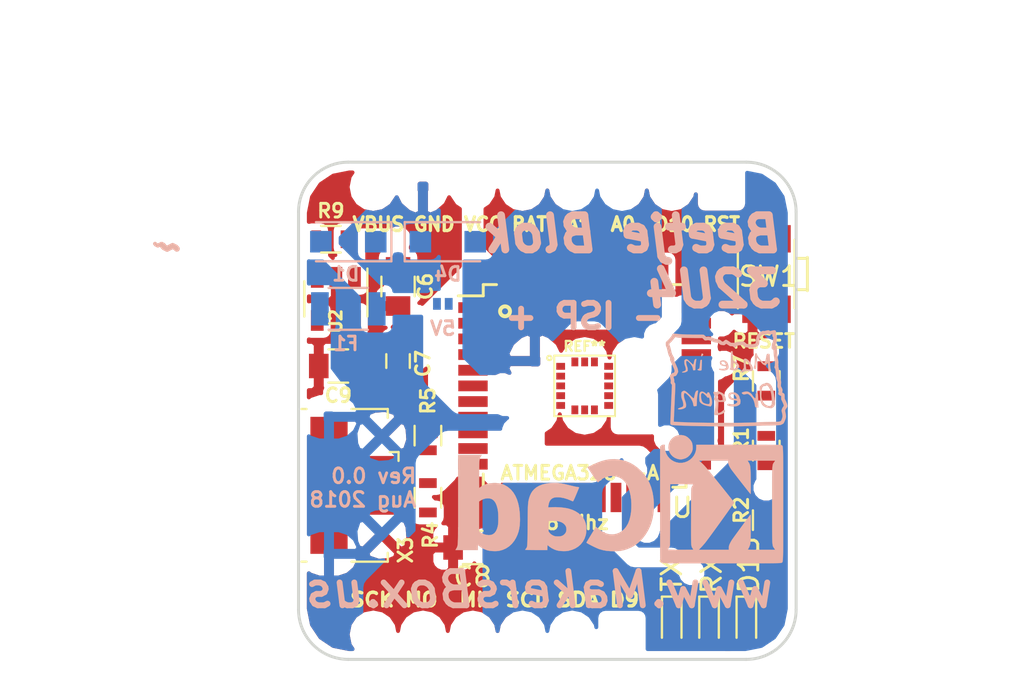
<source format=kicad_pcb>
(kicad_pcb (version 4) (host pcbnew 4.0.7)

  (general
    (links 53)
    (no_connects 44)
    (area 125.73 78.580001 182.145715 114.300001)
    (thickness 1.6)
    (drawings 19)
    (tracks 0)
    (zones 0)
    (modules 25)
    (nets 47)
  )

  (page A)
  (title_block
    (title "Beetje 32U4 Blok")
    (date 2018-08-10)
    (rev 0.0)
    (company www.MakersBox.us)
    (comment 1 648.ken@gmail.com)
  )

  (layers
    (0 F.Cu signal)
    (31 B.Cu signal hide)
    (32 B.Adhes user)
    (33 F.Adhes user)
    (34 B.Paste user hide)
    (35 F.Paste user hide)
    (36 B.SilkS user hide)
    (37 F.SilkS user hide)
    (38 B.Mask user)
    (39 F.Mask user)
    (40 Dwgs.User user)
    (41 Cmts.User user)
    (42 Eco1.User user)
    (43 Eco2.User user)
    (44 Edge.Cuts user)
    (45 Margin user)
    (46 B.CrtYd user)
    (47 F.CrtYd user)
    (48 B.Fab user hide)
    (49 F.Fab user hide)
  )

  (setup
    (last_trace_width 0.25)
    (user_trace_width 0.3048)
    (user_trace_width 0.4064)
    (user_trace_width 0.6096)
    (trace_clearance 0.2)
    (zone_clearance 0.35)
    (zone_45_only no)
    (trace_min 0.2)
    (segment_width 0.2)
    (edge_width 0.15)
    (via_size 0.6)
    (via_drill 0.4)
    (via_min_size 0.4)
    (via_min_drill 0.3)
    (uvia_size 0.3)
    (uvia_drill 0.1)
    (uvias_allowed no)
    (uvia_min_size 0.2)
    (uvia_min_drill 0.1)
    (pcb_text_width 0.3)
    (pcb_text_size 1.5 1.5)
    (mod_edge_width 0.15)
    (mod_text_size 1 1)
    (mod_text_width 0.15)
    (pad_size 1.7 1.7)
    (pad_drill 0.508)
    (pad_to_mask_clearance 0)
    (aux_axis_origin 0 0)
    (visible_elements 7FFE7FFF)
    (pcbplotparams
      (layerselection 0x000f0_80000001)
      (usegerberextensions false)
      (excludeedgelayer true)
      (linewidth 0.100000)
      (plotframeref false)
      (viasonmask false)
      (mode 1)
      (useauxorigin false)
      (hpglpennumber 1)
      (hpglpenspeed 20)
      (hpglpendiameter 15)
      (hpglpenoverlay 2)
      (psnegative false)
      (psa4output false)
      (plotreference true)
      (plotvalue true)
      (plotinvisibletext false)
      (padsonsilk false)
      (subtractmaskfromsilk false)
      (outputformat 1)
      (mirror false)
      (drillshape 0)
      (scaleselection 1)
      (outputdirectory ""))
  )

  (net 0 "")
  (net 1 GND)
  (net 2 /AREF)
  (net 3 VBUS)
  (net 4 +BATT)
  (net 5 /D4)
  (net 6 /D6)
  (net 7 /D8)
  (net 8 /D13)
  (net 9 /D12)
  (net 10 /D11)
  (net 11 /D10)
  (net 12 /D9)
  (net 13 /D7)
  (net 14 /SCL)
  (net 15 /SDA)
  (net 16 /D1)
  (net 17 /D0)
  (net 18 /A0)
  (net 19 /A1)
  (net 20 /A2)
  (net 21 /A3)
  (net 22 /A4)
  (net 23 /A5)
  (net 24 /SCK)
  (net 25 /MOSI)
  (net 26 /MISO)
  (net 27 "Net-(R4-Pad2)")
  (net 28 "Net-(R5-Pad2)")
  (net 29 "Net-(R9-Pad1)")
  (net 30 "Net-(U1-Pad2)")
  (net 31 "Net-(U1-Pad16)")
  (net 32 "Net-(U1-Pad17)")
  (net 33 /D5)
  (net 34 "Net-(U2-Pad4)")
  (net 35 "Net-(X3-Pad4)")
  (net 36 /RXLED)
  (net 37 /TXLED)
  (net 38 /VHI)
  (net 39 /~RESET)
  (net 40 /D+)
  (net 41 /D-)
  (net 42 VCC)
  (net 43 "Net-(D13-Pad2)")
  (net 44 "Net-(F1-Pad2)")
  (net 45 "Net-(D3-Pad1)")
  (net 46 "Net-(D5-Pad1)")

  (net_class Default "This is the default net class."
    (clearance 0.2)
    (trace_width 0.25)
    (via_dia 0.6)
    (via_drill 0.4)
    (uvia_dia 0.3)
    (uvia_drill 0.1)
    (add_net +BATT)
    (add_net /A0)
    (add_net /A1)
    (add_net /A2)
    (add_net /A3)
    (add_net /A4)
    (add_net /A5)
    (add_net /AREF)
    (add_net /D+)
    (add_net /D-)
    (add_net /D0)
    (add_net /D1)
    (add_net /D10)
    (add_net /D11)
    (add_net /D12)
    (add_net /D13)
    (add_net /D4)
    (add_net /D5)
    (add_net /D6)
    (add_net /D7)
    (add_net /D8)
    (add_net /D9)
    (add_net /MISO)
    (add_net /MOSI)
    (add_net /RXLED)
    (add_net /SCK)
    (add_net /SCL)
    (add_net /SDA)
    (add_net /TXLED)
    (add_net /VHI)
    (add_net /~RESET)
    (add_net GND)
    (add_net "Net-(D13-Pad2)")
    (add_net "Net-(D3-Pad1)")
    (add_net "Net-(D5-Pad1)")
    (add_net "Net-(F1-Pad2)")
    (add_net "Net-(R4-Pad2)")
    (add_net "Net-(R5-Pad2)")
    (add_net "Net-(R9-Pad1)")
    (add_net "Net-(U1-Pad16)")
    (add_net "Net-(U1-Pad17)")
    (add_net "Net-(U1-Pad2)")
    (add_net "Net-(U2-Pad4)")
    (add_net "Net-(X3-Pad4)")
    (add_net VBUS)
    (add_net VCC)
  )

  (module footprints:USB_Micro-B_Molex-105017-0001 (layer F.Cu) (tedit 5B772271) (tstamp 5B6E0770)
    (at 144.145 102.87 270)
    (descr http://www.molex.com/pdm_docs/sd/1050170001_sd.pdf)
    (tags "Micro-USB SMD Typ-B")
    (path /5B3FE368)
    (attr smd)
    (fp_text reference X3 (at 3.302 -3.556 270) (layer F.SilkS)
      (effects (font (size 0.7 0.7) (thickness 0.15)))
    )
    (fp_text value USB_OTG (at 0.3 3.45 270) (layer F.Fab)
      (effects (font (size 1 1) (thickness 0.15)))
    )
    (fp_line (start -4.4 2.75) (end 4.4 2.75) (layer F.CrtYd) (width 0.05))
    (fp_line (start 4.4 -3.35) (end 4.4 2.75) (layer F.CrtYd) (width 0.05))
    (fp_line (start -4.4 -3.35) (end 4.4 -3.35) (layer F.CrtYd) (width 0.05))
    (fp_line (start -4.4 2.75) (end -4.4 -3.35) (layer F.CrtYd) (width 0.05))
    (fp_text user "PCB Edge" (at 0 1.8 270) (layer Dwgs.User)
      (effects (font (size 0.5 0.5) (thickness 0.08)))
    )
    (fp_line (start -3.9 -2.65) (end -3.45 -2.65) (layer F.SilkS) (width 0.12))
    (fp_line (start -3.9 -0.8) (end -3.9 -2.65) (layer F.SilkS) (width 0.12))
    (fp_line (start 3.9 1.75) (end 3.9 1.5) (layer F.SilkS) (width 0.12))
    (fp_line (start 3.75 2.5) (end 3.75 -2.5) (layer F.Fab) (width 0.1))
    (fp_line (start -3 1.801704) (end 3 1.801704) (layer F.Fab) (width 0.1))
    (fp_line (start -3.75 2.501704) (end 3.75 2.501704) (layer F.Fab) (width 0.1))
    (fp_line (start -3.75 -2.5) (end 3.75 -2.5) (layer F.Fab) (width 0.1))
    (fp_line (start -3.75 2.5) (end -3.75 -2.5) (layer F.Fab) (width 0.1))
    (fp_line (start -3.9 1.75) (end -3.9 1.5) (layer F.SilkS) (width 0.12))
    (fp_line (start 3.9 -0.8) (end 3.9 -2.65) (layer F.SilkS) (width 0.12))
    (fp_line (start 3.9 -2.65) (end 3.45 -2.65) (layer F.SilkS) (width 0.12))
    (fp_text user %R (at 0 0 270) (layer F.Fab)
      (effects (font (size 1 1) (thickness 0.15)))
    )
    (fp_line (start -1.7 -3.2) (end -1.25 -3.2) (layer F.SilkS) (width 0.12))
    (fp_line (start -1.7 -3.2) (end -1.7 -2.75) (layer F.SilkS) (width 0.12))
    (fp_line (start -1.3 -2.6) (end -1.5 -2.8) (layer F.Fab) (width 0.1))
    (fp_line (start -1.1 -2.8) (end -1.3 -2.6) (layer F.Fab) (width 0.1))
    (fp_line (start -1.5 -3.01) (end -1.1 -3.01) (layer F.Fab) (width 0.1))
    (fp_line (start -1.5 -3.01) (end -1.5 -2.8) (layer F.Fab) (width 0.1))
    (fp_line (start -1.1 -3.01) (end -1.1 -2.8) (layer F.Fab) (width 0.1))
    (pad 6 smd rect (at 1 0.35 270) (size 1.5 1.9) (layers F.Cu F.Paste F.Mask)
      (net 1 GND))
    (pad 2 smd rect (at -0.65 -2.35 270) (size 0.4 1.35) (layers F.Cu F.Paste F.Mask)
      (net 28 "Net-(R5-Pad2)"))
    (pad 1 smd rect (at -1.3 -2.35 270) (size 0.4 1.35) (layers F.Cu F.Paste F.Mask)
      (net 44 "Net-(F1-Pad2)"))
    (pad 5 smd rect (at 1.3 -2.35 270) (size 0.4 1.35) (layers F.Cu F.Paste F.Mask)
      (net 1 GND))
    (pad 4 smd rect (at 0.65 -2.35 270) (size 0.4 1.35) (layers F.Cu F.Paste F.Mask)
      (net 35 "Net-(X3-Pad4)"))
    (pad 3 smd rect (at 0 -2.35 270) (size 0.4 1.35) (layers F.Cu F.Paste F.Mask)
      (net 27 "Net-(R4-Pad2)"))
    (pad 6 smd rect (at -1 0.35 270) (size 1.5 1.9) (layers F.Cu F.Paste F.Mask)
      (net 1 GND))
    (pad 6 smd rect (at 2.9 0.35 270) (size 1.2 1.9) (layers F.Cu F.Mask)
      (net 1 GND))
    (pad 6 smd rect (at -2.9 0.35 270) (size 1.2 1.9) (layers F.Cu F.Mask)
      (net 1 GND))
    (model ${KISYS3DMOD}/Connectors_USB.3dshapes/USB_Micro-B_Molex-105017-0001.wrl
      (at (xyz 0 0 0))
      (scale (xyz 1 1 1))
      (rotate (xyz 0 0 0))
    )
    (model ../../../../../../Users/kolsen/Documents/git/KiCad/projects/Beetje/design_files_32U4/usb_B_micro_smd.wrl
      (at (xyz 0 0 0))
      (scale (xyz 1 1 1))
      (rotate (xyz 0 0 0))
    )
  )

  (module footprints:LED_0603 (layer F.Cu) (tedit 5B6DEFF3) (tstamp 5B6E062E)
    (at 161.29 109.855 270)
    (descr "LED 0603 smd package")
    (tags "LED led 0603 SMD smd SMT smt smdled SMDLED smtled SMTLED")
    (path /5B44E63D)
    (attr smd)
    (fp_text reference D3 (at 0 -0.127 270) (layer F.SilkS) hide
      (effects (font (size 1 1) (thickness 0.15)))
    )
    (fp_text value TX (at -2.413 0 270) (layer F.SilkS)
      (effects (font (size 1 1) (thickness 0.15)))
    )
    (fp_line (start -1.3 -0.5) (end -1.3 0.5) (layer F.SilkS) (width 0.12))
    (fp_line (start -0.2 -0.2) (end -0.2 0.2) (layer F.Fab) (width 0.1))
    (fp_line (start -0.15 0) (end 0.15 -0.2) (layer F.Fab) (width 0.1))
    (fp_line (start 0.15 0.2) (end -0.15 0) (layer F.Fab) (width 0.1))
    (fp_line (start 0.15 -0.2) (end 0.15 0.2) (layer F.Fab) (width 0.1))
    (fp_line (start 0.8 0.4) (end -0.8 0.4) (layer F.Fab) (width 0.1))
    (fp_line (start 0.8 -0.4) (end 0.8 0.4) (layer F.Fab) (width 0.1))
    (fp_line (start -0.8 -0.4) (end 0.8 -0.4) (layer F.Fab) (width 0.1))
    (fp_line (start -0.8 0.4) (end -0.8 -0.4) (layer F.Fab) (width 0.1))
    (fp_line (start -1.3 0.5) (end 0.8 0.5) (layer F.SilkS) (width 0.12))
    (fp_line (start -1.3 -0.5) (end 0.8 -0.5) (layer F.SilkS) (width 0.12))
    (fp_line (start 1.45 -0.65) (end 1.45 0.65) (layer F.CrtYd) (width 0.05))
    (fp_line (start 1.45 0.65) (end -1.45 0.65) (layer F.CrtYd) (width 0.05))
    (fp_line (start -1.45 0.65) (end -1.45 -0.65) (layer F.CrtYd) (width 0.05))
    (fp_line (start -1.45 -0.65) (end 1.45 -0.65) (layer F.CrtYd) (width 0.05))
    (pad 2 smd rect (at 0.8 0 90) (size 0.8 0.8) (layers F.Cu F.Paste F.Mask)
      (net 42 VCC))
    (pad 1 smd rect (at -0.8 0 90) (size 0.8 0.8) (layers F.Cu F.Paste F.Mask)
      (net 45 "Net-(D3-Pad1)"))
    (model ${KISYS3DMOD}/LEDs.3dshapes/LED_0603.wrl
      (at (xyz 0 0 0))
      (scale (xyz 1 1 1))
      (rotate (xyz 0 0 180))
    )
  )

  (module footprints:Resonator_SMD_CTSC_1.3mmx3.2mm (layer F.Cu) (tedit 5B6DD41E) (tstamp 5B6D0EAC)
    (at 156.464 106.172 180)
    (descr "SMD Resomator/Filter Murata TPSKA, http://cdn-reichelt.de/documents/datenblatt/B400/SFECV-107.pdf, hand-soldering, 7.9x3.8mm^2 package")
    (tags "SMD SMT ceramic resonator filter filter hand-soldering")
    (path /5B40C204)
    (attr smd)
    (fp_text reference Y1 (at -0.127 -1.27 180) (layer F.SilkS) hide
      (effects (font (size 1 1) (thickness 0.15)))
    )
    (fp_text value "8 Mhz" (at 0 1.397 180) (layer F.SilkS)
      (effects (font (size 0.7 0.7) (thickness 0.15)))
    )
    (fp_text user %R (at 0 0 180) (layer F.Fab)
      (effects (font (size 1 1) (thickness 0.15)))
    )
    (pad 1 smd rect (at -1.2 0 180) (size 0.4 1.8) (layers F.Cu F.Paste F.Mask)
      (net 32 "Net-(U1-Pad17)"))
    (pad 2 smd rect (at 0 0 180) (size 0.4 1.8) (layers F.Cu F.Paste F.Mask)
      (net 1 GND))
    (pad 3 smd rect (at 1.2 0 180) (size 0.4 1.8) (layers F.Cu F.Paste F.Mask)
      (net 31 "Net-(U1-Pad16)"))
    (model ${KISYS3DMOD}/Crystals.3dshapes/Resonator_SMD_muRata_TPSKA-3pin_7.9x3.8mm_HandSoldering.wrl
      (at (xyz 0 0 0))
      (scale (xyz 1 1 1))
      (rotate (xyz 0 0 0))
    )
  )

  (module footprints:EVQ-P7A (layer F.Cu) (tedit 5B6DD3F6) (tstamp 5B3FF870)
    (at 166.116 92.075 90)
    (descr "CK components KMR2 tactile switch http://www.ckswitches.com/media/1479/kmr2.pdf")
    (tags "tactile switch kmr2")
    (path /5B4008ED)
    (attr smd)
    (fp_text reference SW1 (at -0.127 0.127 180) (layer F.SilkS)
      (effects (font (size 1 1) (thickness 0.15)))
    )
    (fp_text value RESET (at -3.429 -0.127 180) (layer F.SilkS)
      (effects (font (size 0.7 0.7) (thickness 0.15)))
    )
    (fp_line (start 0.8 2.1) (end 0.8 1.5) (layer F.SilkS) (width 0.15))
    (fp_line (start -0.8 2.1) (end -0.8 1.5) (layer F.SilkS) (width 0.15))
    (fp_line (start -0.85 2.1) (end 0.85 2.1) (layer F.SilkS) (width 0.15))
    (fp_line (start 1.75 1.45) (end -1.75 1.45) (layer F.SilkS) (width 0.12))
    (fp_text user %R (at 0 -2.45 90) (layer F.Fab)
      (effects (font (size 1 1) (thickness 0.15)))
    )
    (fp_line (start -2.1 -1.4) (end 2.1 -1.4) (layer F.Fab) (width 0.1))
    (fp_line (start 2.1 -1.4) (end 2.1 1.4) (layer F.Fab) (width 0.1))
    (fp_line (start 2.1 1.4) (end -2.1 1.4) (layer F.Fab) (width 0.1))
    (fp_line (start -2.1 1.4) (end -2.1 -1.4) (layer F.Fab) (width 0.1))
    (fp_line (start -2.8 -1.8) (end 2.8 -1.8) (layer F.CrtYd) (width 0.05))
    (fp_line (start 2.8 -1.8) (end 2.8 1.8) (layer F.CrtYd) (width 0.05))
    (fp_line (start 2.8 1.8) (end -2.8 1.8) (layer F.CrtYd) (width 0.05))
    (fp_line (start -2.8 1.8) (end -2.8 -1.8) (layer F.CrtYd) (width 0.05))
    (fp_line (start 1.75 -1.45) (end -1.75 -1.45) (layer F.SilkS) (width 0.12))
    (pad 2 smd rect (at 1.8 0.725 90) (size 1.4 1.05) (layers F.Cu F.Paste F.Mask)
      (net 39 /~RESET))
    (pad 2 smd rect (at -1.8 0.725 90) (size 1.4 1.05) (layers F.Cu F.Paste F.Mask)
      (net 39 /~RESET))
    (pad 1 smd rect (at 1.8 -0.7 90) (size 1.4 1.05) (layers F.Cu F.Paste F.Mask)
      (net 1 GND))
    (pad 1 smd rect (at -1.8 -0.7 90) (size 1.4 1.05) (layers F.Cu F.Paste F.Mask)
      (net 1 GND))
    (model ${KISYS3DMOD}/Buttons_Switches_SMD.3dshapes/SW_SPST_KMR2.wrl
      (at (xyz 0 0 0))
      (scale (xyz 1 1 1))
      (rotate (xyz 0 0 0))
    )
    (model "C:/Users/Maker's Box/Downloads/3d_switch (1)/walter/switch/smd_push2.wrl"
      (at (xyz 0 0 0))
      (scale (xyz 1 1 1))
      (rotate (xyz 0 0 0))
    )
  )

  (module footprints:Jumper (layer B.Cu) (tedit 5B6DF181) (tstamp 5B6D969B)
    (at 149.606 93.599 180)
    (path /5B6E3800)
    (attr smd)
    (fp_text reference JMP1 (at 0 -1.143 180) (layer B.SilkS) hide
      (effects (font (size 0.7 0.7) (thickness 0.15)) (justify mirror))
    )
    (fp_text value 5V (at 0 -1.25 180) (layer B.SilkS)
      (effects (font (size 0.7 0.7) (thickness 0.15)) (justify mirror))
    )
    (fp_text user %R (at 0 1.2 180) (layer B.Fab)
      (effects (font (size 1 1) (thickness 0.15)) (justify mirror))
    )
    (fp_line (start -0.5 -0.25) (end -0.5 0.25) (layer B.Fab) (width 0.1))
    (fp_line (start 0.5 -0.25) (end -0.5 -0.25) (layer B.Fab) (width 0.1))
    (fp_line (start 0.5 0.25) (end 0.5 -0.25) (layer B.Fab) (width 0.1))
    (fp_line (start -0.5 0.25) (end 0.5 0.25) (layer B.Fab) (width 0.1))
    (fp_line (start -0.8 0.45) (end 0.8 0.45) (layer B.CrtYd) (width 0.05))
    (fp_line (start -0.8 0.45) (end -0.8 -0.45) (layer B.CrtYd) (width 0.05))
    (fp_line (start 0.8 -0.45) (end 0.8 0.45) (layer B.CrtYd) (width 0.05))
    (fp_line (start 0.8 -0.45) (end -0.8 -0.45) (layer B.CrtYd) (width 0.05))
    (pad 1 smd rect (at -0.3 0 180) (size 0.4 0.6) (layers B.Cu B.Paste B.Mask)
      (net 42 VCC))
    (pad 2 smd rect (at 0.3 0 180) (size 0.4 0.6) (layers B.Cu B.Paste B.Mask)
      (net 3 VBUS))
    (model ${KISYS3DMOD}/Resistors_SMD.3dshapes/R_0402.wrl
      (at (xyz 0 0 0))
      (scale (xyz 1 1 1))
      (rotate (xyz 0 0 0))
    )
  )

  (module myFootPrints:MadeInOregonRev25 (layer F.Cu) (tedit 0) (tstamp 5B6DE625)
    (at 164.084 97.409)
    (fp_text reference VAL (at 0 0) (layer F.SilkS) hide
      (effects (font (size 1.143 1.143) (thickness 0.1778)))
    )
    (fp_text value MadeInOregonRev25 (at 0 0) (layer F.SilkS) hide
      (effects (font (size 1.143 1.143) (thickness 0.1778)))
    )
    (fp_poly (pts (xy -3.09626 -1.76022) (xy -3.09626 -1.72212) (xy -3.09372 -1.69672) (xy -3.09118 -1.67386)
      (xy -3.0861 -1.65608) (xy -3.07594 -1.63576) (xy -3.0734 -1.62814) (xy -3.0607 -1.6002)
      (xy -3.05054 -1.5748) (xy -3.04038 -1.54432) (xy -3.03022 -1.50876) (xy -3.02006 -1.46304)
      (xy -3.00736 -1.4097) (xy -3.00228 -1.39192) (xy -2.98704 -1.31826) (xy -2.96926 -1.2573)
      (xy -2.95402 -1.20396) (xy -2.9337 -1.15824) (xy -2.91338 -1.1176) (xy -2.91338 -1.74752)
      (xy -2.91338 -1.76276) (xy -2.91084 -1.77546) (xy -2.90322 -1.78816) (xy -2.89052 -1.8034)
      (xy -2.86766 -1.82118) (xy -2.8575 -1.83134) (xy -2.82956 -1.8542) (xy -2.80416 -1.8796)
      (xy -2.78638 -1.90246) (xy -2.77876 -1.91008) (xy -2.76606 -1.92786) (xy -2.74574 -1.95326)
      (xy -2.72034 -1.98374) (xy -2.69494 -2.01422) (xy -2.6924 -2.01676) (xy -2.66954 -2.0447)
      (xy -2.64922 -2.0701) (xy -2.63652 -2.08788) (xy -2.6289 -2.09804) (xy -2.6289 -2.10058)
      (xy -2.62382 -2.10566) (xy -2.60604 -2.10566) (xy -2.58064 -2.10566) (xy -2.55016 -2.10058)
      (xy -2.51968 -2.0955) (xy -2.50952 -2.09296) (xy -2.49682 -2.09042) (xy -2.48412 -2.08534)
      (xy -2.46888 -2.08534) (xy -2.4511 -2.0828) (xy -2.4257 -2.08026) (xy -2.39268 -2.07772)
      (xy -2.35458 -2.07772) (xy -2.30632 -2.07518) (xy -2.2479 -2.07518) (xy -2.17678 -2.07264)
      (xy -2.09296 -2.0701) (xy -2.03962 -2.0701) (xy -1.95326 -2.06756) (xy -1.8669 -2.06756)
      (xy -1.78054 -2.06502) (xy -1.69672 -2.06502) (xy -1.61798 -2.06248) (xy -1.54686 -2.06248)
      (xy -1.48336 -2.06248) (xy -1.4351 -2.06248) (xy -1.4224 -2.06248) (xy -1.22936 -2.06248)
      (xy -1.1684 -2.00152) (xy -1.10744 -1.9431) (xy -1.0668 -1.9431) (xy -1.03886 -1.9431)
      (xy -1.0033 -1.94564) (xy -0.97536 -1.95072) (xy -0.94234 -1.95326) (xy -0.91186 -1.95072)
      (xy -0.87884 -1.94564) (xy -0.8382 -1.93548) (xy -0.79248 -1.9177) (xy -0.7366 -1.89484)
      (xy -0.72136 -1.88976) (xy -0.67818 -1.86944) (xy -0.64516 -1.85674) (xy -0.61722 -1.84912)
      (xy -0.59182 -1.84404) (xy -0.56388 -1.83896) (xy -0.5461 -1.83642) (xy -0.50038 -1.83134)
      (xy -0.46482 -1.82626) (xy -0.43688 -1.81864) (xy -0.41656 -1.80848) (xy -0.39624 -1.79578)
      (xy -0.37592 -1.77546) (xy -0.37338 -1.77292) (xy -0.35052 -1.7526) (xy -0.32512 -1.73482)
      (xy -0.30734 -1.72212) (xy -0.30734 -1.72212) (xy -0.28702 -1.71704) (xy -0.25654 -1.71196)
      (xy -0.22098 -1.70434) (xy -0.18288 -1.7018) (xy -0.14986 -1.69672) (xy -0.12446 -1.69672)
      (xy -0.10922 -1.69926) (xy -0.09652 -1.70688) (xy -0.07366 -1.71958) (xy -0.05334 -1.73736)
      (xy -0.03048 -1.75768) (xy -0.01524 -1.7653) (xy -0.00508 -1.76784) (xy 0 -1.7653)
      (xy 0.01016 -1.75768) (xy 0.03048 -1.74498) (xy 0.05842 -1.7272) (xy 0.0889 -1.70688)
      (xy 0.09652 -1.7018) (xy 0.18288 -1.64846) (xy 0.25908 -1.64592) (xy 0.29464 -1.64338)
      (xy 0.3175 -1.64084) (xy 0.3302 -1.6383) (xy 0.34036 -1.63322) (xy 0.34544 -1.6256)
      (xy 0.34798 -1.62052) (xy 0.3683 -1.59766) (xy 0.39624 -1.58242) (xy 0.42672 -1.5748)
      (xy 0.4318 -1.5748) (xy 0.45974 -1.58242) (xy 0.48768 -1.6002) (xy 0.51562 -1.63068)
      (xy 0.52578 -1.64338) (xy 0.53848 -1.65608) (xy 0.5461 -1.66624) (xy 0.55626 -1.67386)
      (xy 0.56896 -1.68148) (xy 0.58928 -1.68402) (xy 0.61468 -1.6891) (xy 0.65278 -1.69418)
      (xy 0.70104 -1.69672) (xy 0.71628 -1.69926) (xy 0.8255 -1.70942) (xy 0.85598 -1.68148)
      (xy 0.89154 -1.64846) (xy 0.9271 -1.62306) (xy 0.95758 -1.60274) (xy 0.96774 -1.59766)
      (xy 0.9906 -1.59258) (xy 1.02362 -1.5875) (xy 1.0668 -1.58242) (xy 1.11252 -1.57734)
      (xy 1.16332 -1.57226) (xy 1.21158 -1.56972) (xy 1.2573 -1.56972) (xy 1.25984 -1.56972)
      (xy 1.3081 -1.56972) (xy 1.35128 -1.5748) (xy 1.39446 -1.57988) (xy 1.44272 -1.59004)
      (xy 1.48844 -1.6002) (xy 1.52146 -1.61036) (xy 1.54686 -1.62306) (xy 1.56972 -1.63576)
      (xy 1.59258 -1.65608) (xy 1.61798 -1.68148) (xy 1.63576 -1.7018) (xy 1.651 -1.72212)
      (xy 1.65862 -1.74498) (xy 1.66624 -1.77292) (xy 1.67386 -1.80848) (xy 1.6764 -1.85166)
      (xy 1.68148 -1.90246) (xy 1.6891 -1.9812) (xy 1.7018 -2.04978) (xy 1.72212 -2.10566)
      (xy 1.74752 -2.15138) (xy 1.75006 -2.15646) (xy 1.77546 -2.18186) (xy 1.81356 -2.2098)
      (xy 1.82626 -2.21742) (xy 1.8542 -2.23012) (xy 1.87706 -2.24028) (xy 1.89484 -2.24282)
      (xy 1.9177 -2.24282) (xy 1.92024 -2.24282) (xy 1.95834 -2.24282) (xy 2.00152 -2.25044)
      (xy 2.032 -2.25806) (xy 2.0701 -2.27076) (xy 2.09804 -2.27584) (xy 2.11582 -2.27838)
      (xy 2.13106 -2.2733) (xy 2.1463 -2.26822) (xy 2.15392 -2.26314) (xy 2.1844 -2.2479)
      (xy 2.22758 -2.24282) (xy 2.27584 -2.2479) (xy 2.29108 -2.25298) (xy 2.31394 -2.25806)
      (xy 2.33426 -2.26314) (xy 2.34188 -2.26314) (xy 2.34188 -2.25806) (xy 2.34442 -2.23774)
      (xy 2.34442 -2.21488) (xy 2.34442 -2.21234) (xy 2.34442 -2.1844) (xy 2.34696 -2.16408)
      (xy 2.35204 -2.1463) (xy 2.36474 -2.12852) (xy 2.3876 -2.0955) (xy 2.37998 -1.97612)
      (xy 2.37744 -1.9304) (xy 2.37236 -1.89738) (xy 2.36982 -1.87198) (xy 2.36474 -1.8542)
      (xy 2.35966 -1.83896) (xy 2.35204 -1.82372) (xy 2.34696 -1.8161) (xy 2.33172 -1.78562)
      (xy 2.3241 -1.75768) (xy 2.3241 -1.73736) (xy 2.32156 -1.70942) (xy 2.31902 -1.68656)
      (xy 2.31648 -1.67894) (xy 2.31394 -1.66116) (xy 2.30886 -1.63576) (xy 2.30886 -1.60274)
      (xy 2.30886 -1.59004) (xy 2.30886 -1.55702) (xy 2.30886 -1.5367) (xy 2.31394 -1.52146)
      (xy 2.32156 -1.5113) (xy 2.33172 -1.4986) (xy 2.33426 -1.49606) (xy 2.35458 -1.48082)
      (xy 2.3749 -1.4732) (xy 2.37744 -1.47066) (xy 2.3876 -1.47066) (xy 2.39268 -1.46558)
      (xy 2.39776 -1.45034) (xy 2.4003 -1.42494) (xy 2.40284 -1.39192) (xy 2.40538 -1.35382)
      (xy 2.40538 -1.33096) (xy 2.40792 -1.28778) (xy 2.413 -1.2319) (xy 2.42062 -1.16078)
      (xy 2.43332 -1.07442) (xy 2.4511 -0.97536) (xy 2.4511 -0.96774) (xy 2.45872 -0.92456)
      (xy 2.4638 -0.88392) (xy 2.46888 -0.85344) (xy 2.47142 -0.83058) (xy 2.47396 -0.82296)
      (xy 2.47396 -0.81026) (xy 2.47142 -0.7874) (xy 2.47142 -0.75692) (xy 2.46888 -0.72644)
      (xy 2.46888 -0.69342) (xy 2.46634 -0.66294) (xy 2.4638 -0.64262) (xy 2.46126 -0.635)
      (xy 2.4511 -0.6096) (xy 2.44856 -0.57912) (xy 2.4511 -0.54864) (xy 2.46126 -0.52324)
      (xy 2.4765 -0.51054) (xy 2.48412 -0.49784) (xy 2.49174 -0.47244) (xy 2.5019 -0.4318)
      (xy 2.50952 -0.37592) (xy 2.51968 -0.30734) (xy 2.5273 -0.2286) (xy 2.53238 -0.16764)
      (xy 2.53746 -0.1143) (xy 2.54254 -0.0635) (xy 2.54762 -0.02032) (xy 2.5527 0.01524)
      (xy 2.55524 0.04064) (xy 2.55778 0.05334) (xy 2.56794 0.07366) (xy 2.5781 0.1016)
      (xy 2.58826 0.127) (xy 2.59588 0.14732) (xy 2.6035 0.16256) (xy 2.60604 0.18034)
      (xy 2.60858 0.20066) (xy 2.60858 0.22606) (xy 2.60604 0.25908) (xy 2.6035 0.3048)
      (xy 2.6035 0.32512) (xy 2.60096 0.37084) (xy 2.60096 0.4064) (xy 2.60604 0.43434)
      (xy 2.61366 0.45974) (xy 2.62636 0.48768) (xy 2.64668 0.5207) (xy 2.66446 0.5588)
      (xy 2.67462 0.58674) (xy 2.6797 0.61468) (xy 2.67462 0.64262) (xy 2.66446 0.68072)
      (xy 2.65938 0.69088) (xy 2.64668 0.72898) (xy 2.63906 0.75946) (xy 2.63906 0.77978)
      (xy 2.6416 0.79756) (xy 2.64922 0.8128) (xy 2.64922 0.81534) (xy 2.66446 0.83058)
      (xy 2.68986 0.84836) (xy 2.72034 0.86614) (xy 2.75336 0.87884) (xy 2.77368 0.88646)
      (xy 2.794 0.89154) (xy 2.794 0.98044) (xy 2.794 1.07188) (xy 2.82448 1.13538)
      (xy 2.8575 1.20396) (xy 2.8829 1.26238) (xy 2.90322 1.31064) (xy 2.91592 1.3462)
      (xy 2.921 1.36652) (xy 2.92354 1.3843) (xy 2.92354 1.39954) (xy 2.91592 1.41478)
      (xy 2.90068 1.4351) (xy 2.90068 1.43764) (xy 2.87274 1.47828) (xy 2.84988 1.51638)
      (xy 2.8321 1.5621) (xy 2.82448 1.59004) (xy 2.80924 1.64338) (xy 2.8321 1.74244)
      (xy 2.84734 1.80848) (xy 2.85496 1.86182) (xy 2.86004 1.90754) (xy 2.86004 1.94818)
      (xy 2.85242 1.98628) (xy 2.84226 2.02438) (xy 2.84226 2.02438) (xy 2.82702 2.06756)
      (xy 2.81432 2.10566) (xy 2.79908 2.13868) (xy 2.78892 2.16154) (xy 2.77876 2.1717)
      (xy 2.77876 2.17424) (xy 2.7686 2.17678) (xy 2.74828 2.1844) (xy 2.74066 2.18948)
      (xy 2.7178 2.1971) (xy 2.68224 2.20472) (xy 2.63398 2.2098) (xy 2.57302 2.21234)
      (xy 2.49682 2.21488) (xy 2.40792 2.21742) (xy 2.30632 2.21742) (xy 2.29616 2.21742)
      (xy 2.24028 2.21996) (xy 2.17424 2.21996) (xy 2.10058 2.2225) (xy 2.02184 2.2225)
      (xy 1.9431 2.22504) (xy 1.86944 2.23012) (xy 1.84912 2.23012) (xy 1.6129 2.23774)
      (xy 1.38684 2.2479) (xy 1.16332 2.25298) (xy 0.9398 2.25806) (xy 0.71882 2.26314)
      (xy 0.4953 2.26568) (xy 0.26924 2.26822) (xy 0.03556 2.26822) (xy -0.2032 2.26822)
      (xy -0.45466 2.26822) (xy -0.71628 2.26568) (xy -0.84836 2.26314) (xy -1.03378 2.2606)
      (xy -1.20396 2.25806) (xy -1.36144 2.25552) (xy -1.50622 2.25298) (xy -1.64084 2.25044)
      (xy -1.7653 2.2479) (xy -1.88214 2.24536) (xy -1.98882 2.24282) (xy -2.08788 2.23774)
      (xy -2.17932 2.2352) (xy -2.26822 2.23266) (xy -2.35204 2.22758) (xy -2.39776 2.22504)
      (xy -2.46126 2.2225) (xy -2.51968 2.21742) (xy -2.57302 2.21488) (xy -2.61874 2.21234)
      (xy -2.65176 2.2098) (xy -2.67462 2.2098) (xy -2.68732 2.2098) (xy -2.68732 2.2098)
      (xy -2.68732 2.20218) (xy -2.68478 2.17932) (xy -2.68478 2.1463) (xy -2.68224 2.09804)
      (xy -2.6797 2.03962) (xy -2.67716 1.97104) (xy -2.67208 1.8923) (xy -2.66954 1.80594)
      (xy -2.66446 1.70942) (xy -2.65938 1.60782) (xy -2.65684 1.50114) (xy -2.65176 1.38684)
      (xy -2.64414 1.27) (xy -2.64414 1.25476) (xy -2.63906 1.11506) (xy -2.63398 0.98806)
      (xy -2.6289 0.87376) (xy -2.62382 0.77216) (xy -2.61874 0.68326) (xy -2.6162 0.60452)
      (xy -2.61366 0.53848) (xy -2.61112 0.47752) (xy -2.61112 0.42926) (xy -2.61112 0.38608)
      (xy -2.61112 0.35306) (xy -2.61112 0.32258) (xy -2.61112 0.29972) (xy -2.61366 0.28194)
      (xy -2.6162 0.2667) (xy -2.61874 0.25654) (xy -2.62128 0.24638) (xy -2.62636 0.23876)
      (xy -2.63144 0.23368) (xy -2.63652 0.22606) (xy -2.6416 0.21844) (xy -2.6543 0.2032)
      (xy -2.66192 0.18796) (xy -2.66446 0.17272) (xy -2.66192 0.14732) (xy -2.66192 0.13716)
      (xy -2.66192 0.1016) (xy -2.66446 0.06858) (xy -2.67462 0.02794) (xy -2.67462 0.0254)
      (xy -2.68732 -0.01778) (xy -2.69494 -0.04826) (xy -2.69748 -0.07112) (xy -2.69748 -0.08382)
      (xy -2.69494 -0.09398) (xy -2.68732 -0.09906) (xy -2.68732 -0.1016) (xy -2.66954 -0.10668)
      (xy -2.64668 -0.1143) (xy -2.63652 -0.1143) (xy -2.60858 -0.12192) (xy -2.58572 -0.13208)
      (xy -2.5654 -0.14732) (xy -2.54762 -0.17018) (xy -2.52476 -0.20574) (xy -2.50698 -0.2413)
      (xy -2.4638 -0.3302) (xy -2.47142 -0.40894) (xy -2.4765 -0.43942) (xy -2.48158 -0.46736)
      (xy -2.4892 -0.49276) (xy -2.49682 -0.5207) (xy -2.50952 -0.55626) (xy -2.52984 -0.59944)
      (xy -2.53492 -0.61214) (xy -2.55524 -0.66294) (xy -2.5781 -0.71374) (xy -2.60096 -0.76708)
      (xy -2.62128 -0.8128) (xy -2.63144 -0.83058) (xy -2.64668 -0.86868) (xy -2.65938 -0.89662)
      (xy -2.667 -0.91694) (xy -2.66954 -0.92964) (xy -2.667 -0.9398) (xy -2.667 -0.94996)
      (xy -2.65938 -0.97536) (xy -2.65938 -1.00584) (xy -2.66954 -1.03886) (xy -2.68732 -1.0795)
      (xy -2.71272 -1.12776) (xy -2.71526 -1.1303) (xy -2.73812 -1.17094) (xy -2.75844 -1.2065)
      (xy -2.77368 -1.23698) (xy -2.78384 -1.26746) (xy -2.79654 -1.30048) (xy -2.8067 -1.34112)
      (xy -2.81686 -1.38684) (xy -2.82702 -1.43256) (xy -2.84226 -1.49606) (xy -2.85496 -1.54686)
      (xy -2.86512 -1.5875) (xy -2.87528 -1.62052) (xy -2.88544 -1.64846) (xy -2.89306 -1.67132)
      (xy -2.90068 -1.68148) (xy -2.9083 -1.70942) (xy -2.91338 -1.7399) (xy -2.91338 -1.74752)
      (xy -2.91338 -1.1176) (xy -2.91084 -1.11506) (xy -2.90576 -1.09982) (xy -2.88798 -1.07188)
      (xy -2.87782 -1.04902) (xy -2.87274 -1.03632) (xy -2.87274 -1.02616) (xy -2.87782 -1.016)
      (xy -2.88036 -0.99822) (xy -2.8829 -0.98044) (xy -2.87782 -0.95758) (xy -2.8702 -0.92964)
      (xy -2.85496 -0.89408) (xy -2.83464 -0.84582) (xy -2.8194 -0.81534) (xy -2.78384 -0.73406)
      (xy -2.74828 -0.65786) (xy -2.72034 -0.58928) (xy -2.69494 -0.52832) (xy -2.67462 -0.47752)
      (xy -2.66192 -0.43688) (xy -2.6543 -0.40894) (xy -2.6543 -0.4064) (xy -2.64922 -0.37846)
      (xy -2.65176 -0.36068) (xy -2.65684 -0.34036) (xy -2.66446 -0.32766) (xy -2.67462 -0.30734)
      (xy -2.68732 -0.29464) (xy -2.70256 -0.28702) (xy -2.72542 -0.28194) (xy -2.73812 -0.2794)
      (xy -2.75336 -0.27686) (xy -2.77114 -0.2667) (xy -2.78892 -0.25146) (xy -2.81686 -0.22606)
      (xy -2.82448 -0.2159) (xy -2.84988 -0.1905) (xy -2.86766 -0.17272) (xy -2.87782 -0.16002)
      (xy -2.8829 -0.14732) (xy -2.8829 -0.13208) (xy -2.8829 -0.12192) (xy -2.88036 -0.06858)
      (xy -2.86766 -0.00762) (xy -2.85242 0.05588) (xy -2.8448 0.08382) (xy -2.84226 0.10668)
      (xy -2.84226 0.12954) (xy -2.8448 0.16002) (xy -2.84734 0.1651) (xy -2.84988 0.19812)
      (xy -2.84988 0.22606) (xy -2.84226 0.24892) (xy -2.82448 0.27686) (xy -2.8067 0.29972)
      (xy -2.78384 0.32766) (xy -2.82702 1.3081) (xy -2.8321 1.42748) (xy -2.83718 1.54432)
      (xy -2.84226 1.65608) (xy -2.84734 1.76276) (xy -2.84988 1.86182) (xy -2.85496 1.95326)
      (xy -2.8575 2.03708) (xy -2.86004 2.11074) (xy -2.86258 2.17424) (xy -2.86512 2.22758)
      (xy -2.86512 2.26822) (xy -2.86512 2.29616) (xy -2.86512 2.3114) (xy -2.86512 2.3114)
      (xy -2.85496 2.3368) (xy -2.83464 2.35966) (xy -2.81178 2.3749) (xy -2.8067 2.37744)
      (xy -2.794 2.37998) (xy -2.76606 2.38252) (xy -2.72796 2.38506) (xy -2.6797 2.39014)
      (xy -2.62128 2.39268) (xy -2.55778 2.39776) (xy -2.48412 2.4003) (xy -2.40792 2.40538)
      (xy -2.32664 2.40792) (xy -2.24536 2.413) (xy -2.16154 2.41554) (xy -2.08026 2.41808)
      (xy -1.99898 2.42062) (xy -1.92278 2.42316) (xy -1.85166 2.4257) (xy -1.80848 2.42824)
      (xy -1.74752 2.42824) (xy -1.67386 2.43078) (xy -1.59004 2.43078) (xy -1.4986 2.43332)
      (xy -1.397 2.43586) (xy -1.29032 2.43586) (xy -1.1811 2.4384) (xy -1.0668 2.4384)
      (xy -0.95504 2.44094) (xy -0.84582 2.44348) (xy -0.80264 2.44348) (xy -0.70104 2.44348)
      (xy -0.59944 2.44602) (xy -0.50038 2.44602) (xy -0.40386 2.44856) (xy -0.31496 2.44856)
      (xy -0.23114 2.44856) (xy -0.15748 2.4511) (xy -0.09398 2.4511) (xy -0.04064 2.4511)
      (xy 0 2.4511) (xy 0.02286 2.4511) (xy 0.05842 2.4511) (xy 0.10922 2.4511)
      (xy 0.17018 2.4511) (xy 0.2413 2.4511) (xy 0.3175 2.4511) (xy 0.39878 2.44856)
      (xy 0.4826 2.44856) (xy 0.56642 2.44602) (xy 0.60198 2.44602) (xy 0.75692 2.44348)
      (xy 0.90678 2.4384) (xy 1.0541 2.43586) (xy 1.1938 2.43078) (xy 1.32588 2.42824)
      (xy 1.45034 2.42316) (xy 1.56464 2.42062) (xy 1.66624 2.41808) (xy 1.7526 2.413)
      (xy 1.77038 2.413) (xy 1.82626 2.41046) (xy 1.8923 2.40792) (xy 1.96342 2.40792)
      (xy 2.03454 2.40538) (xy 2.10312 2.40538) (xy 2.12852 2.40538) (xy 2.19456 2.40538)
      (xy 2.26822 2.40284) (xy 2.3495 2.40284) (xy 2.42824 2.39776) (xy 2.50444 2.39522)
      (xy 2.54254 2.39522) (xy 2.75844 2.38252) (xy 2.82956 2.3495) (xy 2.86258 2.33172)
      (xy 2.88798 2.31902) (xy 2.90576 2.30632) (xy 2.91084 2.30124) (xy 2.92608 2.28092)
      (xy 2.94132 2.25044) (xy 2.96164 2.2098) (xy 2.97942 2.16662) (xy 2.9972 2.12344)
      (xy 3.01244 2.08534) (xy 3.02514 2.0447) (xy 3.03276 2.01168) (xy 3.03784 1.98628)
      (xy 3.04038 1.9558) (xy 3.04038 1.93548) (xy 3.0353 1.86182) (xy 3.0226 1.778)
      (xy 3.00736 1.70434) (xy 2.99974 1.66878) (xy 2.99974 1.64084) (xy 3.00736 1.61036)
      (xy 3.0226 1.57734) (xy 3.04546 1.53924) (xy 3.0607 1.52146) (xy 3.08356 1.4859)
      (xy 3.0988 1.4605) (xy 3.10642 1.4351) (xy 3.10896 1.4097) (xy 3.10642 1.37668)
      (xy 3.0988 1.33858) (xy 3.09118 1.3081) (xy 3.07848 1.26746) (xy 3.0607 1.22174)
      (xy 3.04038 1.1684) (xy 3.01498 1.1176) (xy 2.99466 1.07442) (xy 2.98704 1.05664)
      (xy 2.97942 1.0414) (xy 2.97688 1.02362) (xy 2.97434 1.0033) (xy 2.97434 0.97282)
      (xy 2.97434 0.93218) (xy 2.97434 0.9271) (xy 2.9718 0.87884) (xy 2.96926 0.8382)
      (xy 2.96418 0.81026) (xy 2.95148 0.7874) (xy 2.9337 0.76708) (xy 2.90576 0.7493)
      (xy 2.86766 0.72898) (xy 2.84734 0.71882) (xy 2.84734 0.7112) (xy 2.84988 0.69342)
      (xy 2.85496 0.66802) (xy 2.8575 0.6604) (xy 2.86258 0.61468) (xy 2.86258 0.5842)
      (xy 2.86258 0.57658) (xy 2.84988 0.5334) (xy 2.82956 0.48768) (xy 2.8067 0.44196)
      (xy 2.79908 0.42926) (xy 2.79146 0.41656) (xy 2.78638 0.40386) (xy 2.7813 0.38862)
      (xy 2.7813 0.37084) (xy 2.7813 0.34798) (xy 2.7813 0.3175) (xy 2.78638 0.27432)
      (xy 2.79146 0.22098) (xy 2.79146 0.21844) (xy 2.79146 0.19304) (xy 2.79146 0.16764)
      (xy 2.78384 0.1397) (xy 2.77622 0.11176) (xy 2.76352 0.07874) (xy 2.75336 0.04826)
      (xy 2.7432 0.0254) (xy 2.74066 0.02032) (xy 2.73558 0.00762) (xy 2.7305 -0.0127)
      (xy 2.72796 -0.04064) (xy 2.72288 -0.07874) (xy 2.7178 -0.12954) (xy 2.71272 -0.1905)
      (xy 2.7051 -0.25908) (xy 2.69748 -0.32512) (xy 2.68986 -0.38862) (xy 2.6797 -0.44958)
      (xy 2.67208 -0.50292) (xy 2.66446 -0.5461) (xy 2.6543 -0.57658) (xy 2.65176 -0.58674)
      (xy 2.65176 -0.60452) (xy 2.6543 -0.6223) (xy 2.65684 -0.6477) (xy 2.65176 -0.68326)
      (xy 2.65176 -0.68326) (xy 2.64668 -0.71628) (xy 2.64922 -0.75184) (xy 2.65176 -0.76962)
      (xy 2.6543 -0.79248) (xy 2.65684 -0.8128) (xy 2.6543 -0.83566) (xy 2.65176 -0.8636)
      (xy 2.64414 -0.90424) (xy 2.6416 -0.91948) (xy 2.62382 -1.01346) (xy 2.61112 -1.09982)
      (xy 2.60096 -1.1811) (xy 2.59334 -1.26238) (xy 2.58572 -1.35128) (xy 2.58064 -1.42748)
      (xy 2.5781 -1.49352) (xy 2.57302 -1.54432) (xy 2.57048 -1.58496) (xy 2.5654 -1.61544)
      (xy 2.56286 -1.6383) (xy 2.55524 -1.65608) (xy 2.54762 -1.66878) (xy 2.53746 -1.6764)
      (xy 2.52984 -1.68402) (xy 2.51714 -1.69418) (xy 2.51206 -1.70688) (xy 2.5146 -1.72466)
      (xy 2.52222 -1.75006) (xy 2.53238 -1.77546) (xy 2.53238 -1.77546) (xy 2.54 -1.78816)
      (xy 2.54254 -1.79832) (xy 2.54762 -1.81102) (xy 2.55016 -1.8288) (xy 2.5527 -1.85166)
      (xy 2.55524 -1.88214) (xy 2.55778 -1.92532) (xy 2.56286 -1.97866) (xy 2.56286 -2.0066)
      (xy 2.57302 -2.159) (xy 2.54762 -2.18948) (xy 2.52222 -2.21996) (xy 2.52984 -2.29616)
      (xy 2.53238 -2.34442) (xy 2.53238 -2.37998) (xy 2.52984 -2.40538) (xy 2.51968 -2.4257)
      (xy 2.50698 -2.44094) (xy 2.50444 -2.44348) (xy 2.4892 -2.45618) (xy 2.47142 -2.46126)
      (xy 2.44856 -2.4638) (xy 2.42062 -2.4638) (xy 2.38252 -2.45618) (xy 2.33172 -2.44602)
      (xy 2.32664 -2.44348) (xy 2.2352 -2.42316) (xy 2.19964 -2.44348) (xy 2.17424 -2.45618)
      (xy 2.15138 -2.4638) (xy 2.12344 -2.4638) (xy 2.09296 -2.45872) (xy 2.04978 -2.4511)
      (xy 2.0193 -2.44348) (xy 1.98374 -2.43332) (xy 1.9558 -2.4257) (xy 1.93802 -2.42316)
      (xy 1.92024 -2.4257) (xy 1.90754 -2.42824) (xy 1.88722 -2.43078) (xy 1.86944 -2.43078)
      (xy 1.84912 -2.42824) (xy 1.82372 -2.41808) (xy 1.79324 -2.40284) (xy 1.76022 -2.38506)
      (xy 1.71958 -2.3622) (xy 1.6891 -2.34442) (xy 1.66624 -2.32664) (xy 1.64846 -2.3114)
      (xy 1.63068 -2.29362) (xy 1.6129 -2.27076) (xy 1.59258 -2.2479) (xy 1.57734 -2.22504)
      (xy 1.56718 -2.20472) (xy 1.55702 -2.17932) (xy 1.54432 -2.1463) (xy 1.53162 -2.10312)
      (xy 1.52908 -2.09296) (xy 1.51638 -2.0447) (xy 1.50876 -2.00406) (xy 1.50368 -1.96596)
      (xy 1.4986 -1.92278) (xy 1.4986 -1.90754) (xy 1.49606 -1.86182) (xy 1.49352 -1.8288)
      (xy 1.4859 -1.80594) (xy 1.4732 -1.7907) (xy 1.45288 -1.778) (xy 1.4224 -1.77038)
      (xy 1.39446 -1.76276) (xy 1.3335 -1.7526) (xy 1.26238 -1.74752) (xy 1.18364 -1.75006)
      (xy 1.10998 -1.75768) (xy 1.03124 -1.7653) (xy 0.9652 -1.82372) (xy 0.9398 -1.84912)
      (xy 0.9144 -1.8669) (xy 0.89408 -1.88214) (xy 0.88392 -1.88722) (xy 0.86868 -1.88722)
      (xy 0.84328 -1.88722) (xy 0.80518 -1.88722) (xy 0.762 -1.88214) (xy 0.7112 -1.8796)
      (xy 0.6604 -1.87452) (xy 0.6096 -1.86944) (xy 0.56642 -1.86436) (xy 0.52324 -1.85674)
      (xy 0.49276 -1.85166) (xy 0.47244 -1.8415) (xy 0.45974 -1.83642) (xy 0.44958 -1.8288)
      (xy 0.43942 -1.82372) (xy 0.42418 -1.82118) (xy 0.40386 -1.82118) (xy 0.37592 -1.82118)
      (xy 0.33782 -1.82118) (xy 0.23622 -1.82372) (xy 0.13208 -1.8923) (xy 0.09398 -1.9177)
      (xy 0.06096 -1.93802) (xy 0.03302 -1.9558) (xy 0.0127 -1.96596) (xy 0.00508 -1.97104)
      (xy -0.02286 -1.97866) (xy -0.04826 -1.97358) (xy -0.07874 -1.95834) (xy -0.1143 -1.92786)
      (xy -0.11684 -1.92532) (xy -0.1397 -1.905) (xy -0.15748 -1.8923) (xy -0.17272 -1.88468)
      (xy -0.18796 -1.88214) (xy -0.19304 -1.88214) (xy -0.21082 -1.88468) (xy -0.22352 -1.88722)
      (xy -0.2413 -1.89992) (xy -0.26162 -1.9177) (xy -0.27178 -1.92786) (xy -0.30226 -1.95326)
      (xy -0.33528 -1.97358) (xy -0.37338 -1.98882) (xy -0.41656 -1.99898) (xy -0.47244 -2.00914)
      (xy -0.50038 -2.01168) (xy -0.53848 -2.01676) (xy -0.56896 -2.02438) (xy -0.59944 -2.03454)
      (xy -0.635 -2.04724) (xy -0.66548 -2.05994) (xy -0.70866 -2.07772) (xy -0.75692 -2.0955)
      (xy -0.80264 -2.11074) (xy -0.83058 -2.11836) (xy -0.86868 -2.12598) (xy -0.89662 -2.1336)
      (xy -0.91948 -2.1336) (xy -0.94234 -2.1336) (xy -0.97282 -2.13106) (xy -1.03378 -2.12344)
      (xy -1.0922 -2.17678) (xy -1.12776 -2.2098) (xy -1.1557 -2.23012) (xy -1.17348 -2.2352)
      (xy -1.18618 -2.23774) (xy -1.21412 -2.23774) (xy -1.24968 -2.24028) (xy -1.2954 -2.24028)
      (xy -1.3462 -2.24028) (xy -1.40208 -2.24028) (xy -1.40462 -2.24028) (xy -1.48844 -2.24028)
      (xy -1.57734 -2.24282) (xy -1.66878 -2.24282) (xy -1.76022 -2.24282) (xy -1.85166 -2.24536)
      (xy -1.94056 -2.2479) (xy -2.02438 -2.2479) (xy -2.10566 -2.25044) (xy -2.18186 -2.25298)
      (xy -2.25044 -2.25552) (xy -2.30886 -2.25806) (xy -2.35966 -2.2606) (xy -2.39776 -2.26314)
      (xy -2.42316 -2.26568) (xy -2.43586 -2.26822) (xy -2.45364 -2.27076) (xy -2.48666 -2.27584)
      (xy -2.52476 -2.28092) (xy -2.5654 -2.28346) (xy -2.58572 -2.286) (xy -2.63144 -2.28854)
      (xy -2.66446 -2.29108) (xy -2.68732 -2.29108) (xy -2.7051 -2.29108) (xy -2.7178 -2.28854)
      (xy -2.72796 -2.28346) (xy -2.7305 -2.28092) (xy -2.7559 -2.2606) (xy -2.77876 -2.22758)
      (xy -2.78892 -2.19202) (xy -2.79654 -2.17678) (xy -2.81178 -2.15392) (xy -2.8321 -2.13106)
      (xy -2.83718 -2.12344) (xy -2.86258 -2.09296) (xy -2.88544 -2.06502) (xy -2.90576 -2.04216)
      (xy -2.9083 -2.03708) (xy -2.92354 -2.0193) (xy -2.94894 -1.9939) (xy -2.97688 -1.96596)
      (xy -3.00482 -1.93802) (xy -3.03276 -1.91262) (xy -3.05816 -1.88976) (xy -3.07594 -1.87198)
      (xy -3.0861 -1.85928) (xy -3.0861 -1.85928) (xy -3.09118 -1.8415) (xy -3.09626 -1.81102)
      (xy -3.09626 -1.77038) (xy -3.09626 -1.76022) (xy -3.09626 -1.76022)) (layer B.SilkS) (width 0.00254))
    (fp_poly (pts (xy -0.67056 0.70358) (xy -0.67056 0.72136) (xy -0.66802 0.72644) (xy -0.66548 0.74676)
      (xy -0.65532 0.7747) (xy -0.64262 0.80772) (xy -0.63246 0.83312) (xy -0.61468 0.8763)
      (xy -0.60198 0.90932) (xy -0.59436 0.93218) (xy -0.59182 0.94996) (xy -0.5969 0.9652)
      (xy -0.60198 0.9779) (xy -0.61722 0.99568) (xy -0.63246 1.01092) (xy -0.64516 1.02362)
      (xy -0.6477 1.03632) (xy -0.64262 1.05156) (xy -0.62484 1.07188) (xy -0.6223 1.07696)
      (xy -0.59944 1.10236) (xy -0.5842 1.12522) (xy -0.57404 1.14554) (xy -0.56896 1.17348)
      (xy -0.56388 1.2065) (xy -0.56134 1.24968) (xy -0.56134 1.26238) (xy -0.56134 1.31572)
      (xy -0.56134 1.36652) (xy -0.56642 1.41986) (xy -0.5715 1.47828) (xy -0.58166 1.54686)
      (xy -0.59182 1.62306) (xy -0.59944 1.66116) (xy -0.60706 1.71704) (xy -0.61468 1.76022)
      (xy -0.61722 1.79324) (xy -0.61976 1.8161) (xy -0.61722 1.83388) (xy -0.61468 1.84658)
      (xy -0.6096 1.85674) (xy -0.6096 1.85928) (xy -0.60198 1.8669) (xy -0.59436 1.86944)
      (xy -0.58166 1.87198) (xy -0.56134 1.87452) (xy -0.53086 1.87452) (xy -0.51308 1.87452)
      (xy -0.47752 1.87452) (xy -0.45974 1.87198) (xy -0.45974 0.94234) (xy -0.45212 0.89662)
      (xy -0.43688 0.85344) (xy -0.41402 0.81788) (xy -0.40894 0.81026) (xy -0.38354 0.79502)
      (xy -0.35306 0.79248) (xy -0.32258 0.8001) (xy -0.2921 0.81788) (xy -0.26162 0.84582)
      (xy -0.23622 0.87884) (xy -0.21844 0.91948) (xy -0.21336 0.92964) (xy -0.20828 0.9525)
      (xy -0.2032 0.98044) (xy -0.19812 1.01092) (xy -0.19304 1.0414) (xy -0.1905 1.06934)
      (xy -0.18796 1.08712) (xy -0.1905 1.09728) (xy -0.20066 1.09982) (xy -0.22098 1.1049)
      (xy -0.24892 1.10998) (xy -0.2794 1.11252) (xy -0.30734 1.11506) (xy -0.3302 1.1176)
      (xy -0.34036 1.1176) (xy -0.36322 1.10998) (xy -0.38862 1.09474) (xy -0.39878 1.08458)
      (xy -0.4191 1.06172) (xy -0.43688 1.03886) (xy -0.44196 1.02616) (xy -0.4572 0.98806)
      (xy -0.45974 0.94234) (xy -0.45974 1.87198) (xy -0.4445 1.87198) (xy -0.42164 1.87198)
      (xy -0.41148 1.86944) (xy -0.37338 1.86182) (xy -0.3302 1.85166) (xy -0.28448 1.83642)
      (xy -0.24384 1.82372) (xy -0.21336 1.80848) (xy -0.20828 1.80848) (xy -0.17018 1.78562)
      (xy -0.13462 1.75768) (xy -0.10414 1.7272) (xy -0.08382 1.69926) (xy -0.07112 1.67386)
      (xy -0.07112 1.651) (xy -0.07112 1.651) (xy -0.08382 1.63068) (xy -0.10414 1.6129)
      (xy -0.12446 1.60528) (xy -0.12446 1.60528) (xy -0.1397 1.6129) (xy -0.16256 1.62814)
      (xy -0.19558 1.65608) (xy -0.20066 1.65862) (xy -0.24384 1.69672) (xy -0.28702 1.72466)
      (xy -0.3302 1.74498) (xy -0.37084 1.75768) (xy -0.40386 1.76276) (xy -0.4318 1.75514)
      (xy -0.43942 1.75006) (xy -0.44958 1.74244) (xy -0.45212 1.73482) (xy -0.45212 1.71958)
      (xy -0.44704 1.69672) (xy -0.4445 1.69418) (xy -0.44196 1.67386) (xy -0.43688 1.64338)
      (xy -0.4318 1.60274) (xy -0.42926 1.55194) (xy -0.42418 1.4859) (xy -0.4191 1.4097)
      (xy -0.41402 1.31826) (xy -0.41148 1.29286) (xy -0.4064 1.20142) (xy -0.27178 1.20142)
      (xy -0.21336 1.20142) (xy -0.17018 1.20142) (xy -0.13462 1.19888) (xy -0.10668 1.19126)
      (xy -0.08636 1.18364) (xy -0.06858 1.1684) (xy -0.0508 1.15316) (xy -0.04572 1.14808)
      (xy -0.03048 1.12776) (xy -0.0254 1.11506) (xy -0.0254 1.09474) (xy -0.02794 1.08458)
      (xy -0.04318 0.99822) (xy -0.06858 0.92202) (xy -0.1016 0.85598) (xy -0.14224 0.8001)
      (xy -0.1524 0.78994) (xy -0.18796 0.75692) (xy -0.22352 0.73406) (xy -0.26416 0.71374)
      (xy -0.29718 0.70104) (xy -0.3302 0.68834) (xy -0.36322 0.6731) (xy -0.37846 0.66548)
      (xy -0.4191 0.64262) (xy -0.44704 0.66548) (xy -0.4699 0.68326) (xy -0.49022 0.69596)
      (xy -0.51308 0.6985) (xy -0.54102 0.69596) (xy -0.57404 0.69088) (xy -0.60706 0.68326)
      (xy -0.62992 0.68326) (xy -0.64516 0.68326) (xy -0.65532 0.6858) (xy -0.66802 0.69342)
      (xy -0.67056 0.70358) (xy -0.67056 0.70358)) (layer B.SilkS) (width 0.00254))
    (fp_poly (pts (xy -2.47904 1.55448) (xy -2.47142 1.56464) (xy -2.47142 1.56718) (xy -2.45364 1.5748)
      (xy -2.4257 1.57988) (xy -2.39014 1.58242) (xy -2.3495 1.57988) (xy -2.30886 1.57734)
      (xy -2.29108 1.57226) (xy -2.24536 1.5621) (xy -2.1971 1.54686) (xy -2.15392 1.52654)
      (xy -2.11836 1.50622) (xy -2.0955 1.49098) (xy -2.08026 1.47828) (xy -2.07264 1.46558)
      (xy -2.06756 1.44526) (xy -2.06248 1.41986) (xy -2.05994 1.41224) (xy -2.0574 1.35636)
      (xy -2.06248 1.30048) (xy -2.07518 1.23698) (xy -2.09804 1.16586) (xy -2.10312 1.14808)
      (xy -2.13106 1.0668) (xy -2.15138 0.99568) (xy -2.16408 0.93218) (xy -2.16916 0.87376)
      (xy -2.16916 0.86614) (xy -2.16662 0.81788) (xy -2.159 0.77978) (xy -2.1463 0.75692)
      (xy -2.12598 0.74676) (xy -2.10058 0.75184) (xy -2.0955 0.75184) (xy -2.07772 0.76454)
      (xy -2.04978 0.78486) (xy -2.0193 0.81026) (xy -1.98628 0.8382) (xy -1.95326 0.86868)
      (xy -1.92278 0.89662) (xy -1.91516 0.90678) (xy -1.8415 0.99314) (xy -1.78308 1.08458)
      (xy -1.73736 1.17602) (xy -1.70688 1.27) (xy -1.69672 1.3335) (xy -1.69164 1.36398)
      (xy -1.68402 1.39192) (xy -1.6764 1.4097) (xy -1.6764 1.4097) (xy -1.66878 1.41986)
      (xy -1.66116 1.4224) (xy -1.64592 1.42494) (xy -1.62306 1.4224) (xy -1.59258 1.41732)
      (xy -1.55702 1.41224) (xy -1.51892 1.40462) (xy -1.51384 1.32334) (xy -1.5113 1.28016)
      (xy -1.5113 1.22936) (xy -1.50876 1.1811) (xy -1.50876 1.16078) (xy -1.50876 1.11252)
      (xy -1.50622 1.06426) (xy -1.50114 1.016) (xy -1.49606 0.96266) (xy -1.4859 0.89916)
      (xy -1.47574 0.82804) (xy -1.46812 0.78232) (xy -1.4605 0.7366) (xy -1.45542 0.69596)
      (xy -1.45034 0.6604) (xy -1.4478 0.63754) (xy -1.4478 0.62484) (xy -1.4478 0.6223)
      (xy -1.45796 0.61468) (xy -1.47574 0.61214) (xy -1.50114 0.61722) (xy -1.52654 0.62992)
      (xy -1.54686 0.64516) (xy -1.56464 0.66548) (xy -1.57988 0.69342) (xy -1.59512 0.73152)
      (xy -1.61036 0.77978) (xy -1.62306 0.84328) (xy -1.6256 0.84836) (xy -1.6383 0.9017)
      (xy -1.64592 0.94488) (xy -1.65608 0.97536) (xy -1.66116 0.99568) (xy -1.66624 1.00838)
      (xy -1.67132 1.01346) (xy -1.6764 1.016) (xy -1.6764 1.016) (xy -1.68402 1.01092)
      (xy -1.7018 0.99568) (xy -1.7272 0.97536) (xy -1.75768 0.94742) (xy -1.79324 0.9144)
      (xy -1.83134 0.8763) (xy -1.83388 0.87376) (xy -1.89992 0.81026) (xy -1.9558 0.75946)
      (xy -2.00152 0.71628) (xy -2.04216 0.68326) (xy -2.07772 0.65786) (xy -2.10566 0.64008)
      (xy -2.13106 0.62992) (xy -2.15392 0.62484) (xy -2.17678 0.62738) (xy -2.19964 0.63246)
      (xy -2.2225 0.64516) (xy -2.24282 0.65786) (xy -2.26822 0.67564) (xy -2.286 0.69342)
      (xy -2.29616 0.71882) (xy -2.30378 0.7493) (xy -2.30632 0.78994) (xy -2.30886 0.83566)
      (xy -2.30632 0.90424) (xy -2.30124 0.96266) (xy -2.28854 1.01346) (xy -2.27076 1.0668)
      (xy -2.26314 1.08712) (xy -2.24028 1.14808) (xy -2.2225 1.20904) (xy -2.21234 1.26746)
      (xy -2.20472 1.3208) (xy -2.20726 1.36906) (xy -2.21234 1.39954) (xy -2.21996 1.41732)
      (xy -2.23266 1.43256) (xy -2.25298 1.4478) (xy -2.28092 1.4605) (xy -2.31902 1.47574)
      (xy -2.3622 1.49098) (xy -2.39776 1.50368) (xy -2.42824 1.51638) (xy -2.45364 1.52908)
      (xy -2.4638 1.5367) (xy -2.4765 1.54686) (xy -2.47904 1.55448) (xy -2.47904 1.55448)) (layer B.SilkS) (width 0.00254))
    (fp_poly (pts (xy 1.69672 0.45974) (xy 1.69672 0.49784) (xy 1.69672 0.54356) (xy 1.69926 0.59944)
      (xy 1.7018 0.65786) (xy 1.7018 0.72136) (xy 1.70434 0.78486) (xy 1.70688 0.84836)
      (xy 1.70942 0.90678) (xy 1.71196 0.96012) (xy 1.7145 1.0033) (xy 1.71704 1.03886)
      (xy 1.71958 1.05664) (xy 1.7272 1.11252) (xy 1.74244 1.16332) (xy 1.7526 1.19634)
      (xy 1.76784 1.22936) (xy 1.78054 1.26238) (xy 1.78562 1.27762) (xy 1.78562 0.90424)
      (xy 1.78562 0.86614) (xy 1.78816 0.81788) (xy 1.78816 0.77978) (xy 1.7907 0.70358)
      (xy 1.79578 0.63754) (xy 1.80086 0.5842) (xy 1.80848 0.54102) (xy 1.8161 0.50292)
      (xy 1.8288 0.47244) (xy 1.83642 0.4572) (xy 1.85674 0.42418) (xy 1.8796 0.40386)
      (xy 1.91262 0.39116) (xy 1.95326 0.38862) (xy 1.95326 0.38862) (xy 1.9812 0.38862)
      (xy 1.99898 0.38354) (xy 2.01168 0.37592) (xy 2.01676 0.37084) (xy 2.03708 0.35306)
      (xy 2.05994 0.35052) (xy 2.0828 0.36068) (xy 2.11074 0.38354) (xy 2.11836 0.39116)
      (xy 2.15646 0.43942) (xy 2.19202 0.50038) (xy 2.2225 0.57404) (xy 2.25044 0.65532)
      (xy 2.2733 0.74676) (xy 2.286 0.80772) (xy 2.29362 0.86614) (xy 2.30124 0.92964)
      (xy 2.30632 0.99568) (xy 2.3114 1.06172) (xy 2.31394 1.12522) (xy 2.31648 1.18364)
      (xy 2.31648 1.23698) (xy 2.31394 1.28016) (xy 2.30886 1.31064) (xy 2.30886 1.31572)
      (xy 2.29362 1.34874) (xy 2.26822 1.37922) (xy 2.24028 1.39954) (xy 2.22758 1.40208)
      (xy 2.20726 1.40716) (xy 2.19202 1.4097) (xy 2.17424 1.4097) (xy 2.15138 1.40716)
      (xy 2.14376 1.40462) (xy 2.09296 1.38938) (xy 2.03962 1.36398) (xy 1.98882 1.3335)
      (xy 1.94564 1.29794) (xy 1.91008 1.25984) (xy 1.90246 1.24968) (xy 1.88976 1.22682)
      (xy 1.87452 1.1938) (xy 1.85674 1.15316) (xy 1.83896 1.10998) (xy 1.82118 1.0668)
      (xy 1.80594 1.02616) (xy 1.79578 0.99568) (xy 1.79578 0.99314) (xy 1.79324 0.97536)
      (xy 1.78816 0.95504) (xy 1.78816 0.93218) (xy 1.78562 0.90424) (xy 1.78562 1.27762)
      (xy 1.7907 1.29286) (xy 1.79324 1.29794) (xy 1.81356 1.33096) (xy 1.84404 1.36906)
      (xy 1.88468 1.40462) (xy 1.93294 1.44018) (xy 1.94818 1.4478) (xy 1.9685 1.4605)
      (xy 1.98882 1.47066) (xy 2.00914 1.47828) (xy 2.032 1.4859) (xy 2.06248 1.49098)
      (xy 2.10058 1.4986) (xy 2.15138 1.50876) (xy 2.159 1.50876) (xy 2.20726 1.51638)
      (xy 2.24028 1.52146) (xy 2.26822 1.524) (xy 2.28854 1.52146) (xy 2.30632 1.51892)
      (xy 2.3241 1.5113) (xy 2.32918 1.50876) (xy 2.3622 1.48844) (xy 2.39776 1.4605)
      (xy 2.42824 1.42748) (xy 2.4511 1.39446) (xy 2.45364 1.38938) (xy 2.46634 1.36398)
      (xy 2.47396 1.33604) (xy 2.47904 1.3081) (xy 2.48158 1.27254) (xy 2.48158 1.2319)
      (xy 2.47904 1.18364) (xy 2.47396 1.12522) (xy 2.46634 1.05664) (xy 2.45618 0.97536)
      (xy 2.44856 0.92964) (xy 2.43332 0.81788) (xy 2.413 0.71882) (xy 2.39522 0.62992)
      (xy 2.3749 0.55626) (xy 2.35458 0.49022) (xy 2.32918 0.43434) (xy 2.30378 0.38354)
      (xy 2.27584 0.3429) (xy 2.25044 0.31242) (xy 2.20472 0.27178) (xy 2.15392 0.24384)
      (xy 2.09804 0.2286) (xy 2.0447 0.22352) (xy 2.01676 0.22606) (xy 1.99898 0.23114)
      (xy 1.9812 0.2413) (xy 1.9812 0.24384) (xy 1.9558 0.25908) (xy 1.92024 0.2667)
      (xy 1.91262 0.26924) (xy 1.87706 0.27432) (xy 1.84404 0.28956) (xy 1.81102 0.31242)
      (xy 1.77292 0.34544) (xy 1.75006 0.3683) (xy 1.72466 0.3937) (xy 1.70942 0.41148)
      (xy 1.7018 0.42672) (xy 1.69672 0.43942) (xy 1.69672 0.45466) (xy 1.69672 0.45974)
      (xy 1.69672 0.45974)) (layer B.SilkS) (width 0.00254))
    (fp_poly (pts (xy 0.77978 0.74168) (xy 0.7874 0.75946) (xy 0.8001 0.7747) (xy 0.83566 0.80264)
      (xy 0.87376 0.81788) (xy 0.91948 0.82042) (xy 0.97028 0.81026) (xy 0.98298 0.80772)
      (xy 1.0287 0.79502) (xy 1.07188 0.79248) (xy 1.10998 0.80264) (xy 1.15062 0.8255)
      (xy 1.1938 0.86106) (xy 1.22428 0.889) (xy 1.28778 0.96266) (xy 1.33858 1.03378)
      (xy 1.37922 1.10998) (xy 1.4097 1.18872) (xy 1.43256 1.27762) (xy 1.44526 1.34366)
      (xy 1.45288 1.39446) (xy 1.4605 1.43002) (xy 1.46812 1.45542) (xy 1.47574 1.46812)
      (xy 1.48336 1.4732) (xy 1.49352 1.47574) (xy 1.51638 1.47828) (xy 1.54686 1.48336)
      (xy 1.56464 1.48336) (xy 1.6383 1.48844) (xy 1.63322 1.45034) (xy 1.63068 1.4351)
      (xy 1.63068 1.40462) (xy 1.62814 1.36398) (xy 1.6256 1.31572) (xy 1.6256 1.2573)
      (xy 1.62306 1.19634) (xy 1.62052 1.1303) (xy 1.62052 1.10998) (xy 1.62052 1.04394)
      (xy 1.61798 0.98044) (xy 1.61544 0.92456) (xy 1.6129 0.87376) (xy 1.61036 0.83312)
      (xy 1.61036 0.80264) (xy 1.60782 0.78486) (xy 1.60782 0.78232) (xy 1.59512 0.7493)
      (xy 1.57734 0.73152) (xy 1.55702 0.72644) (xy 1.5367 0.73406) (xy 1.52146 0.74422)
      (xy 1.50114 0.76962) (xy 1.49098 0.79502) (xy 1.48844 0.82296) (xy 1.49098 0.84582)
      (xy 1.49098 0.87122) (xy 1.49098 0.9017) (xy 1.48844 0.93218) (xy 1.4859 0.9652)
      (xy 1.48082 0.9906) (xy 1.47574 1.00838) (xy 1.47066 1.016) (xy 1.45796 1.01092)
      (xy 1.44018 0.99568) (xy 1.41986 0.97536) (xy 1.39446 0.94996) (xy 1.37414 0.92456)
      (xy 1.35382 0.89916) (xy 1.34112 0.88138) (xy 1.34112 0.87884) (xy 1.31826 0.84074)
      (xy 1.28778 0.80264) (xy 1.24714 0.76454) (xy 1.20142 0.72898) (xy 1.1557 0.6985)
      (xy 1.11252 0.67818) (xy 1.1049 0.67564) (xy 1.06426 0.66802) (xy 1.016 0.66548)
      (xy 0.96012 0.67056) (xy 0.9017 0.68072) (xy 0.87884 0.68834) (xy 0.83312 0.70104)
      (xy 0.80264 0.71374) (xy 0.78486 0.72644) (xy 0.77978 0.74168) (xy 0.77978 0.74168)) (layer B.SilkS) (width 0.00254))
    (fp_poly (pts (xy 0.0381 1.34112) (xy 0.0381 1.35636) (xy 0.04572 1.36652) (xy 0.0635 1.37922)
      (xy 0.06604 1.38176) (xy 0.1016 1.39446) (xy 0.14732 1.40716) (xy 0.20066 1.41732)
      (xy 0.25908 1.42494) (xy 0.32004 1.43002) (xy 0.381 1.43256) (xy 0.43688 1.43002)
      (xy 0.4826 1.42494) (xy 0.49784 1.4224) (xy 0.55626 1.40462) (xy 0.6096 1.37922)
      (xy 0.65532 1.34874) (xy 0.68834 1.31572) (xy 0.70358 1.29032) (xy 0.7112 1.26746)
      (xy 0.71374 1.23444) (xy 0.71628 1.20142) (xy 0.71882 1.16332) (xy 0.71628 1.12522)
      (xy 0.71374 1.0922) (xy 0.70866 1.0668) (xy 0.70104 1.04902) (xy 0.69342 1.04648)
      (xy 0.68834 1.03886) (xy 0.68072 1.02362) (xy 0.67564 1.00076) (xy 0.6731 0.98044)
      (xy 0.6731 0.97028) (xy 0.66802 0.94996) (xy 0.65786 0.91948) (xy 0.64008 0.889)
      (xy 0.6223 0.85598) (xy 0.60198 0.83058) (xy 0.59944 0.83058) (xy 0.57658 0.80772)
      (xy 0.5461 0.78232) (xy 0.508 0.75692) (xy 0.47244 0.73406) (xy 0.43942 0.71882)
      (xy 0.42672 0.71374) (xy 0.4064 0.7112) (xy 0.37846 0.7112) (xy 0.3429 0.7112)
      (xy 0.32004 0.71374) (xy 0.2667 0.71628) (xy 0.22606 0.72136) (xy 0.19558 0.72644)
      (xy 0.17272 0.7366) (xy 0.15494 0.74676) (xy 0.14732 0.75438) (xy 0.11938 0.78486)
      (xy 0.10414 0.82042) (xy 0.09906 0.8636) (xy 0.09906 0.88392) (xy 0.10668 0.94488)
      (xy 0.127 0.99314) (xy 0.15748 1.03124) (xy 0.19558 1.06172) (xy 0.19558 0.85598)
      (xy 0.20828 0.83312) (xy 0.23114 0.8128) (xy 0.26162 0.8001) (xy 0.29718 0.79248)
      (xy 0.33782 0.79502) (xy 0.35306 0.8001) (xy 0.38608 0.81534) (xy 0.4191 0.84328)
      (xy 0.45212 0.87884) (xy 0.4826 0.92202) (xy 0.50546 0.96774) (xy 0.508 0.9779)
      (xy 0.51562 1.0033) (xy 0.51816 1.02108) (xy 0.51308 1.03378) (xy 0.50038 1.0414)
      (xy 0.47498 1.0414) (xy 0.43942 1.03632) (xy 0.39116 1.02616) (xy 0.3683 1.02362)
      (xy 0.33528 1.01346) (xy 0.3048 1.0033) (xy 0.28194 0.99568) (xy 0.27432 0.9906)
      (xy 0.254 0.97282) (xy 0.23368 0.94742) (xy 0.21336 0.91948) (xy 0.20066 0.89408)
      (xy 0.19812 0.88392) (xy 0.19558 0.85598) (xy 0.19558 1.06172) (xy 0.19812 1.06172)
      (xy 0.2286 1.07442) (xy 0.24892 1.08204) (xy 0.26924 1.08966) (xy 0.28956 1.09474)
      (xy 0.3175 1.09982) (xy 0.35306 1.10744) (xy 0.39878 1.11506) (xy 0.41656 1.1176)
      (xy 0.4699 1.12776) (xy 0.51054 1.13792) (xy 0.53848 1.15316) (xy 0.55372 1.1684)
      (xy 0.55626 1.18872) (xy 0.54864 1.21158) (xy 0.54864 1.21412) (xy 0.52578 1.2446)
      (xy 0.49022 1.27254) (xy 0.4445 1.29794) (xy 0.39624 1.31318) (xy 0.34036 1.3208)
      (xy 0.27686 1.3208) (xy 0.2032 1.31064) (xy 0.18796 1.3081) (xy 0.14986 1.30048)
      (xy 0.12446 1.2954) (xy 0.10668 1.2954) (xy 0.09398 1.2954) (xy 0.08128 1.29794)
      (xy 0.06858 1.30556) (xy 0.0508 1.31572) (xy 0.04064 1.33096) (xy 0.0381 1.34112)
      (xy 0.0381 1.34112)) (layer B.SilkS) (width 0.00254))
    (fp_poly (pts (xy -1.38938 0.9398) (xy -1.38684 0.9906) (xy -1.38684 1.03886) (xy -1.3843 1.08458)
      (xy -1.38176 1.12522) (xy -1.37668 1.1557) (xy -1.37414 1.1684) (xy -1.36144 1.19634)
      (xy -1.33096 1.2319) (xy -1.31826 1.2446) (xy -1.29794 1.26238) (xy -1.29794 0.9017)
      (xy -1.29794 0.85598) (xy -1.2954 0.82042) (xy -1.29286 0.81788) (xy -1.28016 0.78994)
      (xy -1.26238 0.76708) (xy -1.23952 0.75184) (xy -1.22174 0.74676) (xy -1.2065 0.75184)
      (xy -1.18618 0.762) (xy -1.16078 0.77978) (xy -1.16078 0.77978) (xy -1.13792 0.8001)
      (xy -1.10998 0.82296) (xy -1.08204 0.8509) (xy -1.05156 0.87884) (xy -1.02616 0.90678)
      (xy -1.00584 0.92964) (xy -0.9906 0.94996) (xy -0.98552 0.96012) (xy -0.98298 0.97028)
      (xy -0.96774 0.9779) (xy -0.94234 0.98044) (xy -0.92456 0.98044) (xy -0.88646 0.98298)
      (xy -0.8763 1.016) (xy -0.87122 1.03632) (xy -0.86614 1.06934) (xy -0.86106 1.1049)
      (xy -0.85852 1.12268) (xy -0.85598 1.17348) (xy -0.85598 1.2192) (xy -0.86106 1.25476)
      (xy -0.86868 1.2827) (xy -0.87884 1.29286) (xy -0.9017 1.30556) (xy -0.93218 1.31064)
      (xy -0.97536 1.3081) (xy -1.02616 1.29794) (xy -1.06934 1.28778) (xy -1.12522 1.26746)
      (xy -1.1684 1.24714) (xy -1.20396 1.2192) (xy -1.22936 1.18618) (xy -1.25222 1.14554)
      (xy -1.26492 1.10744) (xy -1.27762 1.05918) (xy -1.28778 1.00584) (xy -1.2954 0.9525)
      (xy -1.29794 0.9017) (xy -1.29794 1.26238) (xy -1.27508 1.2827) (xy -1.22174 1.31572)
      (xy -1.15824 1.3462) (xy -1.08458 1.3716) (xy -0.99822 1.397) (xy -0.9271 1.41224)
      (xy -0.889 1.41986) (xy -0.85598 1.42748) (xy -0.83058 1.43256) (xy -0.81534 1.4351)
      (xy -0.8128 1.4351) (xy -0.80264 1.42748) (xy -0.78994 1.41478) (xy -0.77724 1.39954)
      (xy -0.75692 1.36906) (xy -0.74422 1.3335) (xy -0.7366 1.29286) (xy -0.73152 1.24206)
      (xy -0.73152 1.22174) (xy -0.7366 1.14046) (xy -0.74676 1.06426) (xy -0.76454 0.9906)
      (xy -0.79248 0.9144) (xy -0.8255 0.84074) (xy -0.84074 0.80772) (xy -0.85598 0.77724)
      (xy -0.86614 0.75438) (xy -0.87122 0.74168) (xy -0.88138 0.7239) (xy -0.90424 0.7112)
      (xy -0.92964 0.70612) (xy -0.9525 0.7112) (xy -0.97282 0.72136) (xy -0.97282 0.72136)
      (xy -0.98044 0.7366) (xy -0.98552 0.75692) (xy -0.98552 0.75946) (xy -0.9906 0.77978)
      (xy -1.0033 0.78994) (xy -1.01854 0.78486) (xy -1.04394 0.76962) (xy -1.04648 0.76708)
      (xy -1.1049 0.7239) (xy -1.1557 0.69342) (xy -1.20142 0.6731) (xy -1.24206 0.66548)
      (xy -1.27762 0.66802) (xy -1.31318 0.68326) (xy -1.32334 0.68834) (xy -1.3462 0.70866)
      (xy -1.36144 0.7366) (xy -1.37414 0.77216) (xy -1.38176 0.82042) (xy -1.38684 0.85344)
      (xy -1.38684 0.89408) (xy -1.38938 0.9398) (xy -1.38938 0.9398)) (layer B.SilkS) (width 0.00254))
    (fp_poly (pts (xy -2.27076 -0.31496) (xy -2.26568 -0.30734) (xy -2.2606 -0.30226) (xy -2.24028 -0.29972)
      (xy -2.21234 -0.29972) (xy -2.17678 -0.30226) (xy -2.14122 -0.3048) (xy -2.1209 -0.30988)
      (xy -2.08026 -0.32258) (xy -2.04216 -0.34036) (xy -2.00914 -0.35814) (xy -1.99136 -0.37338)
      (xy -1.98374 -0.38354) (xy -1.97866 -0.39624) (xy -1.97612 -0.41656) (xy -1.97612 -0.44704)
      (xy -1.97612 -0.4572) (xy -1.97866 -0.49784) (xy -1.9812 -0.52832) (xy -1.98882 -0.5588)
      (xy -1.99898 -0.58166) (xy -2.0193 -0.6477) (xy -2.03708 -0.70866) (xy -2.04724 -0.762)
      (xy -2.05486 -0.81026) (xy -2.05232 -0.8509) (xy -2.04724 -0.87884) (xy -2.03454 -0.89662)
      (xy -2.02946 -0.89916) (xy -2.01422 -0.89916) (xy -1.9939 -0.89154) (xy -1.9685 -0.87376)
      (xy -1.93548 -0.84582) (xy -1.90754 -0.82042) (xy -1.83896 -0.7493) (xy -1.78816 -0.67564)
      (xy -1.74752 -0.60452) (xy -1.72212 -0.52832) (xy -1.7145 -0.48768) (xy -1.70688 -0.45212)
      (xy -1.7018 -0.42926) (xy -1.69164 -0.41656) (xy -1.6764 -0.41148) (xy -1.651 -0.41402)
      (xy -1.6256 -0.4191) (xy -1.58496 -0.42672) (xy -1.58242 -0.508) (xy -1.57734 -0.65024)
      (xy -1.55956 -0.80264) (xy -1.5494 -0.86868) (xy -1.54432 -0.90678) (xy -1.53924 -0.94234)
      (xy -1.53416 -0.96774) (xy -1.53162 -0.98298) (xy -1.53162 -0.98552) (xy -1.5367 -0.99314)
      (xy -1.55194 -0.99314) (xy -1.5748 -0.9906) (xy -1.59258 -0.98298) (xy -1.60528 -0.97282)
      (xy -1.61544 -0.96266) (xy -1.6256 -0.94488) (xy -1.63576 -0.91948) (xy -1.64592 -0.88392)
      (xy -1.65862 -0.83566) (xy -1.66116 -0.82042) (xy -1.67132 -0.78232) (xy -1.67894 -0.7493)
      (xy -1.68656 -0.7239) (xy -1.69418 -0.7112) (xy -1.69418 -0.70866) (xy -1.7018 -0.7112)
      (xy -1.71958 -0.7239) (xy -1.75006 -0.7493) (xy -1.78816 -0.78232) (xy -1.8161 -0.81026)
      (xy -1.87198 -0.8636) (xy -1.9177 -0.90424) (xy -1.95326 -0.93726) (xy -1.98374 -0.96012)
      (xy -2.00914 -0.97536) (xy -2.02692 -0.98298) (xy -2.04216 -0.98552) (xy -2.07518 -0.98044)
      (xy -2.1082 -0.96266) (xy -2.1336 -0.9398) (xy -2.14122 -0.92964) (xy -2.1463 -0.91948)
      (xy -2.15138 -0.90678) (xy -2.15138 -0.889) (xy -2.15138 -0.8636) (xy -2.15138 -0.8255)
      (xy -2.14884 -0.81788) (xy -2.14884 -0.77724) (xy -2.1463 -0.74676) (xy -2.14122 -0.72136)
      (xy -2.13614 -0.6985) (xy -2.12598 -0.6731) (xy -2.1209 -0.65278) (xy -2.09804 -0.59436)
      (xy -2.08534 -0.53848) (xy -2.07772 -0.49022) (xy -2.07772 -0.44958) (xy -2.08534 -0.42418)
      (xy -2.10058 -0.40386) (xy -2.13106 -0.38354) (xy -2.17678 -0.3683) (xy -2.21488 -0.3556)
      (xy -2.24536 -0.34036) (xy -2.26314 -0.32766) (xy -2.27076 -0.31496) (xy -2.27076 -0.31496)) (layer B.SilkS) (width 0.00254))
    (fp_poly (pts (xy 0.6985 -0.33528) (xy 0.6985 -0.32766) (xy 0.70866 -0.32258) (xy 0.73152 -0.32258)
      (xy 0.762 -0.32258) (xy 0.8001 -0.32512) (xy 0.84074 -0.33274) (xy 0.8509 -0.33274)
      (xy 0.89408 -0.3429) (xy 0.93726 -0.35814) (xy 0.96266 -0.3683) (xy 0.98806 -0.37846)
      (xy 0.9906 -0.381) (xy 0.9906 -0.77724) (xy 0.9906 -0.81534) (xy 0.9906 -0.84328)
      (xy 0.99314 -0.86106) (xy 0.99568 -0.87376) (xy 0.99822 -0.88138) (xy 1.0033 -0.88646)
      (xy 1.01092 -0.89408) (xy 1.01854 -0.89408) (xy 1.0287 -0.88392) (xy 1.04394 -0.86868)
      (xy 1.06426 -0.84328) (xy 1.08458 -0.8128) (xy 1.10236 -0.78486) (xy 1.1176 -0.75692)
      (xy 1.13792 -0.71882) (xy 1.15824 -0.68326) (xy 1.1684 -0.66548) (xy 1.1938 -0.6223)
      (xy 1.20904 -0.58928) (xy 1.2192 -0.56134) (xy 1.22428 -0.53594) (xy 1.22428 -0.51054)
      (xy 1.22428 -0.508) (xy 1.22174 -0.48768) (xy 1.21412 -0.47498) (xy 1.19888 -0.46482)
      (xy 1.17602 -0.45974) (xy 1.143 -0.4572) (xy 1.1049 -0.45466) (xy 1.0668 -0.4572)
      (xy 1.03886 -0.4572) (xy 1.02362 -0.46228) (xy 1.016 -0.46736) (xy 1.00838 -0.48514)
      (xy 1.0033 -0.51562) (xy 0.99822 -0.56388) (xy 0.99314 -0.62484) (xy 0.9906 -0.70104)
      (xy 0.9906 -0.72644) (xy 0.9906 -0.77724) (xy 0.9906 -0.381) (xy 1.00584 -0.38608)
      (xy 1.01854 -0.38608) (xy 1.0287 -0.38354) (xy 1.05664 -0.37338) (xy 1.08712 -0.37084)
      (xy 1.12776 -0.3683) (xy 1.17602 -0.37084) (xy 1.19888 -0.37338) (xy 1.25222 -0.37846)
      (xy 1.29032 -0.38354) (xy 1.31572 -0.39116) (xy 1.33604 -0.40386) (xy 1.3462 -0.4191)
      (xy 1.35128 -0.43942) (xy 1.35128 -0.4699) (xy 1.35128 -0.48006) (xy 1.35128 -0.51562)
      (xy 1.3462 -0.54864) (xy 1.33604 -0.58166) (xy 1.3208 -0.61722) (xy 1.30048 -0.6604)
      (xy 1.27254 -0.70866) (xy 1.24968 -0.74422) (xy 1.22936 -0.77724) (xy 1.20904 -0.81026)
      (xy 1.19126 -0.84074) (xy 1.18618 -0.84582) (xy 1.16078 -0.88646) (xy 1.12268 -0.92456)
      (xy 1.08204 -0.96012) (xy 1.04394 -0.98806) (xy 1.03124 -0.99568) (xy 0.98806 -1.01092)
      (xy 0.9525 -1.016) (xy 0.91948 -1.00838) (xy 0.89662 -0.98806) (xy 0.88138 -0.96012)
      (xy 0.87884 -0.94742) (xy 0.8763 -0.92964) (xy 0.8763 -0.9017) (xy 0.87884 -0.8636)
      (xy 0.88138 -0.81788) (xy 0.88392 -0.76708) (xy 0.88392 -0.75184) (xy 0.88646 -0.68834)
      (xy 0.889 -0.63754) (xy 0.889 -0.59944) (xy 0.889 -0.56896) (xy 0.88392 -0.5461)
      (xy 0.87884 -0.53086) (xy 0.87122 -0.5207) (xy 0.8636 -0.51054) (xy 0.84836 -0.49276)
      (xy 0.83566 -0.4699) (xy 0.83566 -0.4699) (xy 0.8255 -0.44704) (xy 0.80518 -0.42418)
      (xy 0.77978 -0.40386) (xy 0.75438 -0.39116) (xy 0.74422 -0.38862) (xy 0.73152 -0.381)
      (xy 0.71628 -0.36576) (xy 0.70612 -0.34798) (xy 0.6985 -0.33528) (xy 0.6985 -0.33528)) (layer B.SilkS) (width 0.00254))
    (fp_poly (pts (xy 1.39954 -0.5207) (xy 1.40208 -0.508) (xy 1.40208 -0.50546) (xy 1.41224 -0.50292)
      (xy 1.4351 -0.50038) (xy 1.4605 -0.4953) (xy 1.46304 -0.4953) (xy 1.51384 -0.49022)
      (xy 1.51892 -0.53848) (xy 1.52146 -0.5588) (xy 1.524 -0.59182) (xy 1.52654 -0.635)
      (xy 1.53162 -0.68326) (xy 1.53416 -0.73914) (xy 1.53924 -0.79502) (xy 1.54432 -0.86614)
      (xy 1.5494 -0.92456) (xy 1.55448 -0.97028) (xy 1.55956 -1.00584) (xy 1.5621 -1.03124)
      (xy 1.56718 -1.04648) (xy 1.57226 -1.0541) (xy 1.57734 -1.05664) (xy 1.57988 -1.05664)
      (xy 1.5875 -1.04902) (xy 1.6002 -1.03378) (xy 1.62052 -1.00838) (xy 1.64592 -0.97536)
      (xy 1.67386 -0.9398) (xy 1.67894 -0.93472) (xy 1.7272 -0.87122) (xy 1.77038 -0.81788)
      (xy 1.80594 -0.77724) (xy 1.83896 -0.74422) (xy 1.86436 -0.72136) (xy 1.88976 -0.70612)
      (xy 1.905 -0.6985) (xy 1.92786 -0.68834) (xy 1.94564 -0.68072) (xy 1.95072 -0.67564)
      (xy 1.96596 -0.66802) (xy 1.98628 -0.66548) (xy 2.0066 -0.6731) (xy 2.01422 -0.67818)
      (xy 2.02438 -0.69088) (xy 2.03708 -0.7112) (xy 2.05486 -0.7366) (xy 2.05486 -0.7366)
      (xy 2.07518 -0.76708) (xy 2.09042 -0.78232) (xy 2.09804 -0.78486) (xy 2.10312 -0.78486)
      (xy 2.1082 -0.77978) (xy 2.11074 -0.77216) (xy 2.11328 -0.75946) (xy 2.11582 -0.73914)
      (xy 2.1209 -0.70866) (xy 2.12344 -0.66802) (xy 2.12598 -0.61722) (xy 2.12852 -0.56388)
      (xy 2.1336 -0.49784) (xy 2.13868 -0.44704) (xy 2.14376 -0.40894) (xy 2.14884 -0.38608)
      (xy 2.15392 -0.37592) (xy 2.16662 -0.37084) (xy 2.18948 -0.36576) (xy 2.21488 -0.36576)
      (xy 2.23774 -0.36576) (xy 2.25806 -0.37084) (xy 2.27076 -0.381) (xy 2.27584 -0.39624)
      (xy 2.2733 -0.42164) (xy 2.26568 -0.44958) (xy 2.25806 -0.47752) (xy 2.25044 -0.50546)
      (xy 2.24536 -0.53594) (xy 2.24028 -0.56896) (xy 2.23774 -0.6096) (xy 2.23266 -0.65532)
      (xy 2.23012 -0.70866) (xy 2.22758 -0.7747) (xy 2.2225 -0.8509) (xy 2.21996 -0.9398)
      (xy 2.21996 -0.98298) (xy 2.21488 -1.0541) (xy 2.21234 -1.10998) (xy 2.2098 -1.1557)
      (xy 2.20726 -1.18872) (xy 2.20218 -1.21666) (xy 2.19964 -1.23444) (xy 2.19202 -1.24714)
      (xy 2.1844 -1.25476) (xy 2.1844 -1.25476) (xy 2.16916 -1.26238) (xy 2.14376 -1.26238)
      (xy 2.11836 -1.26238) (xy 2.09296 -1.2573) (xy 2.09042 -1.25476) (xy 2.07264 -1.24714)
      (xy 2.05994 -1.2319) (xy 2.04978 -1.20904) (xy 2.04216 -1.17348) (xy 2.03454 -1.13792)
      (xy 2.0193 -1.04394) (xy 2.00152 -0.96266) (xy 1.98628 -0.89662) (xy 1.9685 -0.84582)
      (xy 1.95072 -0.81026) (xy 1.9431 -0.79756) (xy 1.93294 -0.7874) (xy 1.92024 -0.7874)
      (xy 1.905 -0.79248) (xy 1.88722 -0.80264) (xy 1.85928 -0.8255) (xy 1.8288 -0.85852)
      (xy 1.79324 -0.89408) (xy 1.75514 -0.93726) (xy 1.71704 -0.98044) (xy 1.68148 -1.02616)
      (xy 1.64846 -1.07188) (xy 1.61798 -1.11252) (xy 1.59512 -1.14808) (xy 1.57734 -1.17602)
      (xy 1.57226 -1.1938) (xy 1.55956 -1.23698) (xy 1.54432 -1.27) (xy 1.524 -1.28778)
      (xy 1.50368 -1.29032) (xy 1.49606 -1.29032) (xy 1.48336 -1.28016) (xy 1.4732 -1.26492)
      (xy 1.46558 -1.23952) (xy 1.45796 -1.20396) (xy 1.45288 -1.15824) (xy 1.45034 -1.09982)
      (xy 1.45034 -1.0287) (xy 1.45034 -0.98552) (xy 1.4478 -0.89916) (xy 1.44526 -0.82804)
      (xy 1.44018 -0.76708) (xy 1.4351 -0.71374) (xy 1.42748 -0.67056) (xy 1.41986 -0.64262)
      (xy 1.4097 -0.6096) (xy 1.40208 -0.57404) (xy 1.39954 -0.54356) (xy 1.39954 -0.5207)
      (xy 1.39954 -0.5207)) (layer B.SilkS) (width 0.00254))
    (fp_poly (pts (xy -1.4859 -0.44704) (xy -1.47574 -0.43688) (xy -1.45542 -0.42418) (xy -1.43002 -0.41402)
      (xy -1.40462 -0.40386) (xy -1.38176 -0.40132) (xy -1.35382 -0.40132) (xy -1.3208 -0.40386)
      (xy -1.31318 -0.40386) (xy -1.29032 -0.41148) (xy -1.27508 -0.42164) (xy -1.27 -0.42418)
      (xy -1.27 -0.43434) (xy -1.26746 -0.45974) (xy -1.26492 -0.49276) (xy -1.26238 -0.53594)
      (xy -1.25984 -0.5842) (xy -1.2573 -0.63754) (xy -1.25476 -0.69342) (xy -1.25476 -0.75184)
      (xy -1.25222 -0.80518) (xy -1.25222 -0.85598) (xy -1.25222 -0.88138) (xy -1.25222 -0.9144)
      (xy -1.25222 -0.93472) (xy -1.25476 -0.94742) (xy -1.25984 -0.9525) (xy -1.26746 -0.95504)
      (xy -1.27 -0.95504) (xy -1.29794 -0.95504) (xy -1.3208 -0.94234) (xy -1.33096 -0.9271)
      (xy -1.3335 -0.9144) (xy -1.33858 -0.889) (xy -1.34112 -0.85344) (xy -1.3462 -0.81026)
      (xy -1.35128 -0.76454) (xy -1.35382 -0.75438) (xy -1.3589 -0.68834) (xy -1.36398 -0.63246)
      (xy -1.3716 -0.58928) (xy -1.37668 -0.55626) (xy -1.38176 -0.5334) (xy -1.39192 -0.51308)
      (xy -1.40208 -0.50038) (xy -1.41478 -0.49022) (xy -1.43002 -0.4826) (xy -1.4478 -0.47244)
      (xy -1.47066 -0.46228) (xy -1.48336 -0.45212) (xy -1.4859 -0.44704) (xy -1.4859 -0.44704)) (layer B.SilkS) (width 0.00254))
    (fp_poly (pts (xy 0.15748 -0.47244) (xy 0.19812 -0.45212) (xy 0.2286 -0.43942) (xy 0.2667 -0.42926)
      (xy 0.30988 -0.4191) (xy 0.35052 -0.41148) (xy 0.35052 -0.71374) (xy 0.35306 -0.74422)
      (xy 0.35306 -0.7493) (xy 0.36322 -0.77216) (xy 0.37846 -0.78232) (xy 0.40132 -0.78232)
      (xy 0.42418 -0.77216) (xy 0.45212 -0.7493) (xy 0.48006 -0.72136) (xy 0.508 -0.68326)
      (xy 0.51816 -0.66294) (xy 0.5334 -0.635) (xy 0.53594 -0.61214) (xy 0.53086 -0.59436)
      (xy 0.5207 -0.58166) (xy 0.50546 -0.56642) (xy 0.48514 -0.54864) (xy 0.45974 -0.52832)
      (xy 0.43688 -0.51054) (xy 0.41402 -0.49784) (xy 0.39878 -0.48768) (xy 0.3937 -0.48768)
      (xy 0.38608 -0.4953) (xy 0.37592 -0.51308) (xy 0.37084 -0.52832) (xy 0.36322 -0.55372)
      (xy 0.35814 -0.58928) (xy 0.35306 -0.63246) (xy 0.35052 -0.67564) (xy 0.35052 -0.71374)
      (xy 0.35052 -0.41148) (xy 0.35306 -0.41148) (xy 0.3937 -0.4064) (xy 0.42926 -0.40386)
      (xy 0.45466 -0.4064) (xy 0.46228 -0.40894) (xy 0.47498 -0.41656) (xy 0.4953 -0.42926)
      (xy 0.5207 -0.4445) (xy 0.53086 -0.45212) (xy 0.57658 -0.48768) (xy 0.61214 -0.52832)
      (xy 0.64008 -0.57404) (xy 0.64516 -0.58166) (xy 0.65278 -0.60452) (xy 0.65532 -0.6223)
      (xy 0.65278 -0.64516) (xy 0.65024 -0.65024) (xy 0.62992 -0.6985) (xy 0.59944 -0.74676)
      (xy 0.5588 -0.78994) (xy 0.51562 -0.82804) (xy 0.47498 -0.85344) (xy 0.42672 -0.8763)
      (xy 0.41402 -0.88138) (xy 0.38608 -0.89154) (xy 0.36322 -0.90424) (xy 0.35052 -0.9144)
      (xy 0.3429 -0.92964) (xy 0.33528 -0.9525) (xy 0.3302 -0.98806) (xy 0.32512 -1.03378)
      (xy 0.32258 -1.08966) (xy 0.32258 -1.16078) (xy 0.32004 -1.20904) (xy 0.32004 -1.2573)
      (xy 0.32004 -1.30048) (xy 0.32004 -1.33604) (xy 0.3175 -1.36398) (xy 0.3175 -1.37922)
      (xy 0.3175 -1.37922) (xy 0.31242 -1.38938) (xy 0.30226 -1.39446) (xy 0.28448 -1.397)
      (xy 0.27178 -1.397) (xy 0.24892 -1.397) (xy 0.23368 -1.397) (xy 0.23114 -1.39446)
      (xy 0.23114 -1.38684) (xy 0.23114 -1.36652) (xy 0.2286 -1.3335) (xy 0.2286 -1.28778)
      (xy 0.2286 -1.23444) (xy 0.22606 -1.17348) (xy 0.22606 -1.1049) (xy 0.22606 -1.0287)
      (xy 0.22352 -0.9779) (xy 0.22352 -0.88392) (xy 0.22098 -0.79756) (xy 0.21844 -0.7239)
      (xy 0.2159 -0.6604) (xy 0.2159 -0.6096) (xy 0.21336 -0.5715) (xy 0.21082 -0.5461)
      (xy 0.20828 -0.53594) (xy 0.19812 -0.51308) (xy 0.18034 -0.49276) (xy 0.1778 -0.49022)
      (xy 0.15748 -0.47244) (xy 0.15748 -0.47244)) (layer B.SilkS) (width 0.00254))
    (fp_poly (pts (xy -0.381 -0.4699) (xy -0.37338 -0.45466) (xy -0.35052 -0.44196) (xy -0.31496 -0.42926)
      (xy -0.28956 -0.42164) (xy -0.25908 -0.41656) (xy -0.22098 -0.41148) (xy -0.1778 -0.40894)
      (xy -0.13716 -0.4064) (xy -0.1016 -0.4064) (xy -0.07874 -0.40894) (xy -0.02794 -0.42164)
      (xy 0.02032 -0.43942) (xy 0.05842 -0.46482) (xy 0.08636 -0.49276) (xy 0.09398 -0.50292)
      (xy 0.1016 -0.52832) (xy 0.10668 -0.56134) (xy 0.10922 -0.60198) (xy 0.10414 -0.64008)
      (xy 0.09652 -0.67564) (xy 0.09144 -0.69088) (xy 0.08128 -0.71374) (xy 0.0762 -0.73406)
      (xy 0.07366 -0.7366) (xy 0.06858 -0.76708) (xy 0.0508 -0.80264) (xy 0.02286 -0.83566)
      (xy -0.01016 -0.86868) (xy -0.04826 -0.89662) (xy -0.0889 -0.91694) (xy -0.09398 -0.91948)
      (xy -0.11176 -0.92202) (xy -0.14224 -0.92456) (xy -0.17526 -0.92456) (xy -0.21336 -0.92202)
      (xy -0.24638 -0.91694) (xy -0.27178 -0.91186) (xy -0.27686 -0.91186) (xy -0.29464 -0.89916)
      (xy -0.31242 -0.88138) (xy -0.3175 -0.87376) (xy -0.3302 -0.85598) (xy -0.33528 -0.84074)
      (xy -0.33528 -0.82042) (xy -0.33528 -0.79502) (xy -0.32512 -0.74676) (xy -0.3048 -0.70866)
      (xy -0.27178 -0.67818) (xy -0.2667 -0.67564) (xy -0.2667 -0.81788) (xy -0.26162 -0.83058)
      (xy -0.24638 -0.84582) (xy -0.21844 -0.8636) (xy -0.18288 -0.86614) (xy -0.14732 -0.85852)
      (xy -0.1143 -0.84074) (xy -0.09144 -0.81788) (xy -0.07366 -0.79502) (xy -0.05588 -0.76708)
      (xy -0.04318 -0.73914) (xy -0.03556 -0.71628) (xy -0.03302 -0.70104) (xy -0.03302 -0.6985)
      (xy -0.04318 -0.69088) (xy -0.06858 -0.68834) (xy -0.10414 -0.69088) (xy -0.14478 -0.6985)
      (xy -0.17526 -0.70612) (xy -0.19558 -0.71628) (xy -0.2159 -0.72898) (xy -0.2286 -0.74422)
      (xy -0.24638 -0.76454) (xy -0.26162 -0.7874) (xy -0.26416 -0.8001) (xy -0.2667 -0.81788)
      (xy -0.2667 -0.67564) (xy -0.26162 -0.6731) (xy -0.2413 -0.66548) (xy -0.21082 -0.65532)
      (xy -0.17526 -0.6477) (xy -0.13462 -0.64008) (xy -0.13462 -0.63754) (xy -0.09652 -0.63246)
      (xy -0.0635 -0.62484) (xy -0.0381 -0.61722) (xy -0.0254 -0.61214) (xy -0.02286 -0.61214)
      (xy -0.01016 -0.5969) (xy -0.00762 -0.57658) (xy -0.01778 -0.55372) (xy -0.04064 -0.53086)
      (xy -0.07112 -0.508) (xy -0.07874 -0.50546) (xy -0.09652 -0.49784) (xy -0.11684 -0.49276)
      (xy -0.14224 -0.49022) (xy -0.1778 -0.49022) (xy -0.18034 -0.49022) (xy -0.21844 -0.49022)
      (xy -0.26162 -0.49276) (xy -0.29718 -0.4953) (xy -0.3048 -0.49784) (xy -0.34036 -0.49784)
      (xy -0.36322 -0.4953) (xy -0.37592 -0.48768) (xy -0.381 -0.47244) (xy -0.381 -0.4699)
      (xy -0.381 -0.4699)) (layer B.SilkS) (width 0.00254))
    (fp_poly (pts (xy -1.29032 -1.15062) (xy -1.28778 -1.143) (xy -1.27762 -1.1303) (xy -1.26238 -1.12776)
      (xy -1.24206 -1.14046) (xy -1.2192 -1.16332) (xy -1.1938 -1.1938) (xy -1.18364 -1.2192)
      (xy -1.18618 -1.23952) (xy -1.20142 -1.25476) (xy -1.22428 -1.26746) (xy -1.23952 -1.27508)
      (xy -1.24968 -1.27762) (xy -1.25222 -1.27762) (xy -1.25984 -1.27) (xy -1.27 -1.25222)
      (xy -1.27762 -1.22936) (xy -1.28524 -1.20142) (xy -1.29032 -1.17348) (xy -1.29032 -1.15062)
      (xy -1.29032 -1.15062)) (layer B.SilkS) (width 0.00254))
  )

  (module footprints:KiCad-Logo2_8mm_SilkScreen (layer B.Cu) (tedit 0) (tstamp 5B6DF929)
    (at 158.623 104.267 180)
    (descr "KiCad Logo")
    (tags "Logo KiCad")
    (attr virtual)
    (fp_text reference REF*** (at 0 0 180) (layer B.SilkS) hide
      (effects (font (size 1 1) (thickness 0.15)) (justify mirror))
    )
    (fp_text value KiCad-Logo2_8mm_SilkScreen (at 0.75 0 180) (layer B.Fab) hide
      (effects (font (size 1 1) (thickness 0.15)) (justify mirror))
    )
    (fp_poly (pts (xy -3.922722 3.342976) (xy -3.908256 3.191281) (xy -3.866163 3.047997) (xy -3.798393 2.916193)
      (xy -3.706899 2.798942) (xy -3.593635 2.699313) (xy -3.46451 2.622271) (xy -3.323028 2.569521)
      (xy -3.180554 2.544799) (xy -3.039896 2.546316) (xy -2.903864 2.572283) (xy -2.775267 2.62091)
      (xy -2.656914 2.690407) (xy -2.551614 2.778986) (xy -2.462177 2.884857) (xy -2.391412 3.00623)
      (xy -2.342129 3.141317) (xy -2.317135 3.288326) (xy -2.314556 3.354756) (xy -2.314556 3.471835)
      (xy -2.24542 3.471835) (xy -2.197081 3.468047) (xy -2.161271 3.452338) (xy -2.125183 3.420734)
      (xy -2.074083 3.369633) (xy -2.074083 0.451862) (xy -2.074095 0.102862) (xy -2.074138 -0.217332)
      (xy -2.074223 -0.509974) (xy -2.074361 -0.776318) (xy -2.074562 -1.017617) (xy -2.074838 -1.235125)
      (xy -2.0752 -1.430095) (xy -2.075658 -1.60378) (xy -2.076223 -1.757435) (xy -2.076906 -1.892313)
      (xy -2.077717 -2.009668) (xy -2.078669 -2.110753) (xy -2.079771 -2.196821) (xy -2.081035 -2.269127)
      (xy -2.08247 -2.328923) (xy -2.084089 -2.377464) (xy -2.085902 -2.416003) (xy -2.08792 -2.445793)
      (xy -2.090154 -2.468089) (xy -2.092614 -2.484143) (xy -2.095312 -2.49521) (xy -2.098258 -2.502542)
      (xy -2.099699 -2.505005) (xy -2.105241 -2.51434) (xy -2.109947 -2.522923) (xy -2.115045 -2.530784)
      (xy -2.121765 -2.537955) (xy -2.131336 -2.544467) (xy -2.144986 -2.550353) (xy -2.163945 -2.555642)
      (xy -2.189442 -2.560368) (xy -2.222705 -2.56456) (xy -2.264964 -2.568251) (xy -2.317448 -2.571472)
      (xy -2.381386 -2.574254) (xy -2.458007 -2.57663) (xy -2.54854 -2.578629) (xy -2.654214 -2.580284)
      (xy -2.776258 -2.581627) (xy -2.915901 -2.582687) (xy -3.074372 -2.583498) (xy -3.2529 -2.58409)
      (xy -3.452715 -2.584495) (xy -3.675045 -2.584744) (xy -3.921119 -2.584869) (xy -4.192166 -2.584901)
      (xy -4.489416 -2.584871) (xy -4.814097 -2.584811) (xy -5.167438 -2.584752) (xy -5.218541 -2.584746)
      (xy -5.573985 -2.584689) (xy -5.900594 -2.584595) (xy -6.199592 -2.584455) (xy -6.472204 -2.584259)
      (xy -6.719653 -2.583997) (xy -6.943164 -2.58366) (xy -7.14396 -2.583239) (xy -7.323266 -2.582723)
      (xy -7.482307 -2.582104) (xy -7.622306 -2.581371) (xy -7.744487 -2.580515) (xy -7.850075 -2.579526)
      (xy -7.940293 -2.578394) (xy -8.016366 -2.577111) (xy -8.079519 -2.575666) (xy -8.130975 -2.574049)
      (xy -8.171958 -2.572252) (xy -8.203692 -2.570265) (xy -8.227402 -2.568077) (xy -8.244312 -2.565679)
      (xy -8.255646 -2.563063) (xy -8.261448 -2.560841) (xy -8.272714 -2.556088) (xy -8.283058 -2.552578)
      (xy -8.292517 -2.549068) (xy -8.301132 -2.544313) (xy -8.308942 -2.537069) (xy -8.315985 -2.526091)
      (xy -8.322302 -2.510135) (xy -8.327931 -2.487955) (xy -8.332912 -2.458309) (xy -8.337284 -2.419951)
      (xy -8.341086 -2.371637) (xy -8.344358 -2.312122) (xy -8.347139 -2.240163) (xy -8.349467 -2.154513)
      (xy -8.351383 -2.053931) (xy -8.352925 -1.937169) (xy -8.354134 -1.802985) (xy -8.355047 -1.650134)
      (xy -8.355705 -1.477371) (xy -8.356146 -1.283452) (xy -8.356411 -1.067133) (xy -8.356536 -0.827168)
      (xy -8.356564 -0.562314) (xy -8.356533 -0.271326) (xy -8.356481 0.04704) (xy -8.356449 0.39403)
      (xy -8.356449 0.450148) (xy -8.356467 0.800159) (xy -8.356501 1.121364) (xy -8.356515 1.415017)
      (xy -8.356476 1.682372) (xy -8.356351 1.924683) (xy -8.356103 2.143203) (xy -8.3557 2.339187)
      (xy -8.355107 2.513887) (xy -8.354335 2.660237) (xy -7.951149 2.660237) (xy -7.898174 2.583225)
      (xy -7.883302 2.562232) (xy -7.869895 2.543644) (xy -7.857876 2.52588) (xy -7.84717 2.507362)
      (xy -7.837703 2.486509) (xy -7.829397 2.461743) (xy -7.822178 2.431483) (xy -7.815969 2.39415)
      (xy -7.810696 2.348165) (xy -7.806282 2.291948) (xy -7.802652 2.22392) (xy -7.79973 2.1425)
      (xy -7.797441 2.04611) (xy -7.795709 1.93317) (xy -7.794458 1.802101) (xy -7.793614 1.651322)
      (xy -7.793099 1.479254) (xy -7.792839 1.284319) (xy -7.792757 1.064935) (xy -7.792779 0.819524)
      (xy -7.792828 0.546506) (xy -7.79284 0.383255) (xy -7.792808 0.094417) (xy -7.792763 -0.165943)
      (xy -7.792779 -0.399406) (xy -7.792931 -0.607554) (xy -7.793294 -0.791969) (xy -7.793943 -0.954231)
      (xy -7.794953 -1.095922) (xy -7.796399 -1.218624) (xy -7.798355 -1.323917) (xy -7.800896 -1.413383)
      (xy -7.804097 -1.488603) (xy -7.808033 -1.551159) (xy -7.81278 -1.602632) (xy -7.81841 -1.644603)
      (xy -7.825001 -1.678653) (xy -7.832626 -1.706365) (xy -7.84136 -1.729318) (xy -7.851279 -1.749096)
      (xy -7.862456 -1.767278) (xy -7.874967 -1.785446) (xy -7.888888 -1.805182) (xy -7.896997 -1.817019)
      (xy -7.948618 -1.893728) (xy -7.240914 -1.893728) (xy -7.076826 -1.893681) (xy -6.940367 -1.893481)
      (xy -6.829109 -1.893033) (xy -6.740621 -1.892244) (xy -6.672476 -1.89102) (xy -6.622243 -1.889269)
      (xy -6.587493 -1.886897) (xy -6.565798 -1.88381) (xy -6.554727 -1.879916) (xy -6.551851 -1.87512)
      (xy -6.554741 -1.86933) (xy -6.556333 -1.867426) (xy -6.589817 -1.81807) (xy -6.624296 -1.747773)
      (xy -6.655729 -1.665227) (xy -6.666738 -1.630061) (xy -6.672884 -1.606175) (xy -6.678078 -1.578135)
      (xy -6.68243 -1.543165) (xy -6.686048 -1.498489) (xy -6.689043 -1.441329) (xy -6.691523 -1.36891)
      (xy -6.693598 -1.278455) (xy -6.695377 -1.167188) (xy -6.69697 -1.032331) (xy -6.698486 -0.871109)
      (xy -6.698988 -0.811597) (xy -6.700342 -0.644976) (xy -6.701352 -0.506026) (xy -6.701941 -0.392361)
      (xy -6.702031 -0.301596) (xy -6.701544 -0.231344) (xy -6.700403 -0.179219) (xy -6.69853 -0.142834)
      (xy -6.695847 -0.119804) (xy -6.692276 -0.107742) (xy -6.687739 -0.104261) (xy -6.682159 -0.106976)
      (xy -6.676203 -0.112722) (xy -6.662417 -0.129943) (xy -6.63305 -0.168651) (xy -6.590179 -0.22601)
      (xy -6.535882 -0.299181) (xy -6.472237 -0.385326) (xy -6.401323 -0.481609) (xy -6.325216 -0.585192)
      (xy -6.245995 -0.693237) (xy -6.165738 -0.802907) (xy -6.086522 -0.911364) (xy -6.010426 -1.01577)
      (xy -5.939527 -1.113289) (xy -5.875903 -1.201083) (xy -5.821633 -1.276314) (xy -5.778793 -1.336144)
      (xy -5.749462 -1.377737) (xy -5.74338 -1.386567) (xy -5.712864 -1.435698) (xy -5.677172 -1.49959)
      (xy -5.643357 -1.565542) (xy -5.639069 -1.574437) (xy -5.610208 -1.638602) (xy -5.593452 -1.68861)
      (xy -5.585823 -1.736307) (xy -5.584334 -1.792278) (xy -5.585178 -1.893728) (xy -4.048204 -1.893728)
      (xy -4.169575 -1.768938) (xy -4.231879 -1.70251) (xy -4.29883 -1.627316) (xy -4.360132 -1.555063)
      (xy -4.387325 -1.52131) (xy -4.427849 -1.468661) (xy -4.481176 -1.397817) (xy -4.545747 -1.310947)
      (xy -4.620001 -1.210222) (xy -4.702381 -1.097809) (xy -4.791326 -0.975879) (xy -4.885278 -0.846602)
      (xy -4.982678 -0.712146) (xy -5.081965 -0.574681) (xy -5.181581 -0.436377) (xy -5.279967 -0.299403)
      (xy -5.375564 -0.165929) (xy -5.466812 -0.038124) (xy -5.552152 0.081843) (xy -5.630025 0.191801)
      (xy -5.698871 0.289582) (xy -5.757132 0.373016) (xy -5.803249 0.439934) (xy -5.835661 0.488166)
      (xy -5.85281 0.515542) (xy -5.85515 0.521004) (xy -5.844554 0.536083) (xy -5.816868 0.57227)
      (xy -5.773909 0.627299) (xy -5.71749 0.698907) (xy -5.649426 0.784829) (xy -5.571533 0.882802)
      (xy -5.485625 0.990562) (xy -5.393517 1.105845) (xy -5.297023 1.226386) (xy -5.197959 1.349921)
      (xy -5.118438 1.448918) (xy -3.772426 1.448918) (xy -3.764558 1.431667) (xy -3.74548 1.402045)
      (xy -3.744086 1.400072) (xy -3.719073 1.359927) (xy -3.692916 1.310891) (xy -3.687725 1.300059)
      (xy -3.683017 1.288837) (xy -3.678857 1.275366) (xy -3.675203 1.25779) (xy -3.672015 1.234255)
      (xy -3.669255 1.202906) (xy -3.666881 1.161888) (xy -3.664853 1.109348) (xy -3.663132 1.043429)
      (xy -3.661676 0.962277) (xy -3.660447 0.864038) (xy -3.659404 0.746857) (xy -3.658506 0.608879)
      (xy -3.657714 0.448249) (xy -3.656988 0.263112) (xy -3.656287 0.051614) (xy -3.655577 -0.186509)
      (xy -3.65486 -0.432967) (xy -3.654282 -0.651229) (xy -3.653931 -0.843155) (xy -3.653898 -1.010607)
      (xy -3.654272 -1.155449) (xy -3.655143 -1.27954) (xy -3.656601 -1.384744) (xy -3.658736 -1.472922)
      (xy -3.661637 -1.545936) (xy -3.665394 -1.605648) (xy -3.670097 -1.65392) (xy -3.675835 -1.692614)
      (xy -3.682699 -1.723591) (xy -3.690778 -1.748714) (xy -3.700162 -1.769845) (xy -3.71094 -1.788845)
      (xy -3.723203 -1.807576) (xy -3.73452 -1.824175) (xy -3.757334 -1.859182) (xy -3.770843 -1.882593)
      (xy -3.772426 -1.88688) (xy -3.757905 -1.888314) (xy -3.716375 -1.889646) (xy -3.650889 -1.890845)
      (xy -3.564495 -1.891877) (xy -3.460246 -1.892712) (xy -3.341192 -1.893317) (xy -3.210384 -1.89366)
      (xy -3.118639 -1.893728) (xy -2.978855 -1.893434) (xy -2.849924 -1.892593) (xy -2.734758 -1.891263)
      (xy -2.63627 -1.889503) (xy -2.557376 -1.887372) (xy -2.500988 -1.884928) (xy -2.47002 -1.882231)
      (xy -2.464852 -1.880538) (xy -2.4751 -1.860697) (xy -2.485749 -1.850006) (xy -2.503286 -1.827204)
      (xy -2.526237 -1.786929) (xy -2.54211 -1.754231) (xy -2.577574 -1.675799) (xy -2.581668 -0.108964)
      (xy -2.585762 1.45787) (xy -3.179094 1.45787) (xy -3.309323 1.457651) (xy -3.42967 1.457027)
      (xy -3.536932 1.456047) (xy -3.627907 1.454757) (xy -3.699393 1.453208) (xy -3.748186 1.451446)
      (xy -3.771085 1.449521) (xy -3.772426 1.448918) (xy -5.118438 1.448918) (xy -5.09814 1.474187)
      (xy -4.99938 1.596919) (xy -4.903493 1.715853) (xy -4.812296 1.828726) (xy -4.727602 1.933272)
      (xy -4.651227 2.027229) (xy -4.584984 2.108332) (xy -4.53069 2.174316) (xy -4.507838 2.201835)
      (xy -4.392952 2.335851) (xy -4.290971 2.446697) (xy -4.199355 2.536991) (xy -4.115566 2.609349)
      (xy -4.103077 2.619158) (xy -4.050473 2.659904) (xy -4.803864 2.66007) (xy -5.557254 2.660237)
      (xy -5.550213 2.596361) (xy -5.55461 2.520016) (xy -5.583276 2.429118) (xy -5.636496 2.322943)
      (xy -5.696817 2.226708) (xy -5.718409 2.196559) (xy -5.755758 2.146559) (xy -5.806637 2.079558)
      (xy -5.86882 1.998409) (xy -5.940081 1.905962) (xy -6.018192 1.805067) (xy -6.100928 1.698577)
      (xy -6.186063 1.589342) (xy -6.271369 1.480213) (xy -6.354621 1.374041) (xy -6.433592 1.273677)
      (xy -6.506055 1.181973) (xy -6.569785 1.101779) (xy -6.622555 1.035946) (xy -6.662138 0.987326)
      (xy -6.686309 0.95877) (xy -6.690381 0.954379) (xy -6.694188 0.965038) (xy -6.697135 1.00537)
      (xy -6.699217 1.075) (xy -6.700429 1.173553) (xy -6.700766 1.300656) (xy -6.700223 1.455932)
      (xy -6.699013 1.615681) (xy -6.697253 1.791569) (xy -6.695223 1.940333) (xy -6.692593 2.064908)
      (xy -6.689031 2.168229) (xy -6.684206 2.253231) (xy -6.677787 2.322848) (xy -6.669444 2.380016)
      (xy -6.658844 2.427669) (xy -6.645657 2.468743) (xy -6.629552 2.506173) (xy -6.610197 2.542893)
      (xy -6.59065 2.576229) (xy -6.540063 2.660237) (xy -7.951149 2.660237) (xy -8.354335 2.660237)
      (xy -8.354291 2.668558) (xy -8.353218 2.804453) (xy -8.351853 2.922826) (xy -8.350162 3.024931)
      (xy -8.348112 3.112021) (xy -8.345668 3.18535) (xy -8.342796 3.246171) (xy -8.339462 3.29574)
      (xy -8.335633 3.335308) (xy -8.331274 3.36613) (xy -8.326351 3.38946) (xy -8.32083 3.406552)
      (xy -8.314678 3.418658) (xy -8.307859 3.427033) (xy -8.30034 3.43293) (xy -8.292087 3.437604)
      (xy -8.283067 3.442307) (xy -8.275084 3.447058) (xy -8.268117 3.450488) (xy -8.257232 3.453588)
      (xy -8.240972 3.456375) (xy -8.217879 3.458866) (xy -8.186497 3.461077) (xy -8.145368 3.463024)
      (xy -8.093034 3.464724) (xy -8.028039 3.466193) (xy -7.948925 3.467448) (xy -7.854236 3.468506)
      (xy -7.742512 3.469382) (xy -7.612299 3.470093) (xy -7.462137 3.470655) (xy -7.29057 3.471086)
      (xy -7.096141 3.471401) (xy -6.877392 3.471617) (xy -6.632866 3.47175) (xy -6.361105 3.471817)
      (xy -6.079996 3.471835) (xy -3.922722 3.471835) (xy -3.922722 3.342976)) (layer B.SilkS) (width 0.01))
    (fp_poly (pts (xy 0.437258 2.730527) (xy 0.650464 2.702337) (xy 0.868727 2.648897) (xy 1.094796 2.569675)
      (xy 1.331418 2.464144) (xy 1.34642 2.456762) (xy 1.423232 2.41945) (xy 1.49186 2.387395)
      (xy 1.547297 2.362834) (xy 1.584536 2.348008) (xy 1.597278 2.344616) (xy 1.622863 2.337949)
      (xy 1.629003 2.332349) (xy 1.622208 2.318459) (xy 1.600853 2.28346) (xy 1.567396 2.23102)
      (xy 1.524294 2.164806) (xy 1.474008 2.088486) (xy 1.418995 2.005727) (xy 1.361714 1.920199)
      (xy 1.304623 1.835567) (xy 1.250183 1.7555) (xy 1.20085 1.683666) (xy 1.159083 1.623732)
      (xy 1.127342 1.579365) (xy 1.108085 1.554235) (xy 1.105442 1.55132) (xy 1.091971 1.557509)
      (xy 1.062227 1.580377) (xy 1.021527 1.615686) (xy 1.000566 1.63496) (xy 0.872104 1.735186)
      (xy 0.730034 1.808998) (xy 0.576256 1.85573) (xy 0.412672 1.874716) (xy 0.320275 1.873157)
      (xy 0.158995 1.85031) (xy 0.013587 1.802538) (xy -0.116384 1.729492) (xy -0.231353 1.630824)
      (xy -0.331754 1.506185) (xy -0.418022 1.355224) (xy -0.467839 1.239941) (xy -0.526222 1.059276)
      (xy -0.569252 0.862922) (xy -0.59704 0.655943) (xy -0.609695 0.443402) (xy -0.60733 0.230362)
      (xy -0.590055 0.021887) (xy -0.557981 -0.176961) (xy -0.511218 -0.361118) (xy -0.449877 -0.52552)
      (xy -0.4282 -0.571124) (xy -0.33734 -0.723014) (xy -0.230219 -0.851481) (xy -0.108412 -0.955478)
      (xy 0.02651 -1.033958) (xy 0.172971 -1.085874) (xy 0.3294 -1.110179) (xy 0.384608 -1.111967)
      (xy 0.546446 -1.097428) (xy 0.706791 -1.053737) (xy 0.86361 -0.981798) (xy 1.014867 -0.882512)
      (xy 1.136564 -0.778232) (xy 1.198512 -0.718945) (xy 1.439845 -1.114709) (xy 1.499886 -1.213446)
      (xy 1.554789 -1.304262) (xy 1.602606 -1.383895) (xy 1.641391 -1.44908) (xy 1.669194 -1.496554)
      (xy 1.68407 -1.523055) (xy 1.686003 -1.527175) (xy 1.675047 -1.540009) (xy 1.640993 -1.563016)
      (xy 1.588145 -1.594015) (xy 1.520811 -1.630829) (xy 1.443294 -1.671278) (xy 1.359902 -1.713182)
      (xy 1.27494 -1.754363) (xy 1.192714 -1.792642) (xy 1.117529 -1.825838) (xy 1.053691 -1.851775)
      (xy 1.022467 -1.862997) (xy 0.844377 -1.913342) (xy 0.660791 -1.94663) (xy 0.464142 -1.963943)
      (xy 0.295341 -1.967043) (xy 0.204867 -1.965585) (xy 0.117529 -1.962792) (xy 0.041068 -1.959009)
      (xy -0.01677 -1.954578) (xy -0.035549 -1.952337) (xy -0.220628 -1.913947) (xy -0.409051 -1.853877)
      (xy -0.59209 -1.775702) (xy -0.761013 -1.683) (xy -0.864201 -1.612864) (xy -1.033826 -1.468809)
      (xy -1.19133 -1.300302) (xy -1.333795 -1.111508) (xy -1.458303 -0.906591) (xy -1.561938 -0.689715)
      (xy -1.620324 -0.53355) (xy -1.687222 -0.289076) (xy -1.731821 -0.030064) (xy -1.754135 0.237881)
      (xy -1.754179 0.509155) (xy -1.731966 0.778153) (xy -1.687509 1.039271) (xy -1.620824 1.286905)
      (xy -1.615743 1.302334) (xy -1.532022 1.518085) (xy -1.429844 1.715017) (xy -1.305742 1.898701)
      (xy -1.15625 2.074712) (xy -1.09785 2.134973) (xy -0.916596 2.299984) (xy -0.730263 2.436505)
      (xy -0.535991 2.546021) (xy -0.330921 2.630019) (xy -0.11219 2.689985) (xy 0.01503 2.71327)
      (xy 0.226363 2.733995) (xy 0.437258 2.730527)) (layer B.SilkS) (width 0.01))
    (fp_poly (pts (xy 3.559492 1.509029) (xy 3.76175 1.482382) (xy 3.941836 1.437602) (xy 4.100911 1.374331)
      (xy 4.240138 1.292213) (xy 4.343465 1.207591) (xy 4.435116 1.108892) (xy 4.506666 1.002687)
      (xy 4.563786 0.879908) (xy 4.584388 0.822567) (xy 4.601508 0.770669) (xy 4.616422 0.722545)
      (xy 4.629302 0.675754) (xy 4.64032 0.627856) (xy 4.64965 0.576413) (xy 4.657463 0.518984)
      (xy 4.663932 0.45313) (xy 4.66923 0.376411) (xy 4.67353 0.286388) (xy 4.677003 0.18062)
      (xy 4.679823 0.056669) (xy 4.682162 -0.087906) (xy 4.684193 -0.255544) (xy 4.686088 -0.448685)
      (xy 4.687755 -0.638757) (xy 4.689521 -0.846703) (xy 4.691126 -1.026797) (xy 4.692737 -1.181244)
      (xy 4.69452 -1.312249) (xy 4.696643 -1.422017) (xy 4.699272 -1.512753) (xy 4.702576 -1.586662)
      (xy 4.706719 -1.64595) (xy 4.71187 -1.692822) (xy 4.718196 -1.729483) (xy 4.725863 -1.758137)
      (xy 4.735038 -1.78099) (xy 4.745888 -1.800248) (xy 4.758581 -1.818115) (xy 4.773283 -1.836796)
      (xy 4.779009 -1.844029) (xy 4.80007 -1.874436) (xy 4.809438 -1.895142) (xy 4.809468 -1.895754)
      (xy 4.794986 -1.898682) (xy 4.753733 -1.901378) (xy 4.688997 -1.903769) (xy 4.604064 -1.905778)
      (xy 4.502223 -1.907329) (xy 4.38676 -1.908346) (xy 4.260964 -1.908753) (xy 4.246443 -1.908757)
      (xy 3.683419 -1.908757) (xy 3.679076 -1.780858) (xy 3.674734 -1.652958) (xy 3.592071 -1.720841)
      (xy 3.46249 -1.810726) (xy 3.316172 -1.883541) (xy 3.201056 -1.923787) (xy 3.109098 -1.943342)
      (xy 2.998126 -1.956647) (xy 2.878615 -1.963285) (xy 2.761037 -1.962843) (xy 2.655867 -1.954905)
      (xy 2.607633 -1.947298) (xy 2.421218 -1.89689) (xy 2.2529 -1.823874) (xy 2.103896 -1.729337)
      (xy 1.975424 -1.614365) (xy 1.868699 -1.480046) (xy 1.78494 -1.327467) (xy 1.72586 -1.159594)
      (xy 1.709438 -1.084261) (xy 1.699307 -1.001451) (xy 1.694476 -0.901815) (xy 1.693817 -0.856686)
      (xy 1.693904 -0.852446) (xy 2.705656 -0.852446) (xy 2.718029 -0.952367) (xy 2.755556 -1.037343)
      (xy 2.820085 -1.111417) (xy 2.826818 -1.117292) (xy 2.891115 -1.163659) (xy 2.959958 -1.193724)
      (xy 3.040814 -1.209595) (xy 3.141149 -1.21338) (xy 3.165257 -1.21284) (xy 3.236909 -1.209309)
      (xy 3.290203 -1.202098) (xy 3.336823 -1.188566) (xy 3.388452 -1.166072) (xy 3.40262 -1.159178)
      (xy 3.483368 -1.111478) (xy 3.545701 -1.054719) (xy 3.562659 -1.034431) (xy 3.62213 -0.959194)
      (xy 3.62213 -0.698413) (xy 3.621417 -0.593706) (xy 3.619167 -0.516552) (xy 3.615215 -0.464478)
      (xy 3.609396 -0.435009) (xy 3.603958 -0.4264) (xy 3.582755 -0.422188) (xy 3.537778 -0.418697)
      (xy 3.475305 -0.416256) (xy 3.401619 -0.415194) (xy 3.389786 -0.415174) (xy 3.22899 -0.422169)
      (xy 3.092299 -0.443693) (xy 2.977065 -0.480569) (xy 2.880641 -0.53362) (xy 2.807509 -0.596127)
      (xy 2.748201 -0.673195) (xy 2.715285 -0.757135) (xy 2.705656 -0.852446) (xy 1.693904 -0.852446)
      (xy 1.696391 -0.731864) (xy 1.707501 -0.626821) (xy 1.729129 -0.531998) (xy 1.763261 -0.437837)
      (xy 1.795209 -0.368111) (xy 1.873252 -0.241236) (xy 1.977227 -0.124042) (xy 2.10397 -0.018662)
      (xy 2.250318 0.072772) (xy 2.413106 0.148126) (xy 2.589171 0.205268) (xy 2.675266 0.225158)
      (xy 2.856574 0.254587) (xy 3.054208 0.274003) (xy 3.25585 0.282498) (xy 3.424346 0.280325)
      (xy 3.639875 0.2713) (xy 3.629997 0.349822) (xy 3.604311 0.48183) (xy 3.562861 0.589298)
      (xy 3.504501 0.673048) (xy 3.428083 0.733905) (xy 3.332461 0.772692) (xy 3.21649 0.790234)
      (xy 3.079021 0.787353) (xy 3.028462 0.782026) (xy 2.840486 0.748518) (xy 2.658338 0.693887)
      (xy 2.532485 0.643294) (xy 2.472361 0.617499) (xy 2.421194 0.596769) (xy 2.386111 0.583929)
      (xy 2.375875 0.581203) (xy 2.362902 0.59329) (xy 2.340643 0.631858) (xy 2.30889 0.697345)
      (xy 2.267432 0.790184) (xy 2.216061 0.910813) (xy 2.207277 0.931835) (xy 2.167261 1.028115)
      (xy 2.131341 1.115115) (xy 2.101069 1.189031) (xy 2.077996 1.246059) (xy 2.063674 1.282393)
      (xy 2.059538 1.294161) (xy 2.07285 1.300491) (xy 2.107833 1.307517) (xy 2.145474 1.312415)
      (xy 2.185623 1.318748) (xy 2.249246 1.331323) (xy 2.330697 1.348908) (xy 2.424336 1.37027)
      (xy 2.52452 1.394175) (xy 2.562545 1.403525) (xy 2.702419 1.437592) (xy 2.819131 1.464302)
      (xy 2.918435 1.484509) (xy 3.006085 1.499066) (xy 3.087836 1.508827) (xy 3.169441 1.514644)
      (xy 3.256656 1.51737) (xy 3.333898 1.5179) (xy 3.559492 1.509029)) (layer B.SilkS) (width 0.01))
    (fp_poly (pts (xy 8.236474 0.702633) (xy 8.2365 0.390539) (xy 8.236535 0.107038) (xy 8.236631 -0.149336)
      (xy 8.236841 -0.380048) (xy 8.237216 -0.586565) (xy 8.237809 -0.770351) (xy 8.23867 -0.932874)
      (xy 8.239853 -1.075598) (xy 8.241408 -1.19999) (xy 8.243389 -1.307515) (xy 8.245846 -1.39964)
      (xy 8.248833 -1.47783) (xy 8.2524 -1.543551) (xy 8.256599 -1.598269) (xy 8.261484 -1.643449)
      (xy 8.267104 -1.680558) (xy 8.273513 -1.711062) (xy 8.280763 -1.736426) (xy 8.288905 -1.758115)
      (xy 8.29799 -1.777597) (xy 8.308073 -1.796337) (xy 8.319203 -1.8158) (xy 8.326117 -1.827924)
      (xy 8.371736 -1.908757) (xy 7.229231 -1.908757) (xy 7.229231 -1.781006) (xy 7.228257 -1.723273)
      (xy 7.225658 -1.679119) (xy 7.221918 -1.655446) (xy 7.220265 -1.653254) (xy 7.205058 -1.662419)
      (xy 7.174817 -1.686175) (xy 7.144595 -1.711969) (xy 7.071924 -1.766201) (xy 6.979423 -1.820792)
      (xy 6.876839 -1.870725) (xy 6.773919 -1.910987) (xy 6.732843 -1.923833) (xy 6.641649 -1.943225)
      (xy 6.531343 -1.956487) (xy 6.412329 -1.963202) (xy 6.295005 -1.962953) (xy 6.189773 -1.955324)
      (xy 6.139586 -1.947592) (xy 5.95573 -1.896918) (xy 5.786245 -1.820067) (xy 5.632046 -1.717737)
      (xy 5.494044 -1.590628) (xy 5.373151 -1.43944) (xy 5.284214 -1.291927) (xy 5.211165 -1.136483)
      (xy 5.155248 -0.977586) (xy 5.115311 -0.809843) (xy 5.090207 -0.627861) (xy 5.078786 -0.426245)
      (xy 5.077819 -0.323136) (xy 5.080607 -0.247545) (xy 6.18446 -0.247545) (xy 6.184737 -0.371452)
      (xy 6.188615 -0.488199) (xy 6.196154 -0.59082) (xy 6.207411 -0.672349) (xy 6.210851 -0.688779)
      (xy 6.253189 -0.831612) (xy 6.308652 -0.947473) (xy 6.377703 -1.036654) (xy 6.460804 -1.099444)
      (xy 6.558418 -1.136137) (xy 6.67101 -1.147021) (xy 6.799041 -1.13239) (xy 6.883551 -1.111458)
      (xy 6.948978 -1.087241) (xy 7.021043 -1.052828) (xy 7.075178 -1.021272) (xy 7.169113 -0.95954)
      (xy 7.169113 0.57178) (xy 7.079369 0.629784) (xy 6.974823 0.684267) (xy 6.862742 0.719749)
      (xy 6.749411 0.735624) (xy 6.641117 0.731288) (xy 6.544145 0.706135) (xy 6.501603 0.685407)
      (xy 6.424485 0.628162) (xy 6.359305 0.552578) (xy 6.304513 0.455892) (xy 6.258561 0.335342)
      (xy 6.219897 0.188167) (xy 6.218191 0.180355) (xy 6.20465 0.097473) (xy 6.194476 -0.006116)
      (xy 6.187726 -0.123444) (xy 6.18446 -0.247545) (xy 5.080607 -0.247545) (xy 5.088272 -0.039801)
      (xy 5.117488 0.220927) (xy 5.165396 0.458877) (xy 5.231928 0.673876) (xy 5.317015 0.86575)
      (xy 5.420587 1.034326) (xy 5.542575 1.179432) (xy 5.682911 1.300895) (xy 5.743041 1.342102)
      (xy 5.877441 1.416855) (xy 6.014957 1.469591) (xy 6.161524 1.501757) (xy 6.323073 1.514797)
      (xy 6.446231 1.513405) (xy 6.618848 1.498805) (xy 6.768751 1.469761) (xy 6.900278 1.424937)
      (xy 7.017765 1.363) (xy 7.082823 1.317451) (xy 7.12192 1.288275) (xy 7.150798 1.268344)
      (xy 7.161728 1.262485) (xy 7.163878 1.276903) (xy 7.165596 1.317713) (xy 7.1669 1.381253)
      (xy 7.167805 1.46386) (xy 7.168328 1.56187) (xy 7.168487 1.671621) (xy 7.168298 1.789449)
      (xy 7.167778 1.911693) (xy 7.166944 2.034687) (xy 7.165812 2.15477) (xy 7.164399 2.268279)
      (xy 7.162723 2.37155) (xy 7.1608 2.46092) (xy 7.158646 2.532727) (xy 7.15628 2.583307)
      (xy 7.155625 2.592604) (xy 7.145537 2.686353) (xy 7.130145 2.759776) (xy 7.106528 2.822511)
      (xy 7.071767 2.884198) (xy 7.063423 2.896953) (xy 7.030895 2.945799) (xy 8.236213 2.945799)
      (xy 8.236474 0.702633)) (layer B.SilkS) (width 0.01))
    (fp_poly (pts (xy -3.02624 3.958707) (xy -2.898063 3.926438) (xy -2.782789 3.869413) (xy -2.683189 3.789828)
      (xy -2.602035 3.689875) (xy -2.542098 3.571749) (xy -2.507134 3.443525) (xy -2.499344 3.314031)
      (xy -2.51912 3.189071) (xy -2.563988 3.072101) (xy -2.631472 2.966578) (xy -2.719098 2.875958)
      (xy -2.824393 2.803697) (xy -2.944882 2.753252) (xy -3.013135 2.736712) (xy -3.072378 2.726698)
      (xy -3.118046 2.722741) (xy -3.161928 2.72517) (xy -3.215814 2.734316) (xy -3.259877 2.743602)
      (xy -3.384248 2.785553) (xy -3.495647 2.853617) (xy -3.591565 2.945731) (xy -3.669496 3.05983)
      (xy -3.688067 3.096095) (xy -3.709951 3.144513) (xy -3.723675 3.185172) (xy -3.731085 3.227951)
      (xy -3.734027 3.282728) (xy -3.734397 3.344083) (xy -3.728957 3.456394) (xy -3.711096 3.548629)
      (xy -3.677559 3.629342) (xy -3.62509 3.707086) (xy -3.573769 3.766018) (xy -3.478054 3.853645)
      (xy -3.378078 3.914132) (xy -3.267907 3.950347) (xy -3.164549 3.964027) (xy -3.02624 3.958707)) (layer B.SilkS) (width 0.01))
  )

  (module footprints:C_0805 (layer F.Cu) (tedit 5B6DF131) (tstamp 5B6E05BB)
    (at 147.32 92.71 270)
    (descr "Capacitor SMD 0805, reflow soldering, AVX (see smccp.pdf)")
    (tags "capacitor 0805")
    (path /5B3FF285)
    (attr smd)
    (fp_text reference C6 (at 0 -1.397 270) (layer F.SilkS)
      (effects (font (size 0.7 0.7) (thickness 0.15)))
    )
    (fp_text value 10uF (at 0 1.75 270) (layer F.Fab)
      (effects (font (size 1 1) (thickness 0.15)))
    )
    (fp_text user %R (at 0 -1.5 270) (layer F.Fab)
      (effects (font (size 1 1) (thickness 0.15)))
    )
    (fp_line (start -1 0.62) (end -1 -0.62) (layer F.Fab) (width 0.1))
    (fp_line (start 1 0.62) (end -1 0.62) (layer F.Fab) (width 0.1))
    (fp_line (start 1 -0.62) (end 1 0.62) (layer F.Fab) (width 0.1))
    (fp_line (start -1 -0.62) (end 1 -0.62) (layer F.Fab) (width 0.1))
    (fp_line (start 0.5 -0.85) (end -0.5 -0.85) (layer F.SilkS) (width 0.12))
    (fp_line (start -0.5 0.85) (end 0.5 0.85) (layer F.SilkS) (width 0.12))
    (fp_line (start -1.75 -0.88) (end 1.75 -0.88) (layer F.CrtYd) (width 0.05))
    (fp_line (start -1.75 -0.88) (end -1.75 0.87) (layer F.CrtYd) (width 0.05))
    (fp_line (start 1.75 0.87) (end 1.75 -0.88) (layer F.CrtYd) (width 0.05))
    (fp_line (start 1.75 0.87) (end -1.75 0.87) (layer F.CrtYd) (width 0.05))
    (pad 1 smd rect (at -1 0 270) (size 1 1.25) (layers F.Cu F.Paste F.Mask)
      (net 38 /VHI))
    (pad 2 smd rect (at 1 0 270) (size 1 1.25) (layers F.Cu F.Paste F.Mask)
      (net 1 GND))
    (model Capacitors_SMD.3dshapes/C_0805.wrl
      (at (xyz 0 0 0))
      (scale (xyz 1 1 1))
      (rotate (xyz 0 0 0))
    )
  )

  (module footprints:C_0603 (layer F.Cu) (tedit 5B6DF0BC) (tstamp 5B6E05CB)
    (at 147.32 96.52 90)
    (descr "Capacitor SMD 0603, reflow soldering, AVX (see smccp.pdf)")
    (tags "capacitor 0603")
    (path /5B3FF331)
    (attr smd)
    (fp_text reference C7 (at -0.127 1.27 270) (layer F.SilkS)
      (effects (font (size 0.7 0.7) (thickness 0.15)))
    )
    (fp_text value 1uF (at 0 1.5 90) (layer F.Fab)
      (effects (font (size 1 1) (thickness 0.15)))
    )
    (fp_line (start 1.4 0.65) (end -1.4 0.65) (layer F.CrtYd) (width 0.05))
    (fp_line (start 1.4 0.65) (end 1.4 -0.65) (layer F.CrtYd) (width 0.05))
    (fp_line (start -1.4 -0.65) (end -1.4 0.65) (layer F.CrtYd) (width 0.05))
    (fp_line (start -1.4 -0.65) (end 1.4 -0.65) (layer F.CrtYd) (width 0.05))
    (fp_line (start 0.35 0.6) (end -0.35 0.6) (layer F.SilkS) (width 0.12))
    (fp_line (start -0.35 -0.6) (end 0.35 -0.6) (layer F.SilkS) (width 0.12))
    (fp_line (start -0.8 -0.4) (end 0.8 -0.4) (layer F.Fab) (width 0.1))
    (fp_line (start 0.8 -0.4) (end 0.8 0.4) (layer F.Fab) (width 0.1))
    (fp_line (start 0.8 0.4) (end -0.8 0.4) (layer F.Fab) (width 0.1))
    (fp_line (start -0.8 0.4) (end -0.8 -0.4) (layer F.Fab) (width 0.1))
    (fp_text user %R (at 0 0 90) (layer F.Fab)
      (effects (font (size 0.3 0.3) (thickness 0.075)))
    )
    (pad 2 smd rect (at 0.75 0 90) (size 0.8 0.75) (layers F.Cu F.Paste F.Mask)
      (net 1 GND))
    (pad 1 smd rect (at -0.75 0 90) (size 0.8 0.75) (layers F.Cu F.Paste F.Mask)
      (net 42 VCC))
    (model Capacitors_SMD.3dshapes/C_0603.wrl
      (at (xyz 0 0 0))
      (scale (xyz 1 1 1))
      (rotate (xyz 0 0 0))
    )
  )

  (module footprints:C_0805 (layer F.Cu) (tedit 58AA8463) (tstamp 5B6E05DB)
    (at 151.13 106.045 180)
    (descr "Capacitor SMD 0805, reflow soldering, AVX (see smccp.pdf)")
    (tags "capacitor 0805")
    (path /5B3FF2D3)
    (attr smd)
    (fp_text reference C8 (at 0 -1.5 180) (layer F.SilkS)
      (effects (font (size 1 1) (thickness 0.15)))
    )
    (fp_text value 10uF (at 0 1.75 180) (layer F.Fab)
      (effects (font (size 1 1) (thickness 0.15)))
    )
    (fp_text user %R (at 0 -1.5 180) (layer F.Fab)
      (effects (font (size 1 1) (thickness 0.15)))
    )
    (fp_line (start -1 0.62) (end -1 -0.62) (layer F.Fab) (width 0.1))
    (fp_line (start 1 0.62) (end -1 0.62) (layer F.Fab) (width 0.1))
    (fp_line (start 1 -0.62) (end 1 0.62) (layer F.Fab) (width 0.1))
    (fp_line (start -1 -0.62) (end 1 -0.62) (layer F.Fab) (width 0.1))
    (fp_line (start 0.5 -0.85) (end -0.5 -0.85) (layer F.SilkS) (width 0.12))
    (fp_line (start -0.5 0.85) (end 0.5 0.85) (layer F.SilkS) (width 0.12))
    (fp_line (start -1.75 -0.88) (end 1.75 -0.88) (layer F.CrtYd) (width 0.05))
    (fp_line (start -1.75 -0.88) (end -1.75 0.87) (layer F.CrtYd) (width 0.05))
    (fp_line (start 1.75 0.87) (end 1.75 -0.88) (layer F.CrtYd) (width 0.05))
    (fp_line (start 1.75 0.87) (end -1.75 0.87) (layer F.CrtYd) (width 0.05))
    (pad 1 smd rect (at -1 0 180) (size 1 1.25) (layers F.Cu F.Paste F.Mask)
      (net 42 VCC))
    (pad 2 smd rect (at 1 0 180) (size 1 1.25) (layers F.Cu F.Paste F.Mask)
      (net 1 GND))
    (model Capacitors_SMD.3dshapes/C_0805.wrl
      (at (xyz 0 0 0))
      (scale (xyz 1 1 1))
      (rotate (xyz 0 0 0))
    )
  )

  (module footprints:C_0805 (layer F.Cu) (tedit 5B6DF0C6) (tstamp 5B6E05EB)
    (at 144.272 96.774 180)
    (descr "Capacitor SMD 0805, reflow soldering, AVX (see smccp.pdf)")
    (tags "capacitor 0805")
    (path /5B3FDF75)
    (attr smd)
    (fp_text reference C9 (at 0 -1.5 180) (layer F.SilkS)
      (effects (font (size 0.7 0.7) (thickness 0.15)))
    )
    (fp_text value 10uF (at 0 1.75 180) (layer F.Fab)
      (effects (font (size 1 1) (thickness 0.15)))
    )
    (fp_text user %R (at 0 -1.5 180) (layer F.Fab)
      (effects (font (size 1 1) (thickness 0.15)))
    )
    (fp_line (start -1 0.62) (end -1 -0.62) (layer F.Fab) (width 0.1))
    (fp_line (start 1 0.62) (end -1 0.62) (layer F.Fab) (width 0.1))
    (fp_line (start 1 -0.62) (end 1 0.62) (layer F.Fab) (width 0.1))
    (fp_line (start -1 -0.62) (end 1 -0.62) (layer F.Fab) (width 0.1))
    (fp_line (start 0.5 -0.85) (end -0.5 -0.85) (layer F.SilkS) (width 0.12))
    (fp_line (start -0.5 0.85) (end 0.5 0.85) (layer F.SilkS) (width 0.12))
    (fp_line (start -1.75 -0.88) (end 1.75 -0.88) (layer F.CrtYd) (width 0.05))
    (fp_line (start -1.75 -0.88) (end -1.75 0.87) (layer F.CrtYd) (width 0.05))
    (fp_line (start 1.75 0.87) (end 1.75 -0.88) (layer F.CrtYd) (width 0.05))
    (fp_line (start 1.75 0.87) (end -1.75 0.87) (layer F.CrtYd) (width 0.05))
    (pad 1 smd rect (at -1 0 180) (size 1 1.25) (layers F.Cu F.Paste F.Mask)
      (net 42 VCC))
    (pad 2 smd rect (at 1 0 180) (size 1 1.25) (layers F.Cu F.Paste F.Mask)
      (net 1 GND))
    (model Capacitors_SMD.3dshapes/C_0805.wrl
      (at (xyz 0 0 0))
      (scale (xyz 1 1 1))
      (rotate (xyz 0 0 0))
    )
  )

  (module footprints:D_SOD-123F (layer B.Cu) (tedit 5B6DF1BB) (tstamp 5B6E0616)
    (at 144.78 90.424 180)
    (descr D_SOD-123F)
    (tags D_SOD-123F)
    (path /5B3FF7CC)
    (attr smd)
    (fp_text reference D1 (at 0.127 -1.651 180) (layer B.SilkS)
      (effects (font (size 0.7 0.7) (thickness 0.15)) (justify mirror))
    )
    (fp_text value MBR120 (at 0 -2.1 180) (layer B.Fab)
      (effects (font (size 1 1) (thickness 0.15)) (justify mirror))
    )
    (fp_text user %R (at -0.127 1.905 180) (layer B.Fab)
      (effects (font (size 1 1) (thickness 0.15)) (justify mirror))
    )
    (fp_line (start -2.2 1) (end -2.2 -1) (layer B.SilkS) (width 0.12))
    (fp_line (start 0.25 0) (end 0.75 0) (layer B.Fab) (width 0.1))
    (fp_line (start 0.25 -0.4) (end -0.35 0) (layer B.Fab) (width 0.1))
    (fp_line (start 0.25 0.4) (end 0.25 -0.4) (layer B.Fab) (width 0.1))
    (fp_line (start -0.35 0) (end 0.25 0.4) (layer B.Fab) (width 0.1))
    (fp_line (start -0.35 0) (end -0.35 -0.55) (layer B.Fab) (width 0.1))
    (fp_line (start -0.35 0) (end -0.35 0.55) (layer B.Fab) (width 0.1))
    (fp_line (start -0.75 0) (end -0.35 0) (layer B.Fab) (width 0.1))
    (fp_line (start -1.4 -0.9) (end -1.4 0.9) (layer B.Fab) (width 0.1))
    (fp_line (start 1.4 -0.9) (end -1.4 -0.9) (layer B.Fab) (width 0.1))
    (fp_line (start 1.4 0.9) (end 1.4 -0.9) (layer B.Fab) (width 0.1))
    (fp_line (start -1.4 0.9) (end 1.4 0.9) (layer B.Fab) (width 0.1))
    (fp_line (start -2.2 1.15) (end 2.2 1.15) (layer B.CrtYd) (width 0.05))
    (fp_line (start 2.2 1.15) (end 2.2 -1.15) (layer B.CrtYd) (width 0.05))
    (fp_line (start 2.2 -1.15) (end -2.2 -1.15) (layer B.CrtYd) (width 0.05))
    (fp_line (start -2.2 1.15) (end -2.2 -1.15) (layer B.CrtYd) (width 0.05))
    (fp_line (start -2.2 -1) (end 1.65 -1) (layer B.SilkS) (width 0.12))
    (fp_line (start -2.2 1) (end 1.65 1) (layer B.SilkS) (width 0.12))
    (pad 1 smd rect (at -1.4 0 180) (size 1.1 1.1) (layers B.Cu B.Paste B.Mask)
      (net 38 /VHI))
    (pad 2 smd rect (at 1.4 0 180) (size 1.1 1.1) (layers B.Cu B.Paste B.Mask)
      (net 3 VBUS))
    (model ${KISYS3DMOD}/Diodes_SMD.3dshapes/D_SOD-123F.wrl
      (at (xyz 0 0 0))
      (scale (xyz 1 1 1))
      (rotate (xyz 0 0 0))
    )
  )

  (module footprints:D_SOD-123F (layer B.Cu) (tedit 5B6DF1A5) (tstamp 5B6E0642)
    (at 149.86 90.424)
    (descr D_SOD-123F)
    (tags D_SOD-123F)
    (path /5B3FF83D)
    (attr smd)
    (fp_text reference D4 (at 0 1.651) (layer B.SilkS)
      (effects (font (size 0.7 0.7) (thickness 0.15)) (justify mirror))
    )
    (fp_text value MBR120 (at 0 -2.1) (layer B.Fab)
      (effects (font (size 1 1) (thickness 0.15)) (justify mirror))
    )
    (fp_text user %R (at -0.127 1.905) (layer B.Fab)
      (effects (font (size 1 1) (thickness 0.15)) (justify mirror))
    )
    (fp_line (start -2.2 1) (end -2.2 -1) (layer B.SilkS) (width 0.12))
    (fp_line (start 0.25 0) (end 0.75 0) (layer B.Fab) (width 0.1))
    (fp_line (start 0.25 -0.4) (end -0.35 0) (layer B.Fab) (width 0.1))
    (fp_line (start 0.25 0.4) (end 0.25 -0.4) (layer B.Fab) (width 0.1))
    (fp_line (start -0.35 0) (end 0.25 0.4) (layer B.Fab) (width 0.1))
    (fp_line (start -0.35 0) (end -0.35 -0.55) (layer B.Fab) (width 0.1))
    (fp_line (start -0.35 0) (end -0.35 0.55) (layer B.Fab) (width 0.1))
    (fp_line (start -0.75 0) (end -0.35 0) (layer B.Fab) (width 0.1))
    (fp_line (start -1.4 -0.9) (end -1.4 0.9) (layer B.Fab) (width 0.1))
    (fp_line (start 1.4 -0.9) (end -1.4 -0.9) (layer B.Fab) (width 0.1))
    (fp_line (start 1.4 0.9) (end 1.4 -0.9) (layer B.Fab) (width 0.1))
    (fp_line (start -1.4 0.9) (end 1.4 0.9) (layer B.Fab) (width 0.1))
    (fp_line (start -2.2 1.15) (end 2.2 1.15) (layer B.CrtYd) (width 0.05))
    (fp_line (start 2.2 1.15) (end 2.2 -1.15) (layer B.CrtYd) (width 0.05))
    (fp_line (start 2.2 -1.15) (end -2.2 -1.15) (layer B.CrtYd) (width 0.05))
    (fp_line (start -2.2 1.15) (end -2.2 -1.15) (layer B.CrtYd) (width 0.05))
    (fp_line (start -2.2 -1) (end 1.65 -1) (layer B.SilkS) (width 0.12))
    (fp_line (start -2.2 1) (end 1.65 1) (layer B.SilkS) (width 0.12))
    (pad 1 smd rect (at -1.4 0) (size 1.1 1.1) (layers B.Cu B.Paste B.Mask)
      (net 38 /VHI))
    (pad 2 smd rect (at 1.4 0) (size 1.1 1.1) (layers B.Cu B.Paste B.Mask)
      (net 4 +BATT))
    (model ${KISYS3DMOD}/Diodes_SMD.3dshapes/D_SOD-123F.wrl
      (at (xyz 0 0 0))
      (scale (xyz 1 1 1))
      (rotate (xyz 0 0 0))
    )
  )

  (module footprints:LED_0603 (layer F.Cu) (tedit 5B6DEFD7) (tstamp 5B6E065A)
    (at 163.195 109.855 270)
    (descr "LED 0603 smd package")
    (tags "LED led 0603 SMD smd SMT smt smdled SMDLED smtled SMTLED")
    (path /5B44E5CF)
    (attr smd)
    (fp_text reference D5 (at 0 0 270) (layer F.SilkS) hide
      (effects (font (size 1 1) (thickness 0.15)))
    )
    (fp_text value RX (at -2.413 -0.127 270) (layer F.SilkS)
      (effects (font (size 1 1) (thickness 0.15)))
    )
    (fp_line (start -1.3 -0.5) (end -1.3 0.5) (layer F.SilkS) (width 0.12))
    (fp_line (start -0.2 -0.2) (end -0.2 0.2) (layer F.Fab) (width 0.1))
    (fp_line (start -0.15 0) (end 0.15 -0.2) (layer F.Fab) (width 0.1))
    (fp_line (start 0.15 0.2) (end -0.15 0) (layer F.Fab) (width 0.1))
    (fp_line (start 0.15 -0.2) (end 0.15 0.2) (layer F.Fab) (width 0.1))
    (fp_line (start 0.8 0.4) (end -0.8 0.4) (layer F.Fab) (width 0.1))
    (fp_line (start 0.8 -0.4) (end 0.8 0.4) (layer F.Fab) (width 0.1))
    (fp_line (start -0.8 -0.4) (end 0.8 -0.4) (layer F.Fab) (width 0.1))
    (fp_line (start -0.8 0.4) (end -0.8 -0.4) (layer F.Fab) (width 0.1))
    (fp_line (start -1.3 0.5) (end 0.8 0.5) (layer F.SilkS) (width 0.12))
    (fp_line (start -1.3 -0.5) (end 0.8 -0.5) (layer F.SilkS) (width 0.12))
    (fp_line (start 1.45 -0.65) (end 1.45 0.65) (layer F.CrtYd) (width 0.05))
    (fp_line (start 1.45 0.65) (end -1.45 0.65) (layer F.CrtYd) (width 0.05))
    (fp_line (start -1.45 0.65) (end -1.45 -0.65) (layer F.CrtYd) (width 0.05))
    (fp_line (start -1.45 -0.65) (end 1.45 -0.65) (layer F.CrtYd) (width 0.05))
    (pad 2 smd rect (at 0.8 0 90) (size 0.8 0.8) (layers F.Cu F.Paste F.Mask)
      (net 42 VCC))
    (pad 1 smd rect (at -0.8 0 90) (size 0.8 0.8) (layers F.Cu F.Paste F.Mask)
      (net 46 "Net-(D5-Pad1)"))
    (model ${KISYS3DMOD}/LEDs.3dshapes/LED_0603.wrl
      (at (xyz 0 0 0))
      (scale (xyz 1 1 1))
      (rotate (xyz 0 0 180))
    )
  )

  (module footprints:LED_0603 (layer F.Cu) (tedit 5B6DEFA4) (tstamp 5B6E066E)
    (at 165.1 109.855 270)
    (descr "LED 0603 smd package")
    (tags "LED led 0603 SMD smd SMT smt smdled SMDLED smtled SMTLED")
    (path /5B40657A)
    (attr smd)
    (fp_text reference D13 (at -2.921 -0.127 270) (layer F.SilkS)
      (effects (font (size 1 1) (thickness 0.15)))
    )
    (fp_text value D13 (at 0 -0.127 270) (layer F.Fab)
      (effects (font (size 1 1) (thickness 0.15)))
    )
    (fp_line (start -1.3 -0.5) (end -1.3 0.5) (layer F.SilkS) (width 0.12))
    (fp_line (start -0.2 -0.2) (end -0.2 0.2) (layer F.Fab) (width 0.1))
    (fp_line (start -0.15 0) (end 0.15 -0.2) (layer F.Fab) (width 0.1))
    (fp_line (start 0.15 0.2) (end -0.15 0) (layer F.Fab) (width 0.1))
    (fp_line (start 0.15 -0.2) (end 0.15 0.2) (layer F.Fab) (width 0.1))
    (fp_line (start 0.8 0.4) (end -0.8 0.4) (layer F.Fab) (width 0.1))
    (fp_line (start 0.8 -0.4) (end 0.8 0.4) (layer F.Fab) (width 0.1))
    (fp_line (start -0.8 -0.4) (end 0.8 -0.4) (layer F.Fab) (width 0.1))
    (fp_line (start -0.8 0.4) (end -0.8 -0.4) (layer F.Fab) (width 0.1))
    (fp_line (start -1.3 0.5) (end 0.8 0.5) (layer F.SilkS) (width 0.12))
    (fp_line (start -1.3 -0.5) (end 0.8 -0.5) (layer F.SilkS) (width 0.12))
    (fp_line (start 1.45 -0.65) (end 1.45 0.65) (layer F.CrtYd) (width 0.05))
    (fp_line (start 1.45 0.65) (end -1.45 0.65) (layer F.CrtYd) (width 0.05))
    (fp_line (start -1.45 0.65) (end -1.45 -0.65) (layer F.CrtYd) (width 0.05))
    (fp_line (start -1.45 -0.65) (end 1.45 -0.65) (layer F.CrtYd) (width 0.05))
    (pad 2 smd rect (at 0.8 0 90) (size 0.8 0.8) (layers F.Cu F.Paste F.Mask)
      (net 43 "Net-(D13-Pad2)"))
    (pad 1 smd rect (at -0.8 0 90) (size 0.8 0.8) (layers F.Cu F.Paste F.Mask)
      (net 1 GND))
    (model ${KISYS3DMOD}/LEDs.3dshapes/LED_0603.wrl
      (at (xyz 0 0 0))
      (scale (xyz 1 1 1))
      (rotate (xyz 0 0 180))
    )
  )

  (module footprints:R_1206 (layer B.Cu) (tedit 5B6DF1D0) (tstamp 5B6E0682)
    (at 144.78 93.853 180)
    (descr "Resistor SMD 1206, reflow soldering, Vishay (see dcrcw.pdf)")
    (tags "resistor 1206")
    (path /5B6E44FA)
    (attr smd)
    (fp_text reference F1 (at 0.127 -1.778 180) (layer B.SilkS)
      (effects (font (size 0.7 0.7) (thickness 0.15)) (justify mirror))
    )
    (fp_text value Polyfuse (at 0 -1.95 180) (layer B.Fab)
      (effects (font (size 1 1) (thickness 0.15)) (justify mirror))
    )
    (fp_text user %R (at 0 0 180) (layer B.Fab)
      (effects (font (size 0.7 0.7) (thickness 0.105)) (justify mirror))
    )
    (fp_line (start -1.6 -0.8) (end -1.6 0.8) (layer B.Fab) (width 0.1))
    (fp_line (start 1.6 -0.8) (end -1.6 -0.8) (layer B.Fab) (width 0.1))
    (fp_line (start 1.6 0.8) (end 1.6 -0.8) (layer B.Fab) (width 0.1))
    (fp_line (start -1.6 0.8) (end 1.6 0.8) (layer B.Fab) (width 0.1))
    (fp_line (start 1 -1.07) (end -1 -1.07) (layer B.SilkS) (width 0.12))
    (fp_line (start -1 1.07) (end 1 1.07) (layer B.SilkS) (width 0.12))
    (fp_line (start -2.15 1.11) (end 2.15 1.11) (layer B.CrtYd) (width 0.05))
    (fp_line (start -2.15 1.11) (end -2.15 -1.1) (layer B.CrtYd) (width 0.05))
    (fp_line (start 2.15 -1.1) (end 2.15 1.11) (layer B.CrtYd) (width 0.05))
    (fp_line (start 2.15 -1.1) (end -2.15 -1.1) (layer B.CrtYd) (width 0.05))
    (pad 1 smd rect (at -1.45 0 180) (size 0.9 1.7) (layers B.Cu B.Paste B.Mask)
      (net 3 VBUS))
    (pad 2 smd rect (at 1.45 0 180) (size 0.9 1.7) (layers B.Cu B.Paste B.Mask)
      (net 44 "Net-(F1-Pad2)"))
    (model ${KISYS3DMOD}/Resistors_SMD.3dshapes/R_1206.wrl
      (at (xyz 0 0 0))
      (scale (xyz 1 1 1))
      (rotate (xyz 0 0 0))
    )
  )

  (module footprints:R_0603 (layer F.Cu) (tedit 5B6DF016) (tstamp 5B6E06BA)
    (at 166.116 101.092 270)
    (descr "Resistor SMD 0603, reflow soldering, Vishay (see dcrcw.pdf)")
    (tags "resistor 0603")
    (path /5B44E637)
    (attr smd)
    (fp_text reference R1 (at -0.508 1.27 270) (layer F.SilkS)
      (effects (font (size 0.7 0.7) (thickness 0.15)))
    )
    (fp_text value 180 (at 0 1.5 270) (layer F.Fab)
      (effects (font (size 1 1) (thickness 0.15)))
    )
    (fp_text user %R (at 0 0 270) (layer F.Fab)
      (effects (font (size 0.4 0.4) (thickness 0.075)))
    )
    (fp_line (start -0.8 0.4) (end -0.8 -0.4) (layer F.Fab) (width 0.1))
    (fp_line (start 0.8 0.4) (end -0.8 0.4) (layer F.Fab) (width 0.1))
    (fp_line (start 0.8 -0.4) (end 0.8 0.4) (layer F.Fab) (width 0.1))
    (fp_line (start -0.8 -0.4) (end 0.8 -0.4) (layer F.Fab) (width 0.1))
    (fp_line (start 0.5 0.68) (end -0.5 0.68) (layer F.SilkS) (width 0.12))
    (fp_line (start -0.5 -0.68) (end 0.5 -0.68) (layer F.SilkS) (width 0.12))
    (fp_line (start -1.25 -0.7) (end 1.25 -0.7) (layer F.CrtYd) (width 0.05))
    (fp_line (start -1.25 -0.7) (end -1.25 0.7) (layer F.CrtYd) (width 0.05))
    (fp_line (start 1.25 0.7) (end 1.25 -0.7) (layer F.CrtYd) (width 0.05))
    (fp_line (start 1.25 0.7) (end -1.25 0.7) (layer F.CrtYd) (width 0.05))
    (pad 1 smd rect (at -0.75 0 270) (size 0.5 0.9) (layers F.Cu F.Paste F.Mask)
      (net 37 /TXLED))
    (pad 2 smd rect (at 0.75 0 270) (size 0.5 0.9) (layers F.Cu F.Paste F.Mask)
      (net 45 "Net-(D3-Pad1)"))
    (model ${KISYS3DMOD}/Resistors_SMD.3dshapes/R_0603.wrl
      (at (xyz 0 0 0))
      (scale (xyz 1 1 1))
      (rotate (xyz 0 0 0))
    )
  )

  (module footprints:R_0603 (layer F.Cu) (tedit 5B6DF008) (tstamp 5B6E06CA)
    (at 166.116 104.648 270)
    (descr "Resistor SMD 0603, reflow soldering, Vishay (see dcrcw.pdf)")
    (tags "resistor 0603")
    (path /5B44E5C9)
    (attr smd)
    (fp_text reference R2 (at -0.508 1.27 270) (layer F.SilkS)
      (effects (font (size 0.7 0.7) (thickness 0.15)))
    )
    (fp_text value 180 (at 0 1.5 270) (layer F.Fab)
      (effects (font (size 1 1) (thickness 0.15)))
    )
    (fp_text user %R (at 0 0 270) (layer F.Fab)
      (effects (font (size 0.4 0.4) (thickness 0.075)))
    )
    (fp_line (start -0.8 0.4) (end -0.8 -0.4) (layer F.Fab) (width 0.1))
    (fp_line (start 0.8 0.4) (end -0.8 0.4) (layer F.Fab) (width 0.1))
    (fp_line (start 0.8 -0.4) (end 0.8 0.4) (layer F.Fab) (width 0.1))
    (fp_line (start -0.8 -0.4) (end 0.8 -0.4) (layer F.Fab) (width 0.1))
    (fp_line (start 0.5 0.68) (end -0.5 0.68) (layer F.SilkS) (width 0.12))
    (fp_line (start -0.5 -0.68) (end 0.5 -0.68) (layer F.SilkS) (width 0.12))
    (fp_line (start -1.25 -0.7) (end 1.25 -0.7) (layer F.CrtYd) (width 0.05))
    (fp_line (start -1.25 -0.7) (end -1.25 0.7) (layer F.CrtYd) (width 0.05))
    (fp_line (start 1.25 0.7) (end 1.25 -0.7) (layer F.CrtYd) (width 0.05))
    (fp_line (start 1.25 0.7) (end -1.25 0.7) (layer F.CrtYd) (width 0.05))
    (pad 1 smd rect (at -0.75 0 270) (size 0.5 0.9) (layers F.Cu F.Paste F.Mask)
      (net 36 /RXLED))
    (pad 2 smd rect (at 0.75 0 270) (size 0.5 0.9) (layers F.Cu F.Paste F.Mask)
      (net 46 "Net-(D5-Pad1)"))
    (model ${KISYS3DMOD}/Resistors_SMD.3dshapes/R_0603.wrl
      (at (xyz 0 0 0))
      (scale (xyz 1 1 1))
      (rotate (xyz 0 0 0))
    )
  )

  (module footprints:R_0603 (layer F.Cu) (tedit 5B6DF066) (tstamp 5B6E06DA)
    (at 148.844 103.505 270)
    (descr "Resistor SMD 0603, reflow soldering, Vishay (see dcrcw.pdf)")
    (tags "resistor 0603")
    (path /5B3FE405)
    (attr smd)
    (fp_text reference R4 (at 1.905 -0.127 270) (layer F.SilkS)
      (effects (font (size 0.7 0.7) (thickness 0.15)))
    )
    (fp_text value 22 (at 0 1.5 270) (layer F.Fab)
      (effects (font (size 1 1) (thickness 0.15)))
    )
    (fp_text user %R (at 0 0 270) (layer F.Fab)
      (effects (font (size 0.4 0.4) (thickness 0.075)))
    )
    (fp_line (start -0.8 0.4) (end -0.8 -0.4) (layer F.Fab) (width 0.1))
    (fp_line (start 0.8 0.4) (end -0.8 0.4) (layer F.Fab) (width 0.1))
    (fp_line (start 0.8 -0.4) (end 0.8 0.4) (layer F.Fab) (width 0.1))
    (fp_line (start -0.8 -0.4) (end 0.8 -0.4) (layer F.Fab) (width 0.1))
    (fp_line (start 0.5 0.68) (end -0.5 0.68) (layer F.SilkS) (width 0.12))
    (fp_line (start -0.5 -0.68) (end 0.5 -0.68) (layer F.SilkS) (width 0.12))
    (fp_line (start -1.25 -0.7) (end 1.25 -0.7) (layer F.CrtYd) (width 0.05))
    (fp_line (start -1.25 -0.7) (end -1.25 0.7) (layer F.CrtYd) (width 0.05))
    (fp_line (start 1.25 0.7) (end 1.25 -0.7) (layer F.CrtYd) (width 0.05))
    (fp_line (start 1.25 0.7) (end -1.25 0.7) (layer F.CrtYd) (width 0.05))
    (pad 1 smd rect (at -0.75 0 270) (size 0.5 0.9) (layers F.Cu F.Paste F.Mask)
      (net 40 /D+))
    (pad 2 smd rect (at 0.75 0 270) (size 0.5 0.9) (layers F.Cu F.Paste F.Mask)
      (net 27 "Net-(R4-Pad2)"))
    (model ${KISYS3DMOD}/Resistors_SMD.3dshapes/R_0603.wrl
      (at (xyz 0 0 0))
      (scale (xyz 1 1 1))
      (rotate (xyz 0 0 0))
    )
  )

  (module footprints:R_0603 (layer F.Cu) (tedit 5B6DF079) (tstamp 5B6E06EA)
    (at 148.844 100.33 270)
    (descr "Resistor SMD 0603, reflow soldering, Vishay (see dcrcw.pdf)")
    (tags "resistor 0603")
    (path /5B3FE482)
    (attr smd)
    (fp_text reference R5 (at -1.778 0 270) (layer F.SilkS)
      (effects (font (size 0.7 0.7) (thickness 0.15)))
    )
    (fp_text value 22 (at 0 1.5 270) (layer F.Fab)
      (effects (font (size 1 1) (thickness 0.15)))
    )
    (fp_text user %R (at 0 0 270) (layer F.Fab)
      (effects (font (size 0.4 0.4) (thickness 0.075)))
    )
    (fp_line (start -0.8 0.4) (end -0.8 -0.4) (layer F.Fab) (width 0.1))
    (fp_line (start 0.8 0.4) (end -0.8 0.4) (layer F.Fab) (width 0.1))
    (fp_line (start 0.8 -0.4) (end 0.8 0.4) (layer F.Fab) (width 0.1))
    (fp_line (start -0.8 -0.4) (end 0.8 -0.4) (layer F.Fab) (width 0.1))
    (fp_line (start 0.5 0.68) (end -0.5 0.68) (layer F.SilkS) (width 0.12))
    (fp_line (start -0.5 -0.68) (end 0.5 -0.68) (layer F.SilkS) (width 0.12))
    (fp_line (start -1.25 -0.7) (end 1.25 -0.7) (layer F.CrtYd) (width 0.05))
    (fp_line (start -1.25 -0.7) (end -1.25 0.7) (layer F.CrtYd) (width 0.05))
    (fp_line (start 1.25 0.7) (end 1.25 -0.7) (layer F.CrtYd) (width 0.05))
    (fp_line (start 1.25 0.7) (end -1.25 0.7) (layer F.CrtYd) (width 0.05))
    (pad 1 smd rect (at -0.75 0 270) (size 0.5 0.9) (layers F.Cu F.Paste F.Mask)
      (net 41 /D-))
    (pad 2 smd rect (at 0.75 0 270) (size 0.5 0.9) (layers F.Cu F.Paste F.Mask)
      (net 28 "Net-(R5-Pad2)"))
    (model ${KISYS3DMOD}/Resistors_SMD.3dshapes/R_0603.wrl
      (at (xyz 0 0 0))
      (scale (xyz 1 1 1))
      (rotate (xyz 0 0 0))
    )
  )

  (module footprints:R_0603 (layer F.Cu) (tedit 5B6DF02D) (tstamp 5B6E06FA)
    (at 166.116 97.536 90)
    (descr "Resistor SMD 0603, reflow soldering, Vishay (see dcrcw.pdf)")
    (tags "resistor 0603")
    (path /5B406515)
    (attr smd)
    (fp_text reference R7 (at 0.635 -1.27 90) (layer F.SilkS)
      (effects (font (size 0.7 0.7) (thickness 0.15)))
    )
    (fp_text value 180 (at 0 1.5 90) (layer F.Fab)
      (effects (font (size 1 1) (thickness 0.15)))
    )
    (fp_text user %R (at 0 0 90) (layer F.Fab)
      (effects (font (size 0.4 0.4) (thickness 0.075)))
    )
    (fp_line (start -0.8 0.4) (end -0.8 -0.4) (layer F.Fab) (width 0.1))
    (fp_line (start 0.8 0.4) (end -0.8 0.4) (layer F.Fab) (width 0.1))
    (fp_line (start 0.8 -0.4) (end 0.8 0.4) (layer F.Fab) (width 0.1))
    (fp_line (start -0.8 -0.4) (end 0.8 -0.4) (layer F.Fab) (width 0.1))
    (fp_line (start 0.5 0.68) (end -0.5 0.68) (layer F.SilkS) (width 0.12))
    (fp_line (start -0.5 -0.68) (end 0.5 -0.68) (layer F.SilkS) (width 0.12))
    (fp_line (start -1.25 -0.7) (end 1.25 -0.7) (layer F.CrtYd) (width 0.05))
    (fp_line (start -1.25 -0.7) (end -1.25 0.7) (layer F.CrtYd) (width 0.05))
    (fp_line (start 1.25 0.7) (end 1.25 -0.7) (layer F.CrtYd) (width 0.05))
    (fp_line (start 1.25 0.7) (end -1.25 0.7) (layer F.CrtYd) (width 0.05))
    (pad 1 smd rect (at -0.75 0 90) (size 0.5 0.9) (layers F.Cu F.Paste F.Mask)
      (net 43 "Net-(D13-Pad2)"))
    (pad 2 smd rect (at 0.75 0 90) (size 0.5 0.9) (layers F.Cu F.Paste F.Mask)
      (net 8 /D13))
    (model ${KISYS3DMOD}/Resistors_SMD.3dshapes/R_0603.wrl
      (at (xyz 0 0 0))
      (scale (xyz 1 1 1))
      (rotate (xyz 0 0 0))
    )
  )

  (module footprints:R_0603 (layer F.Cu) (tedit 5B6DF0EE) (tstamp 5B6E070A)
    (at 143.891 90.297)
    (descr "Resistor SMD 0603, reflow soldering, Vishay (see dcrcw.pdf)")
    (tags "resistor 0603")
    (path /5B3FF1C8)
    (attr smd)
    (fp_text reference R9 (at 0 -1.45) (layer F.SilkS)
      (effects (font (size 0.7 0.7) (thickness 0.15)))
    )
    (fp_text value 100K (at 0 1.5) (layer F.Fab)
      (effects (font (size 1 1) (thickness 0.15)))
    )
    (fp_text user %R (at 0 0) (layer F.Fab)
      (effects (font (size 0.4 0.4) (thickness 0.075)))
    )
    (fp_line (start -0.8 0.4) (end -0.8 -0.4) (layer F.Fab) (width 0.1))
    (fp_line (start 0.8 0.4) (end -0.8 0.4) (layer F.Fab) (width 0.1))
    (fp_line (start 0.8 -0.4) (end 0.8 0.4) (layer F.Fab) (width 0.1))
    (fp_line (start -0.8 -0.4) (end 0.8 -0.4) (layer F.Fab) (width 0.1))
    (fp_line (start 0.5 0.68) (end -0.5 0.68) (layer F.SilkS) (width 0.12))
    (fp_line (start -0.5 -0.68) (end 0.5 -0.68) (layer F.SilkS) (width 0.12))
    (fp_line (start -1.25 -0.7) (end 1.25 -0.7) (layer F.CrtYd) (width 0.05))
    (fp_line (start -1.25 -0.7) (end -1.25 0.7) (layer F.CrtYd) (width 0.05))
    (fp_line (start 1.25 0.7) (end 1.25 -0.7) (layer F.CrtYd) (width 0.05))
    (fp_line (start 1.25 0.7) (end -1.25 0.7) (layer F.CrtYd) (width 0.05))
    (pad 1 smd rect (at -0.75 0) (size 0.5 0.9) (layers F.Cu F.Paste F.Mask)
      (net 29 "Net-(R9-Pad1)"))
    (pad 2 smd rect (at 0.75 0) (size 0.5 0.9) (layers F.Cu F.Paste F.Mask)
      (net 38 /VHI))
    (model ${KISYS3DMOD}/Resistors_SMD.3dshapes/R_0603.wrl
      (at (xyz 0 0 0))
      (scale (xyz 1 1 1))
      (rotate (xyz 0 0 0))
    )
  )

  (module footprints:TQFP-44_10x10mm_Pitch0.8mm (layer F.Cu) (tedit 5B6DF053) (tstamp 5B6E071A)
    (at 156.845 97.79)
    (descr "44-Lead Plastic Thin Quad Flatpack (PT) - 10x10x1.0 mm Body [TQFP] (see Microchip Packaging Specification 00000049BS.pdf)")
    (tags "QFP 0.8")
    (path /5B3FD92A)
    (attr smd)
    (fp_text reference U1 (at 5.461 6.223) (layer F.SilkS)
      (effects (font (size 1 1) (thickness 0.15)))
    )
    (fp_text value ATMEGA32U4-AU (at 0.127 4.445) (layer F.SilkS)
      (effects (font (size 0.7 0.7) (thickness 0.15)))
    )
    (fp_text user %R (at 0 0) (layer F.Fab)
      (effects (font (size 1 1) (thickness 0.15)))
    )
    (fp_line (start -4 -5) (end 5 -5) (layer F.Fab) (width 0.15))
    (fp_line (start 5 -5) (end 5 5) (layer F.Fab) (width 0.15))
    (fp_line (start 5 5) (end -5 5) (layer F.Fab) (width 0.15))
    (fp_line (start -5 5) (end -5 -4) (layer F.Fab) (width 0.15))
    (fp_line (start -5 -4) (end -4 -5) (layer F.Fab) (width 0.15))
    (fp_line (start -6.7 -6.7) (end -6.7 6.7) (layer F.CrtYd) (width 0.05))
    (fp_line (start 6.7 -6.7) (end 6.7 6.7) (layer F.CrtYd) (width 0.05))
    (fp_line (start -6.7 -6.7) (end 6.7 -6.7) (layer F.CrtYd) (width 0.05))
    (fp_line (start -6.7 6.7) (end 6.7 6.7) (layer F.CrtYd) (width 0.05))
    (fp_line (start -5.175 -5.175) (end -5.175 -4.6) (layer F.SilkS) (width 0.15))
    (fp_line (start 5.175 -5.175) (end 5.175 -4.5) (layer F.SilkS) (width 0.15))
    (fp_line (start 5.175 5.175) (end 5.175 4.5) (layer F.SilkS) (width 0.15))
    (fp_line (start -5.175 5.175) (end -5.175 4.5) (layer F.SilkS) (width 0.15))
    (fp_line (start -5.175 -5.175) (end -4.5 -5.175) (layer F.SilkS) (width 0.15))
    (fp_line (start -5.175 5.175) (end -4.5 5.175) (layer F.SilkS) (width 0.15))
    (fp_line (start 5.175 5.175) (end 4.5 5.175) (layer F.SilkS) (width 0.15))
    (fp_line (start 5.175 -5.175) (end 4.5 -5.175) (layer F.SilkS) (width 0.15))
    (fp_line (start -5.175 -4.6) (end -6.45 -4.6) (layer F.SilkS) (width 0.15))
    (pad 1 smd rect (at -5.7 -4) (size 1.5 0.55) (layers F.Cu F.Paste F.Mask)
      (net 13 /D7))
    (pad 2 smd rect (at -5.7 -3.2) (size 1.5 0.55) (layers F.Cu F.Paste F.Mask)
      (net 30 "Net-(U1-Pad2)"))
    (pad 3 smd rect (at -5.7 -2.4) (size 1.5 0.55) (layers F.Cu F.Paste F.Mask)
      (net 41 /D-))
    (pad 4 smd rect (at -5.7 -1.6) (size 1.5 0.55) (layers F.Cu F.Paste F.Mask)
      (net 40 /D+))
    (pad 5 smd rect (at -5.7 -0.8) (size 1.5 0.55) (layers F.Cu F.Paste F.Mask)
      (net 1 GND))
    (pad 6 smd rect (at -5.7 0) (size 1.5 0.55) (layers F.Cu F.Paste F.Mask)
      (net 42 VCC))
    (pad 7 smd rect (at -5.7 0.8) (size 1.5 0.55) (layers F.Cu F.Paste F.Mask)
      (net 3 VBUS))
    (pad 8 smd rect (at -5.7 1.6) (size 1.5 0.55) (layers F.Cu F.Paste F.Mask)
      (net 36 /RXLED))
    (pad 9 smd rect (at -5.7 2.4) (size 1.5 0.55) (layers F.Cu F.Paste F.Mask)
      (net 24 /SCK))
    (pad 10 smd rect (at -5.7 3.2) (size 1.5 0.55) (layers F.Cu F.Paste F.Mask)
      (net 25 /MOSI))
    (pad 11 smd rect (at -5.7 4) (size 1.5 0.55) (layers F.Cu F.Paste F.Mask)
      (net 26 /MISO))
    (pad 12 smd rect (at -4 5.7 90) (size 1.5 0.55) (layers F.Cu F.Paste F.Mask)
      (net 10 /D11))
    (pad 13 smd rect (at -3.2 5.7 90) (size 1.5 0.55) (layers F.Cu F.Paste F.Mask)
      (net 39 /~RESET))
    (pad 14 smd rect (at -2.4 5.7 90) (size 1.5 0.55) (layers F.Cu F.Paste F.Mask)
      (net 42 VCC))
    (pad 15 smd rect (at -1.6 5.7 90) (size 1.5 0.55) (layers F.Cu F.Paste F.Mask)
      (net 1 GND))
    (pad 16 smd rect (at -0.8 5.7 90) (size 1.5 0.55) (layers F.Cu F.Paste F.Mask)
      (net 31 "Net-(U1-Pad16)"))
    (pad 17 smd rect (at 0 5.7 90) (size 1.5 0.55) (layers F.Cu F.Paste F.Mask)
      (net 32 "Net-(U1-Pad17)"))
    (pad 18 smd rect (at 0.8 5.7 90) (size 1.5 0.55) (layers F.Cu F.Paste F.Mask)
      (net 14 /SCL))
    (pad 19 smd rect (at 1.6 5.7 90) (size 1.5 0.55) (layers F.Cu F.Paste F.Mask)
      (net 15 /SDA))
    (pad 20 smd rect (at 2.4 5.7 90) (size 1.5 0.55) (layers F.Cu F.Paste F.Mask)
      (net 17 /D0))
    (pad 21 smd rect (at 3.2 5.7 90) (size 1.5 0.55) (layers F.Cu F.Paste F.Mask)
      (net 16 /D1))
    (pad 22 smd rect (at 4 5.7 90) (size 1.5 0.55) (layers F.Cu F.Paste F.Mask)
      (net 37 /TXLED))
    (pad 23 smd rect (at 5.7 4) (size 1.5 0.55) (layers F.Cu F.Paste F.Mask)
      (net 1 GND))
    (pad 24 smd rect (at 5.7 3.2) (size 1.5 0.55) (layers F.Cu F.Paste F.Mask)
      (net 42 VCC))
    (pad 25 smd rect (at 5.7 2.4) (size 1.5 0.55) (layers F.Cu F.Paste F.Mask)
      (net 5 /D4))
    (pad 26 smd rect (at 5.7 1.6) (size 1.5 0.55) (layers F.Cu F.Paste F.Mask)
      (net 9 /D12))
    (pad 27 smd rect (at 5.7 0.8) (size 1.5 0.55) (layers F.Cu F.Paste F.Mask)
      (net 6 /D6))
    (pad 28 smd rect (at 5.7 0) (size 1.5 0.55) (layers F.Cu F.Paste F.Mask)
      (net 7 /D8))
    (pad 29 smd rect (at 5.7 -0.8) (size 1.5 0.55) (layers F.Cu F.Paste F.Mask)
      (net 12 /D9))
    (pad 30 smd rect (at 5.7 -1.6) (size 1.5 0.55) (layers F.Cu F.Paste F.Mask)
      (net 11 /D10))
    (pad 31 smd rect (at 5.7 -2.4) (size 1.5 0.55) (layers F.Cu F.Paste F.Mask)
      (net 33 /D5))
    (pad 32 smd rect (at 5.7 -3.2) (size 1.5 0.55) (layers F.Cu F.Paste F.Mask)
      (net 8 /D13))
    (pad 33 smd rect (at 5.7 -4) (size 1.5 0.55) (layers F.Cu F.Paste F.Mask)
      (net 42 VCC))
    (pad 34 smd rect (at 4 -5.7 90) (size 1.5 0.55) (layers F.Cu F.Paste F.Mask)
      (net 42 VCC))
    (pad 35 smd rect (at 3.2 -5.7 90) (size 1.5 0.55) (layers F.Cu F.Paste F.Mask)
      (net 1 GND))
    (pad 36 smd rect (at 2.4 -5.7 90) (size 1.5 0.55) (layers F.Cu F.Paste F.Mask)
      (net 18 /A0))
    (pad 37 smd rect (at 1.6 -5.7 90) (size 1.5 0.55) (layers F.Cu F.Paste F.Mask)
      (net 19 /A1))
    (pad 38 smd rect (at 0.8 -5.7 90) (size 1.5 0.55) (layers F.Cu F.Paste F.Mask)
      (net 20 /A2))
    (pad 39 smd rect (at 0 -5.7 90) (size 1.5 0.55) (layers F.Cu F.Paste F.Mask)
      (net 21 /A3))
    (pad 40 smd rect (at -0.8 -5.7 90) (size 1.5 0.55) (layers F.Cu F.Paste F.Mask)
      (net 22 /A4))
    (pad 41 smd rect (at -1.6 -5.7 90) (size 1.5 0.55) (layers F.Cu F.Paste F.Mask)
      (net 23 /A5))
    (pad 42 smd rect (at -2.4 -5.7 90) (size 1.5 0.55) (layers F.Cu F.Paste F.Mask)
      (net 2 /AREF))
    (pad 43 smd rect (at -3.2 -5.7 90) (size 1.5 0.55) (layers F.Cu F.Paste F.Mask)
      (net 1 GND))
    (pad 44 smd rect (at -4 -5.7 90) (size 1.5 0.55) (layers F.Cu F.Paste F.Mask)
      (net 42 VCC))
    (model ${KISYS3DMOD}/Housings_QFP.3dshapes/TQFP-44_10x10mm_Pitch0.8mm.wrl
      (at (xyz 0 0 0))
      (scale (xyz 1 1 1))
      (rotate (xyz 0 0 0))
    )
  )

  (module footprints:SOT-23-5 (layer F.Cu) (tedit 5B6DF0E4) (tstamp 5B6E075C)
    (at 144.145 93.345 270)
    (descr "5-pin SOT23 package")
    (tags SOT-23-5)
    (path /5B3FF118)
    (attr smd)
    (fp_text reference U2 (at 1.143 0 270) (layer F.SilkS)
      (effects (font (size 0.6 0.6) (thickness 0.15)))
    )
    (fp_text value MIC5225-3.3 (at 0 2.9 270) (layer F.Fab)
      (effects (font (size 1 1) (thickness 0.15)))
    )
    (fp_text user %R (at 0 0 360) (layer F.Fab)
      (effects (font (size 0.5 0.5) (thickness 0.075)))
    )
    (fp_line (start -0.9 1.61) (end 0.9 1.61) (layer F.SilkS) (width 0.12))
    (fp_line (start 0.9 -1.61) (end -1.55 -1.61) (layer F.SilkS) (width 0.12))
    (fp_line (start -1.9 -1.8) (end 1.9 -1.8) (layer F.CrtYd) (width 0.05))
    (fp_line (start 1.9 -1.8) (end 1.9 1.8) (layer F.CrtYd) (width 0.05))
    (fp_line (start 1.9 1.8) (end -1.9 1.8) (layer F.CrtYd) (width 0.05))
    (fp_line (start -1.9 1.8) (end -1.9 -1.8) (layer F.CrtYd) (width 0.05))
    (fp_line (start -0.9 -0.9) (end -0.25 -1.55) (layer F.Fab) (width 0.1))
    (fp_line (start 0.9 -1.55) (end -0.25 -1.55) (layer F.Fab) (width 0.1))
    (fp_line (start -0.9 -0.9) (end -0.9 1.55) (layer F.Fab) (width 0.1))
    (fp_line (start 0.9 1.55) (end -0.9 1.55) (layer F.Fab) (width 0.1))
    (fp_line (start 0.9 -1.55) (end 0.9 1.55) (layer F.Fab) (width 0.1))
    (pad 1 smd rect (at -1.1 -0.95 270) (size 1.06 0.65) (layers F.Cu F.Paste F.Mask)
      (net 38 /VHI))
    (pad 2 smd rect (at -1.1 0 270) (size 1.06 0.65) (layers F.Cu F.Paste F.Mask)
      (net 1 GND))
    (pad 3 smd rect (at -1.1 0.95 270) (size 1.06 0.65) (layers F.Cu F.Paste F.Mask)
      (net 29 "Net-(R9-Pad1)"))
    (pad 4 smd rect (at 1.1 0.95 270) (size 1.06 0.65) (layers F.Cu F.Paste F.Mask)
      (net 34 "Net-(U2-Pad4)"))
    (pad 5 smd rect (at 1.1 -0.95 270) (size 1.06 0.65) (layers F.Cu F.Paste F.Mask)
      (net 42 VCC))
    (model ${KISYS3DMOD}/TO_SOT_Packages_SMD.3dshapes/SOT-23-5.wrl
      (at (xyz 0 0 0))
      (scale (xyz 1 1 1))
      (rotate (xyz 0 0 0))
    )
  )

  (module footprints:LIS3DH (layer F.Cu) (tedit 594C072B) (tstamp 5B77236E)
    (at 156.845 97.79)
    (fp_text reference REF** (at 0 -2.02) (layer F.SilkS)
      (effects (font (size 0.5 0.5) (thickness 0.125)))
    )
    (fp_text value LIS3DH (at 0 2.02) (layer F.Fab)
      (effects (font (size 0.5 0.5) (thickness 0.125)))
    )
    (fp_circle (center -1.8 -1.426863) (end -1.72 -1.346863) (layer F.SilkS) (width 0.1))
    (fp_line (start 1.55 -1.55) (end 1.55 1.55) (layer F.SilkS) (width 0.1))
    (fp_line (start -1.55 -1.55) (end -1.55 1.55) (layer F.SilkS) (width 0.1))
    (fp_line (start -1.55 -1.55) (end 1.55 -1.55) (layer F.SilkS) (width 0.1))
    (fp_line (start -1.55 1.55) (end 1.55 1.55) (layer F.SilkS) (width 0.1))
    (pad 3 smd rect (at -1.225 0) (size 0.45 0.35) (layers F.Cu F.Paste F.Mask))
    (pad 11 smd rect (at 1.225 0) (size 0.45 0.35) (layers F.Cu F.Paste F.Mask))
    (pad 2 smd rect (at -1.225 -0.5) (size 0.45 0.35) (layers F.Cu F.Paste F.Mask))
    (pad 12 smd rect (at 1.225 -0.5) (size 0.45 0.35) (layers F.Cu F.Paste F.Mask))
    (pad 1 smd rect (at -1.225 -1) (size 0.45 0.35) (layers F.Cu F.Paste F.Mask))
    (pad 13 smd rect (at 1.225 -1) (size 0.45 0.35) (layers F.Cu F.Paste F.Mask))
    (pad 9 smd rect (at 1.225 1) (size 0.45 0.35) (layers F.Cu F.Paste F.Mask))
    (pad 10 smd rect (at 1.225 0.5) (size 0.45 0.35) (layers F.Cu F.Paste F.Mask))
    (pad 7 smd rect (at 0 1.225 90) (size 0.45 0.35) (layers F.Cu F.Paste F.Mask))
    (pad 4 smd rect (at -1.225 0.5) (size 0.45 0.35) (layers F.Cu F.Paste F.Mask))
    (pad 5 smd rect (at -1.225 1) (size 0.45 0.35) (layers F.Cu F.Paste F.Mask))
    (pad 8 smd rect (at 0.5 1.225 90) (size 0.45 0.35) (layers F.Cu F.Paste F.Mask))
    (pad 6 smd rect (at -0.5 1.225 90) (size 0.45 0.35) (layers F.Cu F.Paste F.Mask))
    (pad 15 smd rect (at 0 -1.225 90) (size 0.45 0.35) (layers F.Cu F.Paste F.Mask))
    (pad 14 smd rect (at 0.5 -1.225 90) (size 0.45 0.35) (layers F.Cu F.Paste F.Mask))
    (pad 16 smd rect (at -0.5 -1.225 90) (size 0.45 0.35) (layers F.Cu F.Paste F.Mask))
  )

  (gr_text "Rev 0.0\nAug 2018" (at 148.336 102.997) (layer B.SilkS)
    (effects (font (size 0.75 0.75) (thickness 0.15)) (justify left mirror))
  )
  (gr_text "VBUS GND VCC BAT  A1  A0  D10 RST" (at 144.907 89.535) (layer F.SilkS)
    (effects (font (size 0.7 0.675) (thickness 0.16875)) (justify left))
  )
  (gr_line (start 142.24 109.22) (end 142.24 88.9) (angle 90) (layer Edge.Cuts) (width 0.15))
  (gr_line (start 165.1 111.76) (end 144.78 111.76) (angle 90) (layer Edge.Cuts) (width 0.15))
  (gr_line (start 167.64 88.9) (end 167.64 109.22) (angle 90) (layer Edge.Cuts) (width 0.15))
  (gr_line (start 144.78 86.36) (end 165.1 86.36) (angle 90) (layer Edge.Cuts) (width 0.15))
  (gr_arc (start 144.78 88.9) (end 142.24 88.9) (angle 90) (layer Edge.Cuts) (width 0.15))
  (gr_arc (start 144.78 109.22) (end 144.78 111.76) (angle 90) (layer Edge.Cuts) (width 0.15))
  (gr_arc (start 165.1 109.22) (end 167.64 109.22) (angle 90) (layer Edge.Cuts) (width 0.15))
  (gr_arc (start 165.1 88.9) (end 165.1 86.36) (angle 90) (layer Edge.Cuts) (width 0.15))
  (dimension 25.4 (width 0.3) (layer Dwgs.User)
    (gr_text "1.0000 in" (at 176.61 99.06 270) (layer Dwgs.User)
      (effects (font (size 1.5 1.5) (thickness 0.3)))
    )
    (feature1 (pts (xy 167.64 111.76) (xy 177.96 111.76)))
    (feature2 (pts (xy 167.64 86.36) (xy 177.96 86.36)))
    (crossbar (pts (xy 175.26 86.36) (xy 175.26 111.76)))
    (arrow1a (pts (xy 175.26 111.76) (xy 174.673579 110.633496)))
    (arrow1b (pts (xy 175.26 111.76) (xy 175.846421 110.633496)))
    (arrow2a (pts (xy 175.26 86.36) (xy 174.673579 87.486504)))
    (arrow2b (pts (xy 175.26 86.36) (xy 175.846421 87.486504)))
  )
  (dimension 25.4 (width 0.3) (layer Dwgs.User)
    (gr_text "1.0000 in" (at 154.94 79.930001) (layer Dwgs.User)
      (effects (font (size 1.5 1.5) (thickness 0.3)))
    )
    (feature1 (pts (xy 142.24 86.36) (xy 142.24 78.580001)))
    (feature2 (pts (xy 167.64 86.36) (xy 167.64 78.580001)))
    (crossbar (pts (xy 167.64 81.280001) (xy 142.24 81.280001)))
    (arrow1a (pts (xy 142.24 81.280001) (xy 143.366504 80.69358)))
    (arrow1b (pts (xy 142.24 81.280001) (xy 143.366504 81.866422)))
    (arrow2a (pts (xy 167.64 81.280001) (xy 166.513496 80.69358)))
    (arrow2b (pts (xy 167.64 81.280001) (xy 166.513496 81.866422)))
  )
  (gr_text "- ISP +" (at 156.845 94.234) (layer B.SilkS)
    (effects (font (size 1.25 1.25) (thickness 0.3)) (justify mirror))
  )
  (gr_circle (center 152.781 93.98) (end 152.781 93.726) (layer F.SilkS) (width 0.2))
  (gr_text www.MakersBox.us (at 166.751 108.204) (layer B.SilkS)
    (effects (font (size 1.75 1.75) (thickness 0.3) italic) (justify left mirror))
  )
  (gr_text "Beetje Blok\n32U4" (at 167.132 91.44) (layer B.SilkS)
    (effects (font (size 1.75 1.75) (thickness 0.4) italic) (justify left mirror))
  )
  (gr_text ~ (at 135.636 90.678) (layer B.SilkS)
    (effects (font (size 1.5 1.5) (thickness 0.3)) (justify mirror))
  )
  (gr_text ~ (at 135.128 90.551) (layer B.SilkS)
    (effects (font (size 1 1) (thickness 0.2)) (justify mirror))
  )
  (gr_text "SCK MO  MI  SCL SDA D9" (at 144.78 108.712) (layer F.SilkS)
    (effects (font (size 0.7 0.75) (thickness 0.175)) (justify left))
  )

  (zone (net 1) (net_name GND) (layer F.Cu) (tstamp 5B413466) (hatch edge 0.508)
    (connect_pads (clearance 0.35))
    (min_thickness 0.2)
    (fill yes (arc_segments 16) (thermal_gap 0.508) (thermal_bridge_width 0.508))
    (polygon
      (pts
        (xy 170.18 113.03) (xy 127 113.03) (xy 127 82.55) (xy 170.18 82.55)
      )
    )
    (filled_polygon
      (pts
        (xy 165.487495 106.070668) (xy 165.666 106.106816) (xy 166.4026 106.106816) (xy 166.4026 108.500478) (xy 166.00208 108.900998)
        (xy 165.956002 108.900998) (xy 166.108 108.749) (xy 166.108 108.534061) (xy 166.015437 108.310595) (xy 165.844404 108.139562)
        (xy 165.620938 108.047) (xy 165.406 108.047) (xy 165.254 108.199) (xy 165.254 108.901) (xy 165.274 108.901)
        (xy 165.274 109.209) (xy 165.254 109.209) (xy 165.254 109.229) (xy 164.946 109.229) (xy 164.946 109.209)
        (xy 164.244 109.209) (xy 164.092 109.361) (xy 164.092 109.575939) (xy 164.184563 109.799405) (xy 164.352151 109.966993)
        (xy 164.277332 110.076495) (xy 164.241184 110.255) (xy 164.241184 111.055) (xy 164.272562 111.22176) (xy 164.281082 111.235)
        (xy 164.016647 111.235) (xy 164.017668 111.233505) (xy 164.053816 111.055) (xy 164.053816 110.255) (xy 164.022438 110.08824)
        (xy 163.923883 109.935081) (xy 163.805574 109.854244) (xy 163.914919 109.783883) (xy 164.017668 109.633505) (xy 164.053816 109.455)
        (xy 164.053816 108.655) (xy 164.03106 108.534061) (xy 164.092 108.534061) (xy 164.092 108.749) (xy 164.244 108.901)
        (xy 164.946 108.901) (xy 164.946 108.199) (xy 164.794 108.047) (xy 164.579062 108.047) (xy 164.355596 108.139562)
        (xy 164.184563 108.310595) (xy 164.092 108.534061) (xy 164.03106 108.534061) (xy 164.022438 108.48824) (xy 163.923883 108.335081)
        (xy 163.8482 108.283369) (xy 163.8482 107.585564) (xy 165.382564 106.0512) (xy 165.459003 106.0512)
      )
    )
    (filled_polygon
      (pts
        (xy 143.949 101.716) (xy 143.969 101.716) (xy 143.969 102.024) (xy 143.949 102.024) (xy 143.949 103.716)
        (xy 143.969 103.716) (xy 143.969 104.024) (xy 143.949 104.024) (xy 143.949 107.578) (xy 144.299 107.578)
        (xy 144.749559 107.427113) (xy 145.108079 107.11529) (xy 145.304302 106.709535) (xy 145.279253 106.668979) (xy 145.353 106.490939)
        (xy 145.353 106.325479) (xy 145.75731 106.325479) (xy 145.825866 106.552985) (xy 146.329509 106.719002) (xy 146.858348 106.679646)
        (xy 147.164134 106.552985) (xy 147.224999 106.351) (xy 149.022 106.351) (xy 149.022 106.790938) (xy 149.114562 107.014404)
        (xy 149.285595 107.185437) (xy 149.509061 107.278) (xy 149.824 107.278) (xy 149.976 107.126) (xy 149.976 106.199)
        (xy 149.174 106.199) (xy 149.022 106.351) (xy 147.224999 106.351) (xy 147.23269 106.325479) (xy 146.495 105.587789)
        (xy 145.75731 106.325479) (xy 145.353 106.325479) (xy 145.353 106.076) (xy 145.317911 106.040911) (xy 145.539521 106.10769)
        (xy 146.277211 105.37) (xy 146.263069 105.355858) (xy 146.480858 105.138069) (xy 146.495 105.152211) (xy 146.509142 105.138069)
        (xy 146.726931 105.355858) (xy 146.712789 105.37) (xy 147.450479 106.10769) (xy 147.677985 106.039134) (xy 147.844002 105.535491)
        (xy 147.804646 105.006652) (xy 147.684133 104.715709) (xy 147.685437 104.714405) (xy 147.778 104.490939) (xy 147.778 104.422)
        (xy 147.626 104.27) (xy 147.18914 104.27) (xy 147.164134 104.187015) (xy 147.139261 104.178816) (xy 147.17 104.178816)
        (xy 147.33676 104.147438) (xy 147.457102 104.07) (xy 147.626 104.07) (xy 147.778 103.918) (xy 147.778 103.849061)
        (xy 147.742546 103.763468) (xy 147.943418 103.96434) (xy 147.935184 104.005) (xy 147.935184 104.505) (xy 147.966562 104.67176)
        (xy 148.065117 104.824919) (xy 148.215495 104.927668) (xy 148.394 104.963816) (xy 149.226342 104.963816) (xy 149.114562 105.075596)
        (xy 149.022 105.299062) (xy 149.022 105.739) (xy 149.174 105.891) (xy 149.976 105.891) (xy 149.976 104.964)
        (xy 149.824 104.812) (xy 149.628871 104.812) (xy 149.716668 104.683505) (xy 149.752816 104.505) (xy 149.752816 104.005)
        (xy 149.721438 103.83824) (xy 149.622883 103.685081) (xy 149.472505 103.582332) (xy 149.294 103.546184) (xy 149.229106 103.546184)
        (xy 149.146738 103.463816) (xy 149.294 103.463816) (xy 149.46076 103.432438) (xy 149.613919 103.333883) (xy 149.678456 103.23943)
        (xy 149.765961 103.180961) (xy 150.285961 102.660961) (xy 150.379673 102.520712) (xy 150.395 102.523816) (xy 151.580835 102.523816)
        (xy 151.636811 102.659286) (xy 151.847605 102.870448) (xy 152.111184 102.979896) (xy 152.111184 104.24) (xy 152.142562 104.40676)
        (xy 152.241117 104.559919) (xy 152.391495 104.662668) (xy 152.57 104.698816) (xy 153.12 104.698816) (xy 153.222755 104.679481)
        (xy 152.865774 105.036462) (xy 152.808505 104.997332) (xy 152.63 104.961184) (xy 151.63 104.961184) (xy 151.46324 104.992562)
        (xy 151.310081 105.091117) (xy 151.21158 105.235278) (xy 151.145438 105.075596) (xy 150.974405 104.904563) (xy 150.750939 104.812)
        (xy 150.436 104.812) (xy 150.284 104.964) (xy 150.284 105.891) (xy 150.304 105.891) (xy 150.304 106.199)
        (xy 150.284 106.199) (xy 150.284 107.126) (xy 150.436 107.278) (xy 150.750939 107.278) (xy 150.974405 107.185437)
        (xy 151.145438 107.014404) (xy 151.212575 106.85232) (xy 151.301117 106.989919) (xy 151.451495 107.092668) (xy 151.63 107.128816)
        (xy 152.63 107.128816) (xy 152.79676 107.097438) (xy 152.949919 106.998883) (xy 153.052668 106.848505) (xy 153.088816 106.67)
        (xy 153.088816 106.609826) (xy 153.242882 106.506882) (xy 154.637539 105.112225) (xy 154.605184 105.272) (xy 154.605184 107.072)
        (xy 154.636562 107.23876) (xy 154.735117 107.391919) (xy 154.856125 107.4746) (xy 154.813 107.4746) (xy 154.582471 107.520455)
        (xy 154.387039 107.651039) (xy 153.244039 108.794039) (xy 153.113455 108.989471) (xy 153.07636 109.175961) (xy 153.0676 109.22)
        (xy 153.0676 109.333588) (xy 152.750761 109.545292) (xy 152.468957 109.967043) (xy 152.4 110.313712) (xy 152.331043 109.967043)
        (xy 152.049239 109.545292) (xy 151.627488 109.263488) (xy 151.13 109.164531) (xy 150.632512 109.263488) (xy 150.210761 109.545292)
        (xy 149.928957 109.967043) (xy 149.86 110.313712) (xy 149.791043 109.967043) (xy 149.509239 109.545292) (xy 149.087488 109.263488)
        (xy 148.59 109.164531) (xy 148.092512 109.263488) (xy 147.670761 109.545292) (xy 147.388957 109.967043) (xy 147.32 110.313712)
        (xy 147.251043 109.967043) (xy 146.969239 109.545292) (xy 146.547488 109.263488) (xy 146.05 109.164531) (xy 145.552512 109.263488)
        (xy 145.130761 109.545292) (xy 144.848957 109.967043) (xy 144.75 110.464531) (xy 144.75 110.515469) (xy 144.848957 111.012957)
        (xy 144.997321 111.235) (xy 144.831706 111.235) (xy 144.012829 111.072115) (xy 143.362453 110.637548) (xy 142.927885 109.987171)
        (xy 142.765 109.168294) (xy 142.765 107.361498) (xy 142.840441 107.427113) (xy 143.291 107.578) (xy 143.641 107.578)
        (xy 143.641 104.024) (xy 143.621 104.024) (xy 143.621 103.716) (xy 143.641 103.716) (xy 143.641 102.024)
        (xy 143.621 102.024) (xy 143.621 101.716) (xy 143.641 101.716) (xy 143.641 99.796) (xy 143.949 99.796)
      )
    )
    (filled_polygon
      (pts
        (xy 156.564 106.018) (xy 156.638 106.018) (xy 156.638 106.326) (xy 156.564 106.326) (xy 156.564 106.346)
        (xy 156.364 106.346) (xy 156.364 106.326) (xy 156.29 106.326) (xy 156.29 106.018) (xy 156.364 106.018)
        (xy 156.364 105.998) (xy 156.564 105.998)
      )
    )
    (filled_polygon
      (pts
        (xy 155.311184 103.664) (xy 155.178816 103.664) (xy 155.178816 103.316) (xy 155.311184 103.316)
      )
    )
    (filled_polygon
      (pts
        (xy 162.719 101.9275) (xy 162.699 101.9275) (xy 162.699 101.964) (xy 162.391 101.964) (xy 162.391 101.9275)
        (xy 162.371 101.9275) (xy 162.371 101.723816) (xy 162.719 101.723816)
      )
    )
    (filled_polygon
      (pts
        (xy 155.643957 99.582957) (xy 155.925761 100.004708) (xy 156.347512 100.286512) (xy 156.845 100.385469) (xy 157.342488 100.286512)
        (xy 157.764239 100.004708) (xy 158.046043 99.582957) (xy 158.076184 99.431429) (xy 158.076184 99.91) (xy 158.107562 100.07676)
        (xy 158.206117 100.229919) (xy 158.356495 100.332668) (xy 158.535 100.368816) (xy 160.235 100.368816) (xy 160.286085 100.359204)
        (xy 160.28587 100.60553) (xy 160.399811 100.881286) (xy 160.610605 101.092448) (xy 160.845023 101.189787) (xy 161.107118 101.451882)
        (xy 161.201338 101.514838) (xy 161.322498 101.635998) (xy 161.187 101.635998) (xy 161.187 101.7596) (xy 160.904522 101.7596)
        (xy 160.064961 100.920039) (xy 159.869529 100.789455) (xy 159.639 100.7436) (xy 154.9074 100.7436) (xy 154.9074 100.216412)
        (xy 155.224239 100.004708) (xy 155.506043 99.582957) (xy 155.575 99.236288)
      )
    )
    (filled_polygon
      (pts
        (xy 148.7496 98.683478) (xy 148.561894 98.871184) (xy 148.394 98.871184) (xy 148.22724 98.902562) (xy 148.074081 99.001117)
        (xy 147.971332 99.151495) (xy 147.935184 99.33) (xy 147.935184 99.83) (xy 147.966562 99.99676) (xy 148.065117 100.149919)
        (xy 148.215495 100.252668) (xy 148.394 100.288816) (xy 149.2576 100.288816) (xy 149.2576 100.371184) (xy 148.394 100.371184)
        (xy 148.22724 100.402562) (xy 148.074081 100.501117) (xy 147.971332 100.651495) (xy 147.935184 100.83) (xy 147.935184 101.136894)
        (xy 147.628816 101.443262) (xy 147.628816 101.37) (xy 147.597438 101.20324) (xy 147.522071 101.086117) (xy 147.677985 101.039134)
        (xy 147.844002 100.535491) (xy 147.804646 100.006652) (xy 147.677985 99.700866) (xy 147.450479 99.63231) (xy 146.712789 100.37)
        (xy 146.726931 100.384142) (xy 146.509142 100.601931) (xy 146.495 100.587789) (xy 146.480858 100.601931) (xy 146.263069 100.384142)
        (xy 146.277211 100.37) (xy 146.263069 100.355858) (xy 146.480858 100.138069) (xy 146.495 100.152211) (xy 147.23269 99.414521)
        (xy 147.164134 99.187015) (xy 146.660491 99.020998) (xy 146.131652 99.060354) (xy 145.9412 99.139242) (xy 145.9412 98.806)
        (xy 145.891478 98.556031) (xy 145.749882 98.344118) (xy 145.26358 97.857816) (xy 145.383591 97.857816) (xy 145.407031 97.873478)
        (xy 145.657 97.9232) (xy 146.573185 97.9232) (xy 146.616117 97.989919) (xy 146.766495 98.092668) (xy 146.945 98.128816)
        (xy 147.695 98.128816) (xy 147.86176 98.097438) (xy 148.014919 97.998883) (xy 148.117668 97.848505) (xy 148.153816 97.67)
        (xy 148.153816 97.498948) (xy 148.7496 96.903164)
      )
    )
    (filled_polygon
      (pts
        (xy 160.088957 88.152957) (xy 160.370761 88.574708) (xy 160.792512 88.856512) (xy 161.29 88.955469) (xy 161.787488 88.856512)
        (xy 162.209239 88.574708) (xy 162.491043 88.152957) (xy 162.521184 88.001429) (xy 162.521184 88.48) (xy 162.552562 88.64676)
        (xy 162.651117 88.799919) (xy 162.801495 88.902668) (xy 162.98 88.938816) (xy 164.68 88.938816) (xy 164.84676 88.907438)
        (xy 164.999919 88.808883) (xy 165.102668 88.658505) (xy 165.110569 88.619491) (xy 165.590039 89.098961) (xy 165.57 89.119)
        (xy 165.57 90.121) (xy 165.59 90.121) (xy 165.59 90.429) (xy 165.57 90.429) (xy 165.57 91.431)
        (xy 165.722 91.583) (xy 166.061938 91.583) (xy 166.2386 91.509825) (xy 166.2386 92.640175) (xy 166.061938 92.567)
        (xy 165.722 92.567) (xy 165.57 92.719) (xy 165.57 93.721) (xy 165.59 93.721) (xy 165.59 94.029)
        (xy 165.57 94.029) (xy 165.57 95.031) (xy 165.722 95.183) (xy 166.061938 95.183) (xy 166.285404 95.090438)
        (xy 166.342026 95.033816) (xy 166.591894 95.033816) (xy 166.6566 95.098522) (xy 166.6566 95.491958) (xy 166.541395 95.376552)
        (xy 166.265839 95.262131) (xy 165.96747 95.26187) (xy 165.691714 95.375811) (xy 165.480552 95.586605) (xy 165.366131 95.862161)
        (xy 165.36587 96.16053) (xy 165.37692 96.187273) (xy 165.346081 96.207117) (xy 165.243332 96.357495) (xy 165.207184 96.536)
        (xy 165.207184 96.937542) (xy 164.996471 96.979455) (xy 164.801039 97.110039) (xy 164.039039 97.872039) (xy 163.908455 98.067471)
        (xy 163.887862 98.171) (xy 163.8626 98.298) (xy 163.8626 101.296527) (xy 163.810438 101.170596) (xy 163.753816 101.113974)
        (xy 163.753816 100.715) (xy 163.729432 100.585411) (xy 163.753816 100.465) (xy 163.753816 99.915) (xy 163.729432 99.785411)
        (xy 163.753816 99.665) (xy 163.753816 99.115) (xy 163.729432 98.985411) (xy 163.753816 98.865) (xy 163.753816 98.315)
        (xy 163.729432 98.185411) (xy 163.753816 98.065) (xy 163.753816 97.564589) (xy 163.844529 97.546545) (xy 164.039961 97.415961)
        (xy 164.058833 97.397089) (xy 164.10553 97.39713) (xy 164.381286 97.283189) (xy 164.592448 97.072395) (xy 164.706869 96.796839)
        (xy 164.70713 96.49847) (xy 164.593189 96.222714) (xy 164.382395 96.011552) (xy 164.106839 95.897131) (xy 163.80847 95.89687)
        (xy 163.753816 95.919453) (xy 163.753816 95.915) (xy 163.729432 95.785411) (xy 163.753816 95.665) (xy 163.753816 95.364933)
        (xy 163.97853 95.36513) (xy 164.254286 95.251189) (xy 164.465448 95.040395) (xy 164.474574 95.018416) (xy 164.546596 95.090438)
        (xy 164.770062 95.183) (xy 165.11 95.183) (xy 165.262 95.031) (xy 165.262 94.029) (xy 164.435 94.029)
        (xy 164.369822 94.094178) (xy 164.255395 93.979552) (xy 163.979839 93.865131) (xy 163.753816 93.864933) (xy 163.753816 93.515)
        (xy 163.722438 93.34824) (xy 163.623883 93.195081) (xy 163.473505 93.092332) (xy 163.295 93.056184) (xy 161.795 93.056184)
        (xy 161.62824 93.087562) (xy 161.551722 93.1368) (xy 161.4982 93.1368) (xy 161.4982 93.083586) (xy 161.518373 93.054061)
        (xy 164.283 93.054061) (xy 164.283 93.569) (xy 164.435 93.721) (xy 165.262 93.721) (xy 165.262 92.719)
        (xy 165.11 92.567) (xy 164.770062 92.567) (xy 164.546596 92.659562) (xy 164.375563 92.830595) (xy 164.283 93.054061)
        (xy 161.518373 93.054061) (xy 161.542668 93.018505) (xy 161.578816 92.84) (xy 161.578816 91.34) (xy 161.547438 91.17324)
        (xy 161.448883 91.020081) (xy 161.298505 90.917332) (xy 161.12 90.881184) (xy 160.721026 90.881184) (xy 160.664404 90.824562)
        (xy 160.440938 90.732) (xy 160.3345 90.732) (xy 160.1825 90.884) (xy 160.1825 91.110025) (xy 160.147332 91.161495)
        (xy 160.111184 91.34) (xy 160.111184 92.264) (xy 159.978816 92.264) (xy 159.978816 91.34) (xy 159.947438 91.17324)
        (xy 159.9075 91.111175) (xy 159.9075 90.884) (xy 159.8474 90.8239) (xy 159.8474 90.581) (xy 164.283 90.581)
        (xy 164.283 91.095939) (xy 164.375563 91.319405) (xy 164.546596 91.490438) (xy 164.770062 91.583) (xy 165.11 91.583)
        (xy 165.262 91.431) (xy 165.262 90.429) (xy 164.435 90.429) (xy 164.283 90.581) (xy 159.8474 90.581)
        (xy 159.8474 90.157) (xy 159.825017 90.044472) (xy 159.801545 89.926471) (xy 159.670961 89.731039) (xy 159.393983 89.454061)
        (xy 164.283 89.454061) (xy 164.283 89.969) (xy 164.435 90.121) (xy 165.262 90.121) (xy 165.262 89.119)
        (xy 165.11 88.967) (xy 164.770062 88.967) (xy 164.546596 89.059562) (xy 164.375563 89.230595) (xy 164.283 89.454061)
        (xy 159.393983 89.454061) (xy 159.3524 89.412478) (xy 159.3524 88.786412) (xy 159.669239 88.574708) (xy 159.951043 88.152957)
        (xy 160.02 87.806288)
      )
    )
    (filled_polygon
      (pts
        (xy 146.272332 91.031495) (xy 146.236184 91.21) (xy 146.236184 92.21) (xy 146.267562 92.37676) (xy 146.366117 92.529919)
        (xy 146.510278 92.62842) (xy 146.350596 92.694562) (xy 146.179563 92.865595) (xy 146.087 93.089061) (xy 146.087 93.404)
        (xy 146.239 93.556) (xy 147.166 93.556) (xy 147.166 93.536) (xy 147.474 93.536) (xy 147.474 93.556)
        (xy 147.494 93.556) (xy 147.494 93.864) (xy 147.474 93.864) (xy 147.474 94.666) (xy 147.598 94.79)
        (xy 147.474 94.914) (xy 147.474 95.616) (xy 147.494 95.616) (xy 147.494 95.924) (xy 147.474 95.924)
        (xy 147.474 95.944) (xy 147.166 95.944) (xy 147.166 95.924) (xy 146.489 95.924) (xy 146.337 96.076)
        (xy 146.337 96.290939) (xy 146.429563 96.514405) (xy 146.531958 96.6168) (xy 146.230816 96.6168) (xy 146.230816 96.149)
        (xy 146.199438 95.98224) (xy 146.100883 95.829081) (xy 145.950505 95.726332) (xy 145.772 95.690184) (xy 145.7482 95.690184)
        (xy 145.7482 95.291763) (xy 145.842668 95.153505) (xy 145.878816 94.975) (xy 145.878816 94.016) (xy 146.087 94.016)
        (xy 146.087 94.330939) (xy 146.179563 94.554405) (xy 146.350596 94.725438) (xy 146.574062 94.818) (xy 146.688865 94.818)
        (xy 146.600596 94.854562) (xy 146.429563 95.025595) (xy 146.337 95.249061) (xy 146.337 95.464) (xy 146.489 95.616)
        (xy 147.166 95.616) (xy 147.166 94.914) (xy 147.042 94.79) (xy 147.166 94.666) (xy 147.166 93.864)
        (xy 146.239 93.864) (xy 146.087 94.016) (xy 145.878816 94.016) (xy 145.878816 93.915) (xy 145.847438 93.74824)
        (xy 145.748883 93.595081) (xy 145.598505 93.492332) (xy 145.42 93.456184) (xy 144.77 93.456184) (xy 144.60324 93.487562)
        (xy 144.450081 93.586117) (xy 144.347332 93.736495) (xy 144.311184 93.915) (xy 144.311184 94.975) (xy 144.342562 95.14176)
        (xy 144.441117 95.294919) (xy 144.4418 95.295386) (xy 144.4418 95.835164) (xy 144.35358 95.964278) (xy 144.287438 95.804596)
        (xy 144.116405 95.633563) (xy 143.892939 95.541) (xy 143.578 95.541) (xy 143.426 95.693) (xy 143.426 96.62)
        (xy 143.446 96.62) (xy 143.446 96.928) (xy 143.426 96.928) (xy 143.426 97.855) (xy 143.45294 97.88194)
        (xy 143.395131 98.021161) (xy 143.395008 98.162) (xy 143.291 98.162) (xy 142.840441 98.312887) (xy 142.765 98.378502)
        (xy 142.765 98.007) (xy 142.966 98.007) (xy 143.118 97.855) (xy 143.118 96.928) (xy 143.098 96.928)
        (xy 143.098 96.62) (xy 143.118 96.62) (xy 143.118 95.693) (xy 142.966 95.541) (xy 142.765 95.541)
        (xy 142.765 95.412553) (xy 142.87 95.433816) (xy 143.52 95.433816) (xy 143.68676 95.402438) (xy 143.839919 95.303883)
        (xy 143.942668 95.153505) (xy 143.978816 94.975) (xy 143.978816 93.915) (xy 143.947438 93.74824) (xy 143.848883 93.595081)
        (xy 143.698505 93.492332) (xy 143.52 93.456184) (xy 142.87 93.456184) (xy 142.765 93.475941) (xy 142.765 93.212553)
        (xy 142.87 93.233816) (xy 143.418974 93.233816) (xy 143.475596 93.290438) (xy 143.699062 93.383) (xy 143.839 93.383)
        (xy 143.991 93.231) (xy 143.991 92.399) (xy 143.978816 92.399) (xy 143.978816 92.091) (xy 143.991 92.091)
        (xy 143.991 92.071) (xy 144.299 92.071) (xy 144.299 92.091) (xy 144.311184 92.091) (xy 144.311184 92.399)
        (xy 144.299 92.399) (xy 144.299 93.231) (xy 144.451 93.383) (xy 144.590938 93.383) (xy 144.814404 93.290438)
        (xy 144.871026 93.233816) (xy 145.42 93.233816) (xy 145.58676 93.202438) (xy 145.739919 93.103883) (xy 145.842668 92.953505)
        (xy 145.878816 92.775) (xy 145.878816 91.715) (xy 145.847438 91.54824) (xy 145.748883 91.395081) (xy 145.7482 91.394614)
        (xy 145.7482 90.9502) (xy 146.327879 90.9502)
      )
    )
    (filled_polygon
      (pts
        (xy 152.383118 93.743882) (xy 153.462118 94.822882) (xy 153.674031 94.964478) (xy 153.924 95.0142) (xy 158.7318 95.0142)
        (xy 158.7318 95.397531) (xy 158.465761 95.575292) (xy 158.183957 95.997043) (xy 158.115 96.343712) (xy 158.046043 95.997043)
        (xy 157.764239 95.575292) (xy 157.342488 95.293488) (xy 156.845 95.194531) (xy 156.347512 95.293488) (xy 155.925761 95.575292)
        (xy 155.643957 95.997043) (xy 155.643304 96.000323) (xy 155.460741 95.631146) (xy 155.032616 95.256523) (xy 154.68391 95.112097)
        (xy 154.459 95.223111) (xy 154.459 96.366) (xy 154.479 96.366) (xy 154.479 96.674) (xy 154.459 96.674)
        (xy 154.459 96.694) (xy 154.151 96.694) (xy 154.151 96.674) (xy 153.007144 96.674) (xy 152.897085 96.898911)
        (xy 153.009061 97.125347) (xy 152.803839 97.040131) (xy 152.50547 97.03987) (xy 152.293391 97.1275) (xy 152.124975 97.1275)
        (xy 152.073505 97.092332) (xy 151.895 97.056184) (xy 150.971 97.056184) (xy 150.971 96.923816) (xy 151.895 96.923816)
        (xy 152.06176 96.892438) (xy 152.123825 96.8525) (xy 152.351 96.8525) (xy 152.503 96.7005) (xy 152.503 96.594062)
        (xy 152.410438 96.370596) (xy 152.353816 96.313974) (xy 152.353816 96.141089) (xy 152.897085 96.141089) (xy 153.007144 96.366)
        (xy 154.151 96.366) (xy 154.151 95.223111) (xy 153.92609 95.112097) (xy 153.577384 95.256523) (xy 153.149259 95.631146)
        (xy 152.897085 96.141089) (xy 152.353816 96.141089) (xy 152.353816 95.915) (xy 152.329432 95.785411) (xy 152.353816 95.665)
        (xy 152.353816 95.115) (xy 152.329432 94.985411) (xy 152.353816 94.865) (xy 152.353816 94.315) (xy 152.329432 94.185411)
        (xy 152.353816 94.065) (xy 152.353816 93.700029)
      )
    )
    (filled_polygon
      (pts
        (xy 158.97 93.298816) (xy 159.368974 93.298816) (xy 159.425596 93.355438) (xy 159.649062 93.448) (xy 159.7555 93.448)
        (xy 159.890998 93.312502) (xy 159.890998 93.448) (xy 160.009236 93.448) (xy 159.749436 93.7078) (xy 154.194564 93.7078)
        (xy 153.934764 93.448) (xy 154.040938 93.448) (xy 154.264404 93.355438) (xy 154.321026 93.298816) (xy 154.72 93.298816)
        (xy 154.849589 93.274432) (xy 154.97 93.298816) (xy 155.52 93.298816) (xy 155.649589 93.274432) (xy 155.77 93.298816)
        (xy 156.32 93.298816) (xy 156.449589 93.274432) (xy 156.57 93.298816) (xy 157.12 93.298816) (xy 157.249589 93.274432)
        (xy 157.37 93.298816) (xy 157.92 93.298816) (xy 158.049589 93.274432) (xy 158.17 93.298816) (xy 158.72 93.298816)
        (xy 158.849589 93.274432)
      )
    )
    (filled_polygon
      (pts
        (xy 144.848957 87.107043) (xy 144.75 87.604531) (xy 144.75 87.655469) (xy 144.848957 88.152957) (xy 145.130761 88.574708)
        (xy 145.552512 88.856512) (xy 146.05 88.955469) (xy 146.547488 88.856512) (xy 146.969239 88.574708) (xy 147.251043 88.152957)
        (xy 147.251696 88.149677) (xy 147.434259 88.518854) (xy 147.862384 88.893477) (xy 148.21109 89.037903) (xy 148.436 88.926889)
        (xy 148.436 87.784) (xy 148.416 87.784) (xy 148.416 87.476) (xy 148.436 87.476) (xy 148.436 87.456)
        (xy 148.744 87.456) (xy 148.744 87.476) (xy 148.764 87.476) (xy 148.764 87.784) (xy 148.744 87.784)
        (xy 148.744 88.926889) (xy 148.96891 89.037903) (xy 149.317616 88.893477) (xy 149.745741 88.518854) (xy 149.928304 88.149677)
        (xy 149.928957 88.152957) (xy 150.210761 88.574708) (xy 150.4768 88.752469) (xy 150.4768 91.677436) (xy 148.553 93.601236)
        (xy 148.553 93.555998) (xy 148.401002 93.555998) (xy 148.553 93.404) (xy 148.553 93.089061) (xy 148.460437 92.865595)
        (xy 148.289404 92.694562) (xy 148.12732 92.627425) (xy 148.264919 92.538883) (xy 148.367668 92.388505) (xy 148.403816 92.21)
        (xy 148.403816 91.21) (xy 148.372438 91.04324) (xy 148.273883 90.890081) (xy 148.123505 90.787332) (xy 147.9732 90.756895)
        (xy 147.9732 90.679643) (xy 148.069869 90.446839) (xy 148.07013 90.14847) (xy 147.956189 89.872714) (xy 147.745395 89.661552)
        (xy 147.469839 89.547131) (xy 147.17147 89.54687) (xy 146.936883 89.6438) (xy 145.29499 89.6438) (xy 145.219883 89.527081)
        (xy 145.069505 89.424332) (xy 144.891 89.388184) (xy 144.391 89.388184) (xy 144.22424 89.419562) (xy 144.071081 89.518117)
        (xy 143.968332 89.668495) (xy 143.932184 89.847) (xy 143.932184 90.747) (xy 143.963562 90.91376) (xy 144.062117 91.066919)
        (xy 144.120777 91.107) (xy 143.990998 91.107) (xy 143.990998 91.258998) (xy 143.8482 91.1162) (xy 143.8482 90.75498)
        (xy 143.849816 90.747) (xy 143.849816 89.847) (xy 143.818438 89.68024) (xy 143.719883 89.527081) (xy 143.569505 89.424332)
        (xy 143.391 89.388184) (xy 142.891 89.388184) (xy 142.765 89.411892) (xy 142.765 88.951706) (xy 142.927885 88.132829)
        (xy 143.362453 87.482452) (xy 144.012829 87.047885) (xy 144.831706 86.885) (xy 144.997321 86.885)
      )
    )
    (filled_polygon
      (pts
        (xy 155.008957 88.152957) (xy 155.290761 88.574708) (xy 155.610677 88.788468) (xy 155.653455 89.003529) (xy 155.784039 89.198961)
        (xy 157.466262 90.881184) (xy 157.37 90.881184) (xy 157.240411 90.905568) (xy 157.12 90.881184) (xy 156.57 90.881184)
        (xy 156.440411 90.905568) (xy 156.32 90.881184) (xy 155.77 90.881184) (xy 155.640411 90.905568) (xy 155.52 90.881184)
        (xy 154.97 90.881184) (xy 154.840411 90.905568) (xy 154.72 90.881184) (xy 154.321026 90.881184) (xy 154.264404 90.824562)
        (xy 154.040938 90.732) (xy 153.9345 90.732) (xy 153.7825 90.884) (xy 153.7825 91.110025) (xy 153.747332 91.161495)
        (xy 153.711184 91.34) (xy 153.711184 92.264) (xy 153.578816 92.264) (xy 153.578816 91.34) (xy 153.547438 91.17324)
        (xy 153.5075 91.111175) (xy 153.5075 90.884) (xy 153.3555 90.732) (xy 153.249062 90.732) (xy 153.025596 90.824562)
        (xy 152.968974 90.881184) (xy 152.57 90.881184) (xy 152.40324 90.912562) (xy 152.250081 91.011117) (xy 152.202507 91.080743)
        (xy 151.7832 90.661436) (xy 151.7832 88.752469) (xy 152.049239 88.574708) (xy 152.331043 88.152957) (xy 152.4 87.806288)
        (xy 152.468957 88.152957) (xy 152.750761 88.574708) (xy 153.172512 88.856512) (xy 153.67 88.955469) (xy 154.167488 88.856512)
        (xy 154.589239 88.574708) (xy 154.871043 88.152957) (xy 154.94 87.806288)
      )
    )
  )
  (zone (net 1) (net_name GND) (layer B.Cu) (tstamp 5B413467) (hatch edge 0.508)
    (connect_pads (clearance 0.35))
    (min_thickness 0.2)
    (fill yes (arc_segments 16) (thermal_gap 0.508) (thermal_bridge_width 0.508))
    (polygon
      (pts
        (xy 171.45 114.3) (xy 125.73 114.3) (xy 125.73 81.28) (xy 171.45 81.28)
      )
    )
    (filled_polygon
      (pts
        (xy 165.867171 87.047885) (xy 166.517548 87.482453) (xy 166.952115 88.132829) (xy 167.115 88.951706) (xy 167.115 109.168294)
        (xy 166.952115 109.987171) (xy 166.517548 110.637547) (xy 165.867171 111.072115) (xy 165.048294 111.235) (xy 160.058816 111.235)
        (xy 160.058816 109.64) (xy 160.027438 109.47324) (xy 159.928883 109.320081) (xy 159.778505 109.217332) (xy 159.6 109.181184)
        (xy 157.9 109.181184) (xy 157.73324 109.212562) (xy 157.580081 109.311117) (xy 157.477332 109.461495) (xy 157.441184 109.64)
        (xy 157.441184 110.118571) (xy 157.411043 109.967043) (xy 157.129239 109.545292) (xy 156.707488 109.263488) (xy 156.21 109.164531)
        (xy 155.712512 109.263488) (xy 155.290761 109.545292) (xy 155.008957 109.967043) (xy 154.94 110.313712) (xy 154.871043 109.967043)
        (xy 154.589239 109.545292) (xy 154.167488 109.263488) (xy 153.67 109.164531) (xy 153.172512 109.263488) (xy 152.750761 109.545292)
        (xy 152.468957 109.967043) (xy 152.4 110.313712) (xy 152.331043 109.967043) (xy 152.049239 109.545292) (xy 151.7324 109.333588)
        (xy 151.7324 103.119522) (xy 151.942196 102.909726) (xy 152.123161 102.984869) (xy 152.42153 102.98513) (xy 152.697286 102.871189)
        (xy 152.731134 102.8374) (xy 157.226 102.8374) (xy 157.456529 102.791545) (xy 157.651961 102.660961) (xy 158.7318 101.581122)
        (xy 158.7318 101.725357) (xy 158.635131 101.958161) (xy 158.635089 102.005989) (xy 157.816039 102.825039) (xy 157.685455 103.020471)
        (xy 157.660579 103.14553) (xy 157.6396 103.251) (xy 157.6396 105.41) (xy 157.685455 105.640529) (xy 157.816039 105.835961)
        (xy 158.959039 106.978961) (xy 159.154471 107.109545) (xy 159.385 107.1554) (xy 161.0892 107.1554) (xy 161.580941 107.524206)
        (xy 161.669811 107.739286) (xy 161.880605 107.950448) (xy 162.156161 108.064869) (xy 162.45453 108.06513) (xy 162.730286 107.951189)
        (xy 162.941448 107.740395) (xy 163.055869 107.464839) (xy 163.05613 107.16647) (xy 162.942189 106.890714) (xy 162.731395 106.679552)
        (xy 162.455839 106.565131) (xy 162.310005 106.565003) (xy 161.65144 106.07108) (xy 161.58333 106.038418) (xy 161.520528 105.996455)
        (xy 161.478315 105.988058) (xy 161.439505 105.969447) (xy 161.364084 105.965336) (xy 161.29 105.9506) (xy 159.634522 105.9506)
        (xy 158.8444 105.160478) (xy 158.8444 103.500522) (xy 159.486833 102.858089) (xy 159.53353 102.85813) (xy 159.809286 102.744189)
        (xy 160.020448 102.533395) (xy 160.134869 102.257839) (xy 160.13513 101.95947) (xy 160.0382 101.724883) (xy 160.0382 101.489564)
        (xy 160.417564 101.1102) (xy 160.653357 101.1102) (xy 160.886161 101.206869) (xy 161.18453 101.20713) (xy 161.460286 101.093189)
        (xy 161.671448 100.882395) (xy 161.785869 100.606839) (xy 161.78613 100.30847) (xy 161.672189 100.032714) (xy 161.461395 99.821552)
        (xy 161.185839 99.707131) (xy 160.88747 99.70687) (xy 160.693816 99.786887) (xy 160.693816 98.21) (xy 160.662438 98.04324)
        (xy 160.645306 98.016616) (xy 161.207961 97.453961) (xy 161.338545 97.258529) (xy 161.3844 97.028) (xy 161.3844 96.769522)
        (xy 161.793522 96.3604) (xy 163.263919 96.3604) (xy 163.207131 96.497161) (xy 163.20687 96.79553) (xy 163.320811 97.071286)
        (xy 163.3546 97.105134) (xy 163.3546 100.969478) (xy 159.918167 104.405911) (xy 159.87147 104.40587) (xy 159.595714 104.519811)
        (xy 159.384552 104.730605) (xy 159.270131 105.006161) (xy 159.26987 105.30453) (xy 159.383811 105.580286) (xy 159.594605 105.791448)
        (xy 159.870161 105.905869) (xy 160.16853 105.90613) (xy 160.444286 105.792189) (xy 160.655448 105.581395) (xy 160.769869 105.305839)
        (xy 160.769911 105.258011) (xy 164.382961 101.644961) (xy 164.513545 101.449529) (xy 164.5594 101.219) (xy 164.5594 97.105385)
        (xy 164.592448 97.072395) (xy 164.653483 96.925405) (xy 165.5136 97.785522) (xy 165.5136 102.538615) (xy 165.480552 102.571605)
        (xy 165.366131 102.847161) (xy 165.36587 103.14553) (xy 165.479811 103.421286) (xy 165.690605 103.632448) (xy 165.966161 103.746869)
        (xy 166.26453 103.74713) (xy 166.540286 103.633189) (xy 166.751448 103.422395) (xy 166.865869 103.146839) (xy 166.86613 102.84847)
        (xy 166.752189 102.572714) (xy 166.7184 102.538866) (xy 166.7184 97.536) (xy 166.690725 97.396869) (xy 166.672545 97.305471)
        (xy 166.541961 97.110039) (xy 166.19399 96.762068) (xy 166.26453 96.76213) (xy 166.540286 96.648189) (xy 166.751448 96.437395)
        (xy 166.865869 96.161839) (xy 166.86613 95.86347) (xy 166.752189 95.587714) (xy 166.541395 95.376552) (xy 166.265839 95.262131)
        (xy 166.218011 95.262089) (xy 165.144961 94.189039) (xy 164.949529 94.058455) (xy 164.719 94.0126) (xy 164.288385 94.0126)
        (xy 164.255395 93.979552) (xy 163.979839 93.865131) (xy 163.68147 93.86487) (xy 163.405714 93.978811) (xy 163.194552 94.189605)
        (xy 163.080131 94.465161) (xy 163.07987 94.76353) (xy 163.193811 95.039286) (xy 163.309922 95.1556) (xy 161.544 95.1556)
        (xy 161.457021 95.172901) (xy 161.715961 94.913961) (xy 161.846545 94.718529) (xy 161.8924 94.488) (xy 161.8924 88.786412)
        (xy 162.209239 88.574708) (xy 162.491043 88.152957) (xy 162.521184 88.001429) (xy 162.521184 88.48) (xy 162.552562 88.64676)
        (xy 162.651117 88.799919) (xy 162.801495 88.902668) (xy 162.98 88.938816) (xy 164.68 88.938816) (xy 164.84676 88.907438)
        (xy 164.999919 88.808883) (xy 165.102668 88.658505) (xy 165.138816 88.48) (xy 165.138816 86.903006)
      )
    )
    (filled_polygon
      (pts
        (xy 142.83 91.432816) (xy 143.465052 91.432816) (xy 145.321184 93.288948) (xy 145.321184 94.703) (xy 145.352562 94.86976)
        (xy 145.451117 95.022919) (xy 145.601495 95.125668) (xy 145.78 95.161816) (xy 146.68 95.161816) (xy 146.84676 95.130438)
        (xy 146.999919 95.031883) (xy 147.102668 94.881505) (xy 147.138816 94.703) (xy 147.138816 94.2522) (xy 148.5028 94.2522)
        (xy 148.5028 97.34) (xy 148.552522 97.589969) (xy 148.694118 97.801882) (xy 150.033118 99.140882) (xy 150.245031 99.282478)
        (xy 150.495 99.3322) (xy 152.398357 99.3322) (xy 152.631161 99.428869) (xy 152.890646 99.429096) (xy 152.864714 99.439811)
        (xy 152.653552 99.650605) (xy 152.539131 99.926161) (xy 152.539083 99.9816) (xy 149.86 99.9816) (xy 149.629471 100.027455)
        (xy 149.434039 100.158039) (xy 148.291039 101.301039) (xy 148.160455 101.496471) (xy 148.160455 101.496472) (xy 148.1146 101.727)
        (xy 148.1146 105.160478) (xy 147.83677 105.438308) (xy 147.804646 105.006652) (xy 147.677985 104.700866) (xy 147.450479 104.63231)
        (xy 146.712789 105.37) (xy 146.726931 105.384142) (xy 146.509142 105.601931) (xy 146.495 105.587789) (xy 145.75731 106.325479)
        (xy 145.825866 106.552985) (xy 146.329509 106.719002) (xy 146.574293 106.700785) (xy 145.624039 107.651039) (xy 145.493455 107.846471)
        (xy 145.472773 107.950448) (xy 145.4476 108.077) (xy 145.4476 109.333588) (xy 145.130761 109.545292) (xy 144.848957 109.967043)
        (xy 144.75 110.464531) (xy 144.75 110.515469) (xy 144.848957 111.012957) (xy 144.997321 111.235) (xy 144.831706 111.235)
        (xy 144.012829 111.072115) (xy 143.362453 110.637548) (xy 142.927885 109.987171) (xy 142.765 109.168294) (xy 142.765 107.361498)
        (xy 142.840441 107.427113) (xy 143.291 107.578) (xy 143.641 107.578) (xy 143.641 106.524) (xy 143.949 106.524)
        (xy 143.949 107.578) (xy 144.299 107.578) (xy 144.749559 107.427113) (xy 145.108079 107.11529) (xy 145.304302 106.709535)
        (xy 145.18971 106.524) (xy 143.949 106.524) (xy 143.641 106.524) (xy 143.621 106.524) (xy 143.621 106.216)
        (xy 143.641 106.216) (xy 143.641 105.162) (xy 143.949 105.162) (xy 143.949 106.216) (xy 145.18971 106.216)
        (xy 145.304302 106.030465) (xy 145.108079 105.62471) (xy 144.749559 105.312887) (xy 144.425935 105.204509) (xy 145.145998 105.204509)
        (xy 145.185354 105.733348) (xy 145.312015 106.039134) (xy 145.539521 106.10769) (xy 146.277211 105.37) (xy 145.539521 104.63231)
        (xy 145.312015 104.700866) (xy 145.145998 105.204509) (xy 144.425935 105.204509) (xy 144.299 105.162) (xy 143.949 105.162)
        (xy 143.641 105.162) (xy 143.291 105.162) (xy 142.840441 105.312887) (xy 142.765 105.378502) (xy 142.765 104.414521)
        (xy 145.75731 104.414521) (xy 146.495 105.152211) (xy 147.23269 104.414521) (xy 147.164134 104.187015) (xy 146.660491 104.020998)
        (xy 146.131652 104.060354) (xy 145.825866 104.187015) (xy 145.75731 104.414521) (xy 142.765 104.414521) (xy 142.765 101.325479)
        (xy 145.75731 101.325479) (xy 145.825866 101.552985) (xy 146.329509 101.719002) (xy 146.858348 101.679646) (xy 147.164134 101.552985)
        (xy 147.23269 101.325479) (xy 146.495 100.587789) (xy 145.75731 101.325479) (xy 142.765 101.325479) (xy 142.765 100.361498)
        (xy 142.840441 100.427113) (xy 143.291 100.578) (xy 143.641 100.578) (xy 143.641 99.524) (xy 143.949 99.524)
        (xy 143.949 100.578) (xy 144.299 100.578) (xy 144.749559 100.427113) (xy 145.005499 100.204509) (xy 145.145998 100.204509)
        (xy 145.185354 100.733348) (xy 145.312015 101.039134) (xy 145.539521 101.10769) (xy 146.277211 100.37) (xy 146.712789 100.37)
        (xy 147.450479 101.10769) (xy 147.677985 101.039134) (xy 147.844002 100.535491) (xy 147.804646 100.006652) (xy 147.677985 99.700866)
        (xy 147.450479 99.63231) (xy 146.712789 100.37) (xy 146.277211 100.37) (xy 145.539521 99.63231) (xy 145.312015 99.700866)
        (xy 145.145998 100.204509) (xy 145.005499 100.204509) (xy 145.108079 100.11529) (xy 145.304302 99.709535) (xy 145.18971 99.524)
        (xy 143.949 99.524) (xy 143.641 99.524) (xy 143.621 99.524) (xy 143.621 99.414521) (xy 145.75731 99.414521)
        (xy 146.495 100.152211) (xy 147.23269 99.414521) (xy 147.164134 99.187015) (xy 146.660491 99.020998) (xy 146.131652 99.060354)
        (xy 145.825866 99.187015) (xy 145.75731 99.414521) (xy 143.621 99.414521) (xy 143.621 99.216) (xy 143.641 99.216)
        (xy 143.641 99.196) (xy 143.949 99.196) (xy 143.949 99.216) (xy 145.18971 99.216) (xy 145.304302 99.030465)
        (xy 145.108079 98.62471) (xy 144.85874 98.407847) (xy 144.894869 98.320839) (xy 144.89513 98.02247) (xy 144.781189 97.746714)
        (xy 144.570395 97.535552) (xy 144.440938 97.481796) (xy 143.9832 96.881402) (xy 143.9832 95.10699) (xy 144.099919 95.031883)
        (xy 144.202668 94.881505) (xy 144.238816 94.703) (xy 144.238816 93.003) (xy 144.207438 92.83624) (xy 144.108883 92.683081)
        (xy 143.958505 92.580332) (xy 143.78 92.544184) (xy 142.88 92.544184) (xy 142.765 92.565823) (xy 142.765 91.419653)
      )
    )
    (filled_polygon
      (pts
        (xy 160.088957 88.152957) (xy 160.370761 88.574708) (xy 160.6876 88.786412) (xy 160.6876 94.238478) (xy 160.426167 94.499911)
        (xy 160.37947 94.49987) (xy 160.103714 94.613811) (xy 159.892552 94.824605) (xy 159.778131 95.100161) (xy 159.77798 95.2727)
        (xy 159.385 95.194531) (xy 158.887512 95.293488) (xy 158.630119 95.465472) (xy 158.540961 95.332039) (xy 157.778961 94.570039)
        (xy 157.583529 94.439455) (xy 157.353 94.3936) (xy 156.464 94.3936) (xy 156.233471 94.439455) (xy 156.038039 94.570039)
        (xy 155.202714 95.405364) (xy 155.032616 95.256523) (xy 154.68391 95.112097) (xy 154.459 95.223111) (xy 154.459 96.366)
        (xy 154.479 96.366) (xy 154.479 96.674) (xy 154.459 96.674) (xy 154.459 96.694) (xy 154.151 96.694)
        (xy 154.151 96.674) (xy 153.007144 96.674) (xy 152.897085 96.898911) (xy 153.009061 97.125347) (xy 152.803839 97.040131)
        (xy 152.50547 97.03987) (xy 152.270883 97.1368) (xy 151.527564 97.1368) (xy 150.7092 96.318436) (xy 150.7092 96.141089)
        (xy 152.897085 96.141089) (xy 153.007144 96.366) (xy 154.151 96.366) (xy 154.151 95.223111) (xy 153.92609 95.112097)
        (xy 153.577384 95.256523) (xy 153.149259 95.631146) (xy 152.897085 96.141089) (xy 150.7092 96.141089) (xy 150.7092 91.432654)
        (xy 150.71 91.432816) (xy 151.81 91.432816) (xy 151.97676 91.401438) (xy 152.129919 91.302883) (xy 152.232668 91.152505)
        (xy 152.268816 90.974) (xy 152.268816 89.954948) (xy 153.334942 88.888822) (xy 153.67 88.955469) (xy 154.167488 88.856512)
        (xy 154.589239 88.574708) (xy 154.871043 88.152957) (xy 154.94 87.806288) (xy 155.008957 88.152957) (xy 155.290761 88.574708)
        (xy 155.712512 88.856512) (xy 156.21 88.955469) (xy 156.707488 88.856512) (xy 157.129239 88.574708) (xy 157.411043 88.152957)
        (xy 157.48 87.806288) (xy 157.548957 88.152957) (xy 157.830761 88.574708) (xy 158.252512 88.856512) (xy 158.75 88.955469)
        (xy 159.247488 88.856512) (xy 159.669239 88.574708) (xy 159.951043 88.152957) (xy 160.02 87.806288)
      )
    )
    (filled_polygon
      (pts
        (xy 148.744 87.476) (xy 148.764 87.476) (xy 148.764 87.784) (xy 148.744 87.784) (xy 148.744 88.926889)
        (xy 148.96891 89.037903) (xy 149.317616 88.893477) (xy 149.4028 88.818938) (xy 149.4028 89.653411) (xy 149.338883 89.554081)
        (xy 149.188505 89.451332) (xy 149.01 89.415184) (xy 147.91 89.415184) (xy 147.74324 89.446562) (xy 147.590081 89.545117)
        (xy 147.562434 89.58558) (xy 147.469839 89.547131) (xy 147.17147 89.54687) (xy 147.078865 89.585134) (xy 147.058883 89.554081)
        (xy 146.908505 89.451332) (xy 146.73 89.415184) (xy 145.63 89.415184) (xy 145.46324 89.446562) (xy 145.310081 89.545117)
        (xy 145.207332 89.695495) (xy 145.171184 89.874) (xy 145.171184 90.974) (xy 145.202562 91.14076) (xy 145.301117 91.293919)
        (xy 145.451495 91.396668) (xy 145.63 91.432816) (xy 146.73 91.432816) (xy 146.89676 91.401438) (xy 147.049919 91.302883)
        (xy 147.152668 91.152505) (xy 147.167918 91.0772) (xy 147.193 91.0772) (xy 147.32 91.051938) (xy 147.447 91.0772)
        (xy 147.470602 91.0772) (xy 147.482562 91.14076) (xy 147.581117 91.293919) (xy 147.731495 91.396668) (xy 147.91 91.432816)
        (xy 149.01 91.432816) (xy 149.17676 91.401438) (xy 149.329919 91.302883) (xy 149.4028 91.196218) (xy 149.4028 92.840184)
        (xy 149.106 92.840184) (xy 148.93924 92.871562) (xy 148.823871 92.9458) (xy 147.128053 92.9458) (xy 147.107438 92.83624)
        (xy 147.008883 92.683081) (xy 146.858505 92.580332) (xy 146.68 92.544184) (xy 146.423948 92.544184) (xy 144.388816 90.509052)
        (xy 144.388816 90.214948) (xy 145.714942 88.888822) (xy 146.05 88.955469) (xy 146.547488 88.856512) (xy 146.969239 88.574708)
        (xy 147.251043 88.152957) (xy 147.251696 88.149677) (xy 147.434259 88.518854) (xy 147.862384 88.893477) (xy 148.21109 89.037903)
        (xy 148.436 88.926889) (xy 148.436 87.784) (xy 148.416 87.784) (xy 148.416 87.476) (xy 148.436 87.476)
        (xy 148.436 87.456) (xy 148.744 87.456)
      )
    )
  )
)

</source>
